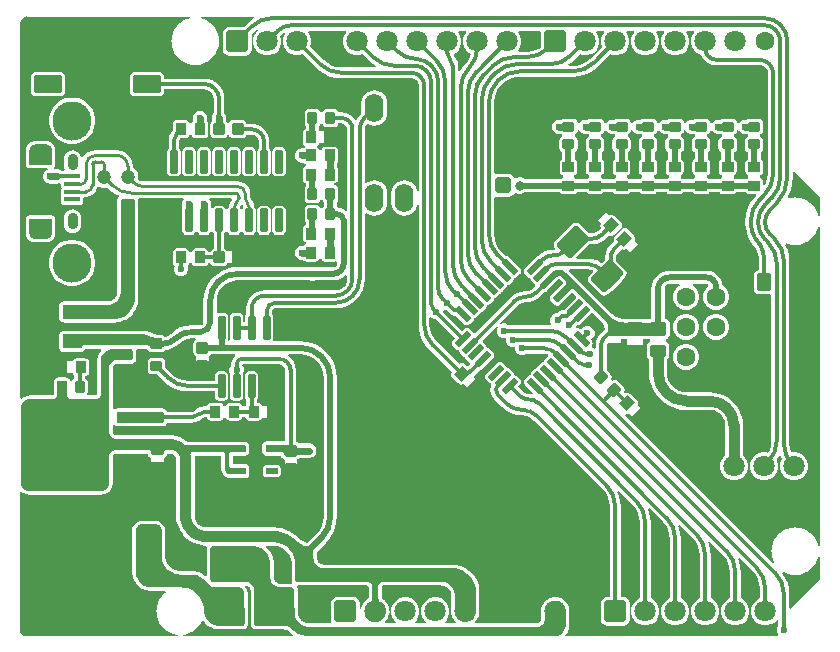
<source format=gtl>
G04*
G04 #@! TF.GenerationSoftware,Altium Limited,Altium Designer,23.0.1 (38)*
G04*
G04 Layer_Physical_Order=1*
G04 Layer_Color=13311*
%FSLAX44Y44*%
%MOMM*%
G71*
G04*
G04 #@! TF.SameCoordinates,88FC3FB3-D5F9-4073-A5BC-648FF294B969*
G04*
G04*
G04 #@! TF.FilePolarity,Positive*
G04*
G01*
G75*
%ADD14C,0.3000*%
G04:AMPARAMS|DCode=20|XSize=1.05mm|YSize=0.8mm|CornerRadius=0.08mm|HoleSize=0mm|Usage=FLASHONLY|Rotation=90.000|XOffset=0mm|YOffset=0mm|HoleType=Round|Shape=RoundedRectangle|*
%AMROUNDEDRECTD20*
21,1,1.0500,0.6400,0,0,90.0*
21,1,0.8900,0.8000,0,0,90.0*
1,1,0.1600,0.3200,0.4450*
1,1,0.1600,0.3200,-0.4450*
1,1,0.1600,-0.3200,-0.4450*
1,1,0.1600,-0.3200,0.4450*
%
%ADD20ROUNDEDRECTD20*%
G04:AMPARAMS|DCode=21|XSize=1.5mm|YSize=1.2mm|CornerRadius=0.12mm|HoleSize=0mm|Usage=FLASHONLY|Rotation=90.000|XOffset=0mm|YOffset=0mm|HoleType=Round|Shape=RoundedRectangle|*
%AMROUNDEDRECTD21*
21,1,1.5000,0.9600,0,0,90.0*
21,1,1.2600,1.2000,0,0,90.0*
1,1,0.2400,0.4800,0.6300*
1,1,0.2400,0.4800,-0.6300*
1,1,0.2400,-0.4800,-0.6300*
1,1,0.2400,-0.4800,0.6300*
%
%ADD21ROUNDEDRECTD21*%
G04:AMPARAMS|DCode=22|XSize=2.4mm|YSize=1.5mm|CornerRadius=0.15mm|HoleSize=0mm|Usage=FLASHONLY|Rotation=180.000|XOffset=0mm|YOffset=0mm|HoleType=Round|Shape=RoundedRectangle|*
%AMROUNDEDRECTD22*
21,1,2.4000,1.2000,0,0,180.0*
21,1,2.1000,1.5000,0,0,180.0*
1,1,0.3000,-1.0500,0.6000*
1,1,0.3000,1.0500,0.6000*
1,1,0.3000,1.0500,-0.6000*
1,1,0.3000,-1.0500,-0.6000*
%
%ADD22ROUNDEDRECTD22*%
G04:AMPARAMS|DCode=23|XSize=3mm|YSize=1.5mm|CornerRadius=0.15mm|HoleSize=0mm|Usage=FLASHONLY|Rotation=90.000|XOffset=0mm|YOffset=0mm|HoleType=Round|Shape=RoundedRectangle|*
%AMROUNDEDRECTD23*
21,1,3.0000,1.2000,0,0,90.0*
21,1,2.7000,1.5000,0,0,90.0*
1,1,0.3000,0.6000,1.3500*
1,1,0.3000,0.6000,-1.3500*
1,1,0.3000,-0.6000,-1.3500*
1,1,0.3000,-0.6000,1.3500*
%
%ADD23ROUNDEDRECTD23*%
G04:AMPARAMS|DCode=24|XSize=1.2mm|YSize=1.6mm|CornerRadius=0.12mm|HoleSize=0mm|Usage=FLASHONLY|Rotation=90.000|XOffset=0mm|YOffset=0mm|HoleType=Round|Shape=RoundedRectangle|*
%AMROUNDEDRECTD24*
21,1,1.2000,1.3600,0,0,90.0*
21,1,0.9600,1.6000,0,0,90.0*
1,1,0.2400,0.6800,0.4800*
1,1,0.2400,0.6800,-0.4800*
1,1,0.2400,-0.6800,-0.4800*
1,1,0.2400,-0.6800,0.4800*
%
%ADD24ROUNDEDRECTD24*%
G04:AMPARAMS|DCode=25|XSize=1mm|YSize=1.4mm|CornerRadius=0.125mm|HoleSize=0mm|Usage=FLASHONLY|Rotation=90.000|XOffset=0mm|YOffset=0mm|HoleType=Round|Shape=RoundedRectangle|*
%AMROUNDEDRECTD25*
21,1,1.0000,1.1500,0,0,90.0*
21,1,0.7500,1.4000,0,0,90.0*
1,1,0.2500,0.5750,0.3750*
1,1,0.2500,0.5750,-0.3750*
1,1,0.2500,-0.5750,-0.3750*
1,1,0.2500,-0.5750,0.3750*
%
%ADD25ROUNDEDRECTD25*%
G04:AMPARAMS|DCode=26|XSize=0.9mm|YSize=1mm|CornerRadius=0.09mm|HoleSize=0mm|Usage=FLASHONLY|Rotation=315.000|XOffset=0mm|YOffset=0mm|HoleType=Round|Shape=RoundedRectangle|*
%AMROUNDEDRECTD26*
21,1,0.9000,0.8200,0,0,315.0*
21,1,0.7200,1.0000,0,0,315.0*
1,1,0.1800,-0.0354,-0.5445*
1,1,0.1800,-0.5445,-0.0354*
1,1,0.1800,0.0354,0.5445*
1,1,0.1800,0.5445,0.0354*
%
%ADD26ROUNDEDRECTD26*%
G04:AMPARAMS|DCode=27|XSize=0.94mm|YSize=1.02mm|CornerRadius=0.094mm|HoleSize=0mm|Usage=FLASHONLY|Rotation=135.000|XOffset=0mm|YOffset=0mm|HoleType=Round|Shape=RoundedRectangle|*
%AMROUNDEDRECTD27*
21,1,0.9400,0.8320,0,0,135.0*
21,1,0.7520,1.0200,0,0,135.0*
1,1,0.1880,0.0283,0.5600*
1,1,0.1880,0.5600,0.0283*
1,1,0.1880,-0.0283,-0.5600*
1,1,0.1880,-0.5600,-0.0283*
%
%ADD27ROUNDEDRECTD27*%
G04:AMPARAMS|DCode=28|XSize=0.9mm|YSize=1mm|CornerRadius=0.09mm|HoleSize=0mm|Usage=FLASHONLY|Rotation=0.000|XOffset=0mm|YOffset=0mm|HoleType=Round|Shape=RoundedRectangle|*
%AMROUNDEDRECTD28*
21,1,0.9000,0.8200,0,0,0.0*
21,1,0.7200,1.0000,0,0,0.0*
1,1,0.1800,0.3600,-0.4100*
1,1,0.1800,-0.3600,-0.4100*
1,1,0.1800,-0.3600,0.4100*
1,1,0.1800,0.3600,0.4100*
%
%ADD28ROUNDEDRECTD28*%
G04:AMPARAMS|DCode=29|XSize=0.4mm|YSize=1.35mm|CornerRadius=0.04mm|HoleSize=0mm|Usage=FLASHONLY|Rotation=270.000|XOffset=0mm|YOffset=0mm|HoleType=Round|Shape=RoundedRectangle|*
%AMROUNDEDRECTD29*
21,1,0.4000,1.2700,0,0,270.0*
21,1,0.3200,1.3500,0,0,270.0*
1,1,0.0800,-0.6350,-0.1600*
1,1,0.0800,-0.6350,0.1600*
1,1,0.0800,0.6350,0.1600*
1,1,0.0800,0.6350,-0.1600*
%
%ADD29ROUNDEDRECTD29*%
G04:AMPARAMS|DCode=30|XSize=0.94mm|YSize=1.02mm|CornerRadius=0.094mm|HoleSize=0mm|Usage=FLASHONLY|Rotation=180.000|XOffset=0mm|YOffset=0mm|HoleType=Round|Shape=RoundedRectangle|*
%AMROUNDEDRECTD30*
21,1,0.9400,0.8320,0,0,180.0*
21,1,0.7520,1.0200,0,0,180.0*
1,1,0.1880,-0.3760,0.4160*
1,1,0.1880,0.3760,0.4160*
1,1,0.1880,0.3760,-0.4160*
1,1,0.1880,-0.3760,-0.4160*
%
%ADD30ROUNDEDRECTD30*%
G04:AMPARAMS|DCode=31|XSize=1.97mm|YSize=0.6mm|CornerRadius=0.075mm|HoleSize=0mm|Usage=FLASHONLY|Rotation=90.000|XOffset=0mm|YOffset=0mm|HoleType=Round|Shape=RoundedRectangle|*
%AMROUNDEDRECTD31*
21,1,1.9700,0.4500,0,0,90.0*
21,1,1.8200,0.6000,0,0,90.0*
1,1,0.1500,0.2250,0.9100*
1,1,0.1500,0.2250,-0.9100*
1,1,0.1500,-0.2250,-0.9100*
1,1,0.1500,-0.2250,0.9100*
%
%ADD31ROUNDEDRECTD31*%
G04:AMPARAMS|DCode=32|XSize=0.9mm|YSize=0.95mm|CornerRadius=0.09mm|HoleSize=0mm|Usage=FLASHONLY|Rotation=270.000|XOffset=0mm|YOffset=0mm|HoleType=Round|Shape=RoundedRectangle|*
%AMROUNDEDRECTD32*
21,1,0.9000,0.7700,0,0,270.0*
21,1,0.7200,0.9500,0,0,270.0*
1,1,0.1800,-0.3850,-0.3600*
1,1,0.1800,-0.3850,0.3600*
1,1,0.1800,0.3850,0.3600*
1,1,0.1800,0.3850,-0.3600*
%
%ADD32ROUNDEDRECTD32*%
G04:AMPARAMS|DCode=33|XSize=3.24mm|YSize=2mm|CornerRadius=0.15mm|HoleSize=0mm|Usage=FLASHONLY|Rotation=90.000|XOffset=0mm|YOffset=0mm|HoleType=Round|Shape=RoundedRectangle|*
%AMROUNDEDRECTD33*
21,1,3.2400,1.7000,0,0,90.0*
21,1,2.9400,2.0000,0,0,90.0*
1,1,0.3000,0.8500,1.4700*
1,1,0.3000,0.8500,-1.4700*
1,1,0.3000,-0.8500,-1.4700*
1,1,0.3000,-0.8500,1.4700*
%
%ADD33ROUNDEDRECTD33*%
G04:AMPARAMS|DCode=34|XSize=0.93mm|YSize=2mm|CornerRadius=0.0698mm|HoleSize=0mm|Usage=FLASHONLY|Rotation=90.000|XOffset=0mm|YOffset=0mm|HoleType=Round|Shape=RoundedRectangle|*
%AMROUNDEDRECTD34*
21,1,0.9300,1.8605,0,0,90.0*
21,1,0.7905,2.0000,0,0,90.0*
1,1,0.1395,0.9303,0.3953*
1,1,0.1395,0.9303,-0.3953*
1,1,0.1395,-0.9303,-0.3953*
1,1,0.1395,-0.9303,0.3953*
%
%ADD34ROUNDEDRECTD34*%
G04:AMPARAMS|DCode=35|XSize=0.94mm|YSize=1.02mm|CornerRadius=0.094mm|HoleSize=0mm|Usage=FLASHONLY|Rotation=90.000|XOffset=0mm|YOffset=0mm|HoleType=Round|Shape=RoundedRectangle|*
%AMROUNDEDRECTD35*
21,1,0.9400,0.8320,0,0,90.0*
21,1,0.7520,1.0200,0,0,90.0*
1,1,0.1880,0.4160,0.3760*
1,1,0.1880,0.4160,-0.3760*
1,1,0.1880,-0.4160,-0.3760*
1,1,0.1880,-0.4160,0.3760*
%
%ADD35ROUNDEDRECTD35*%
G04:AMPARAMS|DCode=36|XSize=1mm|YSize=0.55mm|CornerRadius=0.055mm|HoleSize=0mm|Usage=FLASHONLY|Rotation=0.000|XOffset=0mm|YOffset=0mm|HoleType=Round|Shape=RoundedRectangle|*
%AMROUNDEDRECTD36*
21,1,1.0000,0.4400,0,0,0.0*
21,1,0.8900,0.5500,0,0,0.0*
1,1,0.1100,0.4450,-0.2200*
1,1,0.1100,-0.4450,-0.2200*
1,1,0.1100,-0.4450,0.2200*
1,1,0.1100,0.4450,0.2200*
%
%ADD36ROUNDEDRECTD36*%
G04:AMPARAMS|DCode=37|XSize=1.7mm|YSize=2.4mm|CornerRadius=0.17mm|HoleSize=0mm|Usage=FLASHONLY|Rotation=135.000|XOffset=0mm|YOffset=0mm|HoleType=Round|Shape=RoundedRectangle|*
%AMROUNDEDRECTD37*
21,1,1.7000,2.0600,0,0,135.0*
21,1,1.3600,2.4000,0,0,135.0*
1,1,0.3400,0.2475,1.2092*
1,1,0.3400,1.2092,0.2475*
1,1,0.3400,-0.2475,-1.2092*
1,1,0.3400,-1.2092,-0.2475*
%
%ADD37ROUNDEDRECTD37*%
G04:AMPARAMS|DCode=38|XSize=0.55mm|YSize=1.5mm|CornerRadius=0.0825mm|HoleSize=0mm|Usage=FLASHONLY|Rotation=225.000|XOffset=0mm|YOffset=0mm|HoleType=Round|Shape=RoundedRectangle|*
%AMROUNDEDRECTD38*
21,1,0.5500,1.3350,0,0,225.0*
21,1,0.3850,1.5000,0,0,225.0*
1,1,0.1650,-0.6081,0.3359*
1,1,0.1650,-0.3359,0.6081*
1,1,0.1650,0.6081,-0.3359*
1,1,0.1650,0.3359,-0.6081*
%
%ADD38ROUNDEDRECTD38*%
G04:AMPARAMS|DCode=39|XSize=1.5mm|YSize=0.55mm|CornerRadius=0.0825mm|HoleSize=0mm|Usage=FLASHONLY|Rotation=225.000|XOffset=0mm|YOffset=0mm|HoleType=Round|Shape=RoundedRectangle|*
%AMROUNDEDRECTD39*
21,1,1.5000,0.3850,0,0,225.0*
21,1,1.3350,0.5500,0,0,225.0*
1,1,0.1650,-0.6081,-0.3359*
1,1,0.1650,0.3359,0.6081*
1,1,0.1650,0.6081,0.3359*
1,1,0.1650,-0.3359,-0.6081*
%
%ADD39ROUNDEDRECTD39*%
G04:AMPARAMS|DCode=40|XSize=1.05mm|YSize=0.8mm|CornerRadius=0.08mm|HoleSize=0mm|Usage=FLASHONLY|Rotation=180.000|XOffset=0mm|YOffset=0mm|HoleType=Round|Shape=RoundedRectangle|*
%AMROUNDEDRECTD40*
21,1,1.0500,0.6400,0,0,180.0*
21,1,0.8900,0.8000,0,0,180.0*
1,1,0.1600,-0.4450,0.3200*
1,1,0.1600,0.4450,0.3200*
1,1,0.1600,0.4450,-0.3200*
1,1,0.1600,-0.4450,-0.3200*
%
%ADD40ROUNDEDRECTD40*%
G04:AMPARAMS|DCode=41|XSize=0.9mm|YSize=1mm|CornerRadius=0.09mm|HoleSize=0mm|Usage=FLASHONLY|Rotation=90.000|XOffset=0mm|YOffset=0mm|HoleType=Round|Shape=RoundedRectangle|*
%AMROUNDEDRECTD41*
21,1,0.9000,0.8200,0,0,90.0*
21,1,0.7200,1.0000,0,0,90.0*
1,1,0.1800,0.4100,0.3600*
1,1,0.1800,0.4100,-0.3600*
1,1,0.1800,-0.4100,-0.3600*
1,1,0.1800,-0.4100,0.3600*
%
%ADD41ROUNDEDRECTD41*%
G04:AMPARAMS|DCode=42|XSize=1.65mm|YSize=1.45mm|CornerRadius=0.145mm|HoleSize=0mm|Usage=FLASHONLY|Rotation=90.000|XOffset=0mm|YOffset=0mm|HoleType=Round|Shape=RoundedRectangle|*
%AMROUNDEDRECTD42*
21,1,1.6500,1.1600,0,0,90.0*
21,1,1.3600,1.4500,0,0,90.0*
1,1,0.2900,0.5800,0.6800*
1,1,0.2900,0.5800,-0.6800*
1,1,0.2900,-0.5800,-0.6800*
1,1,0.2900,-0.5800,0.6800*
%
%ADD42ROUNDEDRECTD42*%
%ADD74O,1.9000X0.9500*%
G04:AMPARAMS|DCode=77|XSize=0.9mm|YSize=1.6mm|CornerRadius=0.225mm|HoleSize=0mm|Usage=FLASHONLY|Rotation=135.000|XOffset=0mm|YOffset=0mm|HoleType=Round|Shape=RoundedRectangle|*
%AMROUNDEDRECTD77*
21,1,0.9000,1.1500,0,0,135.0*
21,1,0.4500,1.6000,0,0,135.0*
1,1,0.4500,0.2475,0.5657*
1,1,0.4500,0.5657,0.2475*
1,1,0.4500,-0.2475,-0.5657*
1,1,0.4500,-0.5657,-0.2475*
%
%ADD77ROUNDEDRECTD77*%
%ADD80C,0.5000*%
%ADD81C,0.9000*%
%ADD82C,0.2500*%
%ADD83C,0.6000*%
%ADD84C,3.3160*%
%ADD85C,1.2000*%
G04:AMPARAMS|DCode=86|XSize=1.2mm|YSize=1.2mm|CornerRadius=0.12mm|HoleSize=0mm|Usage=FLASHONLY|Rotation=270.000|XOffset=0mm|YOffset=0mm|HoleType=Round|Shape=RoundedRectangle|*
%AMROUNDEDRECTD86*
21,1,1.2000,0.9600,0,0,270.0*
21,1,0.9600,1.2000,0,0,270.0*
1,1,0.2400,-0.4800,-0.4800*
1,1,0.2400,-0.4800,0.4800*
1,1,0.2400,0.4800,0.4800*
1,1,0.2400,0.4800,-0.4800*
%
%ADD86ROUNDEDRECTD86*%
G04:AMPARAMS|DCode=87|XSize=1.8mm|YSize=1.8mm|CornerRadius=0.18mm|HoleSize=0mm|Usage=FLASHONLY|Rotation=0.000|XOffset=0mm|YOffset=0mm|HoleType=Round|Shape=RoundedRectangle|*
%AMROUNDEDRECTD87*
21,1,1.8000,1.4400,0,0,0.0*
21,1,1.4400,1.8000,0,0,0.0*
1,1,0.3600,0.7200,-0.7200*
1,1,0.3600,-0.7200,-0.7200*
1,1,0.3600,-0.7200,0.7200*
1,1,0.3600,0.7200,0.7200*
%
%ADD87ROUNDEDRECTD87*%
%ADD88C,1.8000*%
G04:AMPARAMS|DCode=89|XSize=1.308mm|YSize=1.308mm|CornerRadius=0.1308mm|HoleSize=0mm|Usage=FLASHONLY|Rotation=90.000|XOffset=0mm|YOffset=0mm|HoleType=Round|Shape=RoundedRectangle|*
%AMROUNDEDRECTD89*
21,1,1.3080,1.0464,0,0,90.0*
21,1,1.0464,1.3080,0,0,90.0*
1,1,0.2616,0.5232,0.5232*
1,1,0.2616,0.5232,-0.5232*
1,1,0.2616,-0.5232,-0.5232*
1,1,0.2616,-0.5232,0.5232*
%
%ADD89ROUNDEDRECTD89*%
%ADD90C,1.3080*%
%ADD91C,1.6000*%
%ADD92O,0.9000X1.4000*%
%ADD93O,1.6000X2.4000*%
G04:AMPARAMS|DCode=94|XSize=3.8mm|YSize=1.9mm|CornerRadius=0.475mm|HoleSize=0mm|Usage=FLASHONLY|Rotation=180.000|XOffset=0mm|YOffset=0mm|HoleType=Round|Shape=RoundedRectangle|*
%AMROUNDEDRECTD94*
21,1,3.8000,0.9500,0,0,180.0*
21,1,2.8500,1.9000,0,0,180.0*
1,1,0.9500,-1.4250,0.4750*
1,1,0.9500,1.4250,0.4750*
1,1,0.9500,1.4250,-0.4750*
1,1,0.9500,-1.4250,-0.4750*
%
%ADD94ROUNDEDRECTD94*%
G04:AMPARAMS|DCode=95|XSize=4.4mm|YSize=2.2mm|CornerRadius=0.55mm|HoleSize=0mm|Usage=FLASHONLY|Rotation=90.000|XOffset=0mm|YOffset=0mm|HoleType=Round|Shape=RoundedRectangle|*
%AMROUNDEDRECTD95*
21,1,4.4000,1.1000,0,0,90.0*
21,1,3.3000,2.2000,0,0,90.0*
1,1,1.1000,0.5500,1.6500*
1,1,1.1000,0.5500,-1.6500*
1,1,1.1000,-0.5500,-1.6500*
1,1,1.1000,-0.5500,1.6500*
%
%ADD95ROUNDEDRECTD95*%
%ADD96C,0.6000*%
%ADD97C,0.8000*%
G36*
X445251Y515930D02*
X445106Y515200D01*
Y502815D01*
X444776Y502544D01*
X441167Y500615D01*
X437251Y499428D01*
X433386Y499047D01*
X433179Y499088D01*
X426278D01*
X425792Y500261D01*
X426162Y500632D01*
X427742Y503368D01*
X428560Y506420D01*
Y509580D01*
X427742Y512632D01*
X426162Y515368D01*
X425792Y515738D01*
X426278Y516912D01*
X444445D01*
X445251Y515930D01*
D02*
G37*
G36*
X574968Y515738D02*
X574598Y515368D01*
X573018Y512632D01*
X572200Y509580D01*
Y506420D01*
X573018Y503368D01*
X574598Y500632D01*
X576832Y498398D01*
X579568Y496818D01*
X580700Y496515D01*
X581443Y494721D01*
X583651Y491843D01*
X586529Y489635D01*
X589881Y488247D01*
X593478Y487773D01*
Y487804D01*
X629940D01*
X630010Y487818D01*
X631815Y487580D01*
X633563Y486856D01*
X635063Y485705D01*
X636214Y484205D01*
X636938Y482457D01*
X637176Y480652D01*
X637162Y480582D01*
Y396050D01*
X637203Y395843D01*
X636822Y391978D01*
X635635Y388062D01*
X634558Y386048D01*
X633288Y386366D01*
Y389316D01*
X633024Y390643D01*
X632273Y391767D01*
X631148Y392519D01*
X630722Y392603D01*
Y394628D01*
X631148Y394713D01*
X632273Y395465D01*
X633024Y396589D01*
X633288Y397916D01*
Y405116D01*
X633024Y406443D01*
X632273Y407567D01*
X631329Y408198D01*
Y414263D01*
X631459Y414289D01*
X632550Y415018D01*
X633279Y416110D01*
X633536Y417397D01*
Y423797D01*
X633279Y425085D01*
X632550Y426176D01*
X631459Y426906D01*
X630971Y427003D01*
Y429192D01*
X631459Y429289D01*
X632550Y430018D01*
X633279Y431110D01*
X633536Y432397D01*
Y438797D01*
X633279Y440085D01*
X632550Y441176D01*
X631459Y441906D01*
X630171Y442162D01*
X621271D01*
X619983Y441906D01*
X619697Y441715D01*
X617899D01*
X617308Y441597D01*
X616706D01*
X616149Y441367D01*
X615558Y441249D01*
X615057Y440914D01*
X614501Y440684D01*
X614075Y440258D01*
X613574Y439923D01*
X613239Y439422D01*
X612813Y438996D01*
X611409Y438583D01*
X611064Y438797D01*
X610808Y440085D01*
X610078Y441176D01*
X608987Y441906D01*
X607699Y442162D01*
X598799D01*
X597512Y441906D01*
X597226Y441715D01*
X595428D01*
X594837Y441597D01*
X594234D01*
X593677Y441367D01*
X593087Y441249D01*
X592585Y440914D01*
X592029Y440684D01*
X591603Y440258D01*
X591102Y439923D01*
X590767Y439422D01*
X590341Y438996D01*
X588937Y438583D01*
X588592Y438797D01*
X588336Y440085D01*
X587607Y441176D01*
X586515Y441906D01*
X585228Y442162D01*
X576328D01*
X575040Y441906D01*
X574754Y441715D01*
X572956D01*
X572365Y441597D01*
X571762D01*
X571206Y441367D01*
X570615Y441249D01*
X570114Y440914D01*
X569557Y440684D01*
X569131Y440258D01*
X568630Y439923D01*
X568295Y439422D01*
X567869Y438996D01*
X566465Y438583D01*
X566120Y438797D01*
X565864Y440085D01*
X565135Y441176D01*
X564043Y441906D01*
X562756Y442162D01*
X553856D01*
X552568Y441906D01*
X552282Y441715D01*
X550484D01*
X549893Y441597D01*
X549291D01*
X548734Y441367D01*
X548143Y441249D01*
X547642Y440914D01*
X547085Y440684D01*
X546659Y440258D01*
X546158Y439923D01*
X545824Y439422D01*
X545398Y438996D01*
X543994Y438583D01*
X543649Y438797D01*
X543393Y440085D01*
X542663Y441176D01*
X541572Y441906D01*
X540284Y442162D01*
X531384D01*
X530097Y441906D01*
X529811Y441715D01*
X528013D01*
X527421Y441597D01*
X526819D01*
X526262Y441367D01*
X525671Y441249D01*
X525170Y440914D01*
X524614Y440684D01*
X524188Y440258D01*
X523687Y439923D01*
X523352Y439422D01*
X522926Y438996D01*
X521522Y438583D01*
X521177Y438797D01*
X520921Y440085D01*
X520192Y441176D01*
X519100Y441906D01*
X517812Y442162D01*
X508912D01*
X507625Y441906D01*
X507339Y441715D01*
X505541D01*
X504950Y441597D01*
X504347D01*
X503791Y441367D01*
X503200Y441249D01*
X502699Y440914D01*
X502142Y440684D01*
X501716Y440258D01*
X501215Y439923D01*
X500880Y439422D01*
X500454Y438996D01*
X499050Y438583D01*
X498705Y438797D01*
X498449Y440085D01*
X497720Y441176D01*
X496628Y441906D01*
X495341Y442162D01*
X486441D01*
X485153Y441906D01*
X484867Y441715D01*
X483069D01*
X482478Y441597D01*
X481876D01*
X481319Y441367D01*
X480728Y441249D01*
X480227Y440914D01*
X479670Y440684D01*
X479244Y440258D01*
X478743Y439923D01*
X478409Y439422D01*
X477982Y438996D01*
X476579Y438583D01*
X476234Y438797D01*
X475978Y440085D01*
X475248Y441176D01*
X474157Y441906D01*
X472869Y442162D01*
X463969D01*
X462681Y441906D01*
X462250Y441618D01*
X460500D01*
X459909Y441500D01*
X459307D01*
X458750Y441269D01*
X458159Y441152D01*
X457658Y440817D01*
X457101Y440587D01*
X456675Y440160D01*
X456174Y439826D01*
X455840Y439325D01*
X455414Y438899D01*
X455183Y438342D01*
X454848Y437841D01*
X454731Y437250D01*
X454500Y436693D01*
Y436091D01*
X454383Y435500D01*
X454500Y434909D01*
Y434306D01*
X454731Y433750D01*
X454848Y433159D01*
X455183Y432658D01*
X455414Y432101D01*
X455840Y431675D01*
X456174Y431174D01*
X456675Y430840D01*
X457101Y430413D01*
X457658Y430183D01*
X458159Y429848D01*
X458750Y429731D01*
X459307Y429500D01*
X459909D01*
X460500Y429383D01*
X462541D01*
X462681Y429289D01*
X463169Y429192D01*
Y427003D01*
X462681Y426906D01*
X461590Y426176D01*
X460860Y425085D01*
X460604Y423797D01*
Y417397D01*
X460860Y416110D01*
X461590Y415018D01*
X462681Y414289D01*
X462811Y414263D01*
Y408197D01*
X461868Y407567D01*
X461117Y406443D01*
X460853Y405116D01*
Y397916D01*
X461117Y396589D01*
X461868Y395465D01*
X462993Y394713D01*
X463420Y394628D01*
Y392603D01*
X462993Y392519D01*
X461868Y391767D01*
X461572Y391324D01*
X431340D01*
X429755Y392239D01*
X427975Y392716D01*
X426132D01*
X424351Y392239D01*
X423764Y391900D01*
X422341Y392545D01*
X422287Y392818D01*
X421334Y394243D01*
X419910Y395195D01*
X418229Y395530D01*
X407765D01*
X406969Y395371D01*
X405699Y396349D01*
Y456574D01*
X405658Y456782D01*
X406039Y460646D01*
X407226Y464562D01*
X409155Y468171D01*
X411619Y471173D01*
X411795Y471290D01*
X412321Y471816D01*
X412438Y471992D01*
X415440Y474456D01*
X419049Y476385D01*
X422965Y477573D01*
X426829Y477953D01*
X427037Y477912D01*
X471979D01*
Y477908D01*
X476671Y478277D01*
X481247Y479375D01*
X485595Y481177D01*
X489608Y483636D01*
X493187Y486692D01*
X493184Y486695D01*
X503329Y496840D01*
X503368Y496818D01*
X506420Y496000D01*
X509580D01*
X512632Y496818D01*
X515368Y498398D01*
X517602Y500632D01*
X519182Y503368D01*
X520000Y506420D01*
Y509580D01*
X519182Y512632D01*
X517602Y515368D01*
X517232Y515738D01*
X517718Y516912D01*
X523682D01*
X524168Y515738D01*
X523798Y515368D01*
X522218Y512632D01*
X521400Y509580D01*
Y506420D01*
X522218Y503368D01*
X523798Y500632D01*
X526032Y498398D01*
X528768Y496818D01*
X531820Y496000D01*
X534980D01*
X538032Y496818D01*
X540768Y498398D01*
X543002Y500632D01*
X544582Y503368D01*
X545400Y506420D01*
Y509580D01*
X544582Y512632D01*
X543002Y515368D01*
X542632Y515738D01*
X543118Y516912D01*
X549082D01*
X549568Y515738D01*
X549198Y515368D01*
X547618Y512632D01*
X546800Y509580D01*
Y506420D01*
X547618Y503368D01*
X549198Y500632D01*
X551432Y498398D01*
X554168Y496818D01*
X557220Y496000D01*
X560380D01*
X563432Y496818D01*
X566168Y498398D01*
X568402Y500632D01*
X569982Y503368D01*
X570800Y506420D01*
Y509580D01*
X569982Y512632D01*
X568402Y515368D01*
X568032Y515738D01*
X568518Y516912D01*
X574482D01*
X574968Y515738D01*
D02*
G37*
G36*
X498768D02*
X498398Y515368D01*
X496818Y512632D01*
X496000Y509580D01*
Y506420D01*
X496818Y503368D01*
X496840Y503329D01*
X486695Y493184D01*
X486578Y493008D01*
X483576Y490544D01*
X479967Y488615D01*
X476051Y487428D01*
X472186Y487047D01*
X471979Y487088D01*
X468482D01*
X468124Y488358D01*
X470208Y489636D01*
X473787Y492692D01*
X473784Y492695D01*
X477929Y496840D01*
X477968Y496818D01*
X481020Y496000D01*
X484180D01*
X487232Y496818D01*
X489968Y498398D01*
X492202Y500632D01*
X493782Y503368D01*
X494600Y506420D01*
Y509580D01*
X493782Y512632D01*
X492202Y515368D01*
X491832Y515738D01*
X492318Y516912D01*
X498282D01*
X498768Y515738D01*
D02*
G37*
G36*
X280328D02*
X279958Y515368D01*
X278378Y512632D01*
X277560Y509580D01*
Y506420D01*
X278378Y503368D01*
X279958Y500632D01*
X282192Y498398D01*
X284928Y496818D01*
X287980Y496000D01*
X291140D01*
X294192Y496818D01*
X294231Y496840D01*
X299626Y491445D01*
X299623Y491442D01*
X303202Y488386D01*
X305286Y487108D01*
X304928Y485838D01*
X276031D01*
X275824Y485797D01*
X271959Y486178D01*
X268043Y487365D01*
X264434Y489294D01*
X261432Y491758D01*
X261315Y491934D01*
X249920Y503329D01*
X249942Y503368D01*
X250760Y506420D01*
Y509580D01*
X249942Y512632D01*
X248362Y515368D01*
X247992Y515738D01*
X248478Y516912D01*
X279842D01*
X280328Y515738D01*
D02*
G37*
G36*
X381928D02*
X381558Y515368D01*
X379978Y512632D01*
X379160Y509580D01*
Y506420D01*
X379978Y503368D01*
X381558Y500632D01*
X383792Y498398D01*
X385852Y497209D01*
X385146Y494883D01*
X383349Y491521D01*
X381727Y489545D01*
X380900Y488620D01*
X380899Y488620D01*
X380898Y488618D01*
X380891Y488612D01*
X380891Y488611D01*
X380890Y488611D01*
X380883Y488604D01*
X380882Y488602D01*
X380882Y488602D01*
X380879Y488597D01*
X380095Y487680D01*
X377980Y485203D01*
X376352Y482547D01*
X375082Y482906D01*
Y486778D01*
X375103D01*
X374670Y490062D01*
X373403Y493123D01*
X371386Y495751D01*
X371386Y495751D01*
X371273Y495907D01*
X371655Y497547D01*
X373128Y498398D01*
X375362Y500632D01*
X376942Y503368D01*
X377760Y506420D01*
Y509580D01*
X376942Y512632D01*
X375362Y515368D01*
X374992Y515738D01*
X375478Y516912D01*
X381442D01*
X381928Y515738D01*
D02*
G37*
G36*
X9945Y528922D02*
X147833D01*
X148022Y527652D01*
X146770Y527272D01*
X146566Y527231D01*
X146374Y527152D01*
X144680Y526638D01*
X143119Y525803D01*
X142926Y525724D01*
X142753Y525608D01*
X141192Y524774D01*
X139824Y523651D01*
X139651Y523535D01*
X139503Y523388D01*
X138135Y522265D01*
X137012Y520897D01*
X136865Y520749D01*
X136749Y520576D01*
X135626Y519208D01*
X134792Y517647D01*
X134676Y517473D01*
X134596Y517281D01*
X133762Y515720D01*
X133248Y514026D01*
X133168Y513834D01*
X133128Y513629D01*
X132614Y511936D01*
X132441Y510174D01*
X132400Y509970D01*
Y509761D01*
X132226Y508000D01*
X132400Y506239D01*
Y506030D01*
X132441Y505826D01*
X132614Y504064D01*
X133128Y502371D01*
X133168Y502166D01*
X133248Y501973D01*
X133762Y500280D01*
X134596Y498719D01*
X134676Y498526D01*
X134792Y498353D01*
X135626Y496792D01*
X136749Y495424D01*
X136865Y495251D01*
X137013Y495103D01*
X138135Y493735D01*
X139503Y492612D01*
X139651Y492465D01*
X139824Y492349D01*
X141192Y491226D01*
X142753Y490392D01*
X142926Y490276D01*
X143119Y490196D01*
X144680Y489362D01*
X146374Y488848D01*
X146566Y488769D01*
X146771Y488728D01*
X148464Y488214D01*
X150226Y488041D01*
X150430Y488000D01*
X150639D01*
X152400Y487826D01*
X154161Y488000D01*
X154370D01*
X154574Y488041D01*
X156336Y488214D01*
X158029Y488728D01*
X158234Y488769D01*
X158426Y488848D01*
X160120Y489362D01*
X161681Y490196D01*
X161873Y490276D01*
X162047Y490392D01*
X163608Y491226D01*
X164976Y492349D01*
X165149Y492465D01*
X165297Y492612D01*
X166665Y493735D01*
X167788Y495103D01*
X167935Y495251D01*
X168051Y495424D01*
X169174Y496792D01*
X170008Y498353D01*
X170124Y498526D01*
X170203Y498719D01*
X171038Y500280D01*
X171552Y501974D01*
X171631Y502166D01*
X171672Y502370D01*
X172186Y504064D01*
X172359Y505826D01*
X172400Y506030D01*
Y506239D01*
X172574Y508000D01*
X172400Y509761D01*
Y509970D01*
X172359Y510174D01*
X172186Y511936D01*
X171672Y513629D01*
X171631Y513834D01*
X171552Y514026D01*
X171038Y515720D01*
X170203Y517281D01*
X170124Y517473D01*
X170008Y517647D01*
X169174Y519208D01*
X168051Y520576D01*
X167935Y520749D01*
X167788Y520896D01*
X166665Y522265D01*
X165296Y523388D01*
X165149Y523535D01*
X164976Y523651D01*
X163608Y524774D01*
X162047Y525608D01*
X161873Y525724D01*
X161681Y525803D01*
X160120Y526638D01*
X158426Y527152D01*
X158234Y527231D01*
X158029Y527272D01*
X156778Y527652D01*
X156966Y528922D01*
X201993D01*
X202338Y527699D01*
X200607Y526639D01*
X197204Y523733D01*
X197203Y523732D01*
X193565Y520094D01*
X180760D01*
X178887Y519721D01*
X177299Y518661D01*
X176238Y517073D01*
X175866Y515200D01*
Y500800D01*
X176238Y498927D01*
X177299Y497339D01*
X178887Y496278D01*
X180760Y495906D01*
X195160D01*
X197033Y496278D01*
X198621Y497339D01*
X199681Y498927D01*
X200054Y500800D01*
Y513605D01*
X203692Y517243D01*
X203796Y517399D01*
X204891Y518298D01*
X205745Y517356D01*
X203758Y515368D01*
X202178Y512632D01*
X201360Y509580D01*
Y506420D01*
X202178Y503368D01*
X203758Y500632D01*
X205992Y498398D01*
X208728Y496818D01*
X211780Y496000D01*
X214940D01*
X217992Y496818D01*
X220728Y498398D01*
X222962Y500632D01*
X224542Y503368D01*
X225360Y506420D01*
Y509580D01*
X224542Y512632D01*
X224520Y512671D01*
X225388Y513540D01*
X225392Y513544D01*
X225396Y513548D01*
X225497Y513698D01*
X227743Y515421D01*
X228600Y514402D01*
X227578Y512632D01*
X226760Y509580D01*
Y506420D01*
X227578Y503368D01*
X229158Y500632D01*
X231392Y498398D01*
X234128Y496818D01*
X237180Y496000D01*
X240340D01*
X243392Y496818D01*
X243431Y496840D01*
X254826Y485445D01*
X254823Y485442D01*
X258402Y482386D01*
X262415Y479926D01*
X266763Y478125D01*
X271339Y477027D01*
X276031Y476658D01*
Y476662D01*
X335708D01*
X335895Y476699D01*
X337969Y476287D01*
X339727Y475112D01*
X339833Y474953D01*
X339835Y474952D01*
X339836Y474950D01*
X339994Y474845D01*
X341167Y473089D01*
X341580Y471015D01*
X341542Y470827D01*
Y381440D01*
X340272Y381357D01*
X340157Y382232D01*
X339049Y384908D01*
X337285Y387206D01*
X334987Y388969D01*
X332312Y390077D01*
X329440Y390455D01*
X326568Y390077D01*
X323893Y388969D01*
X321595Y387206D01*
X319832Y384908D01*
X318723Y382232D01*
X318345Y379361D01*
Y371361D01*
X318723Y368489D01*
X319832Y365813D01*
X321595Y363515D01*
X323893Y361752D01*
X326568Y360644D01*
X329440Y360266D01*
X332312Y360644D01*
X334987Y361752D01*
X337285Y363515D01*
X339049Y365813D01*
X340157Y368489D01*
X340272Y369364D01*
X341542Y369281D01*
Y268693D01*
X341538D01*
X341907Y264001D01*
X343006Y259424D01*
X344807Y255076D01*
X347266Y251063D01*
X350322Y247485D01*
X350326Y247488D01*
X369554Y228259D01*
X369036Y227484D01*
X368769Y226142D01*
X369036Y224800D01*
X369796Y223662D01*
X375114Y218345D01*
X376252Y217584D01*
X377594Y217317D01*
X378936Y217584D01*
X379277Y217812D01*
X382120Y214970D01*
X389332Y222182D01*
X388194Y223321D01*
X388352Y224958D01*
X389788Y226137D01*
X389929Y226231D01*
X389931Y226235D01*
X389935Y226237D01*
X393137Y229439D01*
X393965Y229604D01*
X395065Y230339D01*
X404504Y239779D01*
X405239Y240878D01*
X405497Y242176D01*
X405239Y243473D01*
X404504Y244573D01*
X401782Y247295D01*
X400682Y248030D01*
X399765Y248213D01*
X399582Y249130D01*
X398848Y250230D01*
X396125Y252952D01*
X395941Y253075D01*
X395780Y254710D01*
X407680Y266610D01*
X408757Y265890D01*
X408080Y264257D01*
Y261870D01*
X408993Y259665D01*
X410681Y257977D01*
X412887Y257063D01*
X414505D01*
X415378Y256762D01*
X415679Y255890D01*
Y254271D01*
X416592Y252066D01*
X418280Y250378D01*
X420485Y249465D01*
X422005D01*
X422936Y249222D01*
X423179Y248291D01*
Y246771D01*
X424092Y244566D01*
X425780Y242878D01*
X427985Y241965D01*
X430372D01*
X432577Y242878D01*
X433076Y243377D01*
X447986D01*
X448085Y243396D01*
X450156Y243124D01*
X450879Y242824D01*
X450889Y241446D01*
X448359Y238916D01*
X447624Y237816D01*
X447441Y236899D01*
X446524Y236716D01*
X445424Y235982D01*
X442702Y233259D01*
X441967Y232159D01*
X441785Y231242D01*
X440867Y231060D01*
X439767Y230325D01*
X437045Y227602D01*
X436310Y226502D01*
X436128Y225585D01*
X435211Y225403D01*
X434111Y224668D01*
X431388Y221946D01*
X430653Y220846D01*
X430395Y219548D01*
X430653Y218251D01*
X431388Y217151D01*
X438308Y210232D01*
X437657Y209087D01*
X434972Y209352D01*
X434870Y209372D01*
X434805Y209359D01*
X433046Y209590D01*
X431347Y210294D01*
X429939Y211374D01*
X429902Y211429D01*
X425656Y215676D01*
X427132Y217151D01*
X427867Y218251D01*
X428125Y219548D01*
X427867Y220846D01*
X427132Y221946D01*
X424409Y224668D01*
X423310Y225403D01*
X422392Y225585D01*
X422210Y226502D01*
X421475Y227602D01*
X418753Y230325D01*
X417653Y231060D01*
X416735Y231242D01*
X416553Y232159D01*
X415818Y233259D01*
X413096Y235982D01*
X411996Y236716D01*
X410699Y236975D01*
X409401Y236716D01*
X408301Y235982D01*
X398862Y226542D01*
X398127Y225442D01*
X397868Y224144D01*
X398127Y222847D01*
X398862Y221747D01*
X401584Y219025D01*
X402684Y218290D01*
X403184Y216896D01*
X402784Y215930D01*
X402387Y212913D01*
X402390D01*
X402774Y209993D01*
X403901Y207272D01*
X404953Y205901D01*
X404953Y205901D01*
X405466Y205232D01*
X405688Y204943D01*
X405694Y204935D01*
X405700Y204941D01*
X412457Y198184D01*
X412441Y198167D01*
X415946Y195291D01*
X419945Y193153D01*
X424284Y191837D01*
X428797Y191393D01*
Y191393D01*
X430042Y191333D01*
X432423Y191019D01*
X435803Y189620D01*
X438507Y187544D01*
X438646Y187337D01*
X497316Y128667D01*
X497492Y128549D01*
X499956Y125547D01*
X501885Y121938D01*
X503072Y118023D01*
X503453Y114158D01*
X503412Y113951D01*
Y37494D01*
X500800D01*
X498927Y37122D01*
X497339Y36061D01*
X496278Y34473D01*
X495906Y32600D01*
Y18200D01*
X496278Y16327D01*
X497339Y14739D01*
X498927Y13678D01*
X500800Y13306D01*
X515200D01*
X517073Y13678D01*
X518661Y14739D01*
X519721Y16327D01*
X520094Y18200D01*
Y32600D01*
X519721Y34473D01*
X518661Y36061D01*
X517073Y37122D01*
X515200Y37494D01*
X512588D01*
Y113951D01*
X512592D01*
X512223Y118643D01*
X511124Y123219D01*
X509826Y126354D01*
X510903Y127073D01*
X522716Y115260D01*
X522892Y115142D01*
X525356Y112140D01*
X527285Y108531D01*
X528472Y104615D01*
X528853Y100751D01*
X528812Y100543D01*
Y36594D01*
X528768Y36582D01*
X526032Y35002D01*
X523798Y32768D01*
X522218Y30032D01*
X521400Y26980D01*
Y23820D01*
X522218Y20768D01*
X523798Y18032D01*
X526032Y15798D01*
X528768Y14218D01*
X531820Y13400D01*
X534980D01*
X538032Y14218D01*
X540768Y15798D01*
X543002Y18032D01*
X544582Y20768D01*
X545400Y23820D01*
Y26980D01*
X544582Y30032D01*
X543002Y32768D01*
X540768Y35002D01*
X538032Y36582D01*
X537988Y36594D01*
Y100543D01*
X537992D01*
X537623Y105235D01*
X536525Y109811D01*
X535509Y112262D01*
X536586Y112982D01*
X548116Y101451D01*
X548292Y101334D01*
X550756Y98332D01*
X552685Y94723D01*
X553872Y90807D01*
X554253Y86943D01*
X554212Y86735D01*
Y36594D01*
X554168Y36582D01*
X551432Y35002D01*
X549198Y32768D01*
X547618Y30032D01*
X546800Y26980D01*
Y23820D01*
X547618Y20768D01*
X549198Y18032D01*
X551432Y15798D01*
X554168Y14218D01*
X557220Y13400D01*
X560380D01*
X563432Y14218D01*
X566168Y15798D01*
X568402Y18032D01*
X569982Y20768D01*
X570800Y23820D01*
Y26980D01*
X569982Y30032D01*
X568402Y32768D01*
X566168Y35002D01*
X563432Y36582D01*
X563388Y36594D01*
Y86735D01*
X563392D01*
X563023Y91427D01*
X561925Y96003D01*
X561106Y97979D01*
X562183Y98699D01*
X573516Y87365D01*
X573692Y87248D01*
X576156Y84246D01*
X578085Y80637D01*
X579272Y76721D01*
X579653Y72856D01*
X579612Y72649D01*
Y36594D01*
X579568Y36582D01*
X576832Y35002D01*
X574598Y32768D01*
X573018Y30032D01*
X572200Y26980D01*
Y23820D01*
X573018Y20768D01*
X574598Y18032D01*
X576832Y15798D01*
X579568Y14218D01*
X582620Y13400D01*
X585780D01*
X588832Y14218D01*
X591568Y15798D01*
X593802Y18032D01*
X595382Y20768D01*
X596200Y23820D01*
Y26980D01*
X595382Y30032D01*
X593802Y32768D01*
X591568Y35002D01*
X588832Y36582D01*
X588788Y36594D01*
Y72649D01*
X588792D01*
X588423Y77341D01*
X587324Y81917D01*
X586506Y83893D01*
X587583Y84612D01*
X598916Y73279D01*
X599092Y73161D01*
X601556Y70159D01*
X603485Y66551D01*
X604672Y62635D01*
X605053Y58770D01*
X605012Y58563D01*
Y36594D01*
X604968Y36582D01*
X602232Y35002D01*
X599998Y32768D01*
X598418Y30032D01*
X597600Y26980D01*
Y23820D01*
X598418Y20768D01*
X599998Y18032D01*
X602232Y15798D01*
X604968Y14218D01*
X608020Y13400D01*
X611180D01*
X614232Y14218D01*
X616968Y15798D01*
X619202Y18032D01*
X620782Y20768D01*
X621600Y23820D01*
Y26980D01*
X620782Y30032D01*
X619202Y32768D01*
X616968Y35002D01*
X614232Y36582D01*
X614188Y36594D01*
Y58563D01*
X614192D01*
X613823Y63254D01*
X612724Y67831D01*
X611906Y69807D01*
X612983Y70526D01*
X624316Y59193D01*
X624492Y59075D01*
X626956Y56073D01*
X628885Y52464D01*
X630072Y48549D01*
X630453Y44684D01*
X630412Y44476D01*
Y36594D01*
X630368Y36582D01*
X627632Y35002D01*
X625398Y32768D01*
X623818Y30032D01*
X623000Y26980D01*
Y23820D01*
X623818Y20768D01*
X625398Y18032D01*
X627632Y15798D01*
X630368Y14218D01*
X633420Y13400D01*
X636580D01*
X639632Y14218D01*
X642368Y15798D01*
X644602Y18032D01*
X644935Y18608D01*
X646162Y18280D01*
Y13175D01*
X645664Y12677D01*
X644750Y10472D01*
Y8085D01*
X645664Y5879D01*
X646195Y5348D01*
X645668Y4078D01*
X466377D01*
X465851Y5348D01*
X466111Y5609D01*
X466279Y5859D01*
X466492Y6072D01*
X467595Y7724D01*
X467711Y8002D01*
X467878Y8253D01*
X468638Y10088D01*
X468697Y10383D01*
X468812Y10662D01*
X469200Y12610D01*
Y12911D01*
X469259Y13207D01*
X469259Y14199D01*
X469259Y14200D01*
X469259Y26585D01*
X469200Y26880D01*
Y26980D01*
X469174Y27076D01*
X469155Y27376D01*
X468541Y29666D01*
X468408Y29936D01*
X468382Y30032D01*
X468332Y30118D01*
X468236Y30403D01*
X467051Y32455D01*
X466852Y32682D01*
X466802Y32768D01*
X466732Y32838D01*
X466565Y33089D01*
X464889Y34765D01*
X464638Y34932D01*
X464568Y35002D01*
X464482Y35052D01*
X464255Y35251D01*
X462203Y36436D01*
X461918Y36532D01*
X461832Y36582D01*
X461736Y36608D01*
X461465Y36741D01*
X459176Y37355D01*
X458876Y37374D01*
X458780Y37400D01*
X458680D01*
X458385Y37459D01*
X456015Y37459D01*
X455720Y37400D01*
X455620D01*
X455524Y37374D01*
X455223Y37355D01*
X452934Y36741D01*
X452664Y36608D01*
X452568Y36582D01*
X452482Y36532D01*
X452197Y36436D01*
X450145Y35251D01*
X449918Y35052D01*
X449832Y35002D01*
X449762Y34932D01*
X449511Y34765D01*
X447835Y33089D01*
X447668Y32838D01*
X447598Y32768D01*
X447548Y32682D01*
X447349Y32455D01*
X446164Y30403D01*
X446068Y30118D01*
X446018Y30032D01*
X445992Y29936D01*
X445859Y29666D01*
X445245Y27376D01*
X445226Y27076D01*
X445200Y26980D01*
Y26881D01*
X445141Y26585D01*
X445141Y25400D01*
X445141Y18916D01*
X445124Y18558D01*
X444969Y17783D01*
X444696Y17123D01*
X444299Y16529D01*
X443794Y16024D01*
X443200Y15627D01*
X442540Y15354D01*
X441765Y15200D01*
X441407Y15182D01*
X389632D01*
X389106Y16452D01*
X390365Y17711D01*
X390532Y17962D01*
X390602Y18032D01*
X390652Y18118D01*
X390851Y18345D01*
X392036Y20397D01*
X392132Y20682D01*
X392182Y20768D01*
X392208Y20864D01*
X392341Y21134D01*
X392955Y23423D01*
X392974Y23724D01*
X393000Y23820D01*
Y23919D01*
X393059Y24215D01*
X393059Y42000D01*
X393059Y43934D01*
X393000Y44229D01*
Y44531D01*
X392245Y48325D01*
X392130Y48603D01*
X392071Y48898D01*
X390591Y52472D01*
X390424Y52723D01*
X390308Y53001D01*
X388159Y56217D01*
X387946Y56430D01*
X387779Y56681D01*
X385043Y59416D01*
X384793Y59583D01*
X384580Y59796D01*
X381363Y61945D01*
X381085Y62060D01*
X380835Y62228D01*
X377261Y63708D01*
X376965Y63767D01*
X376687Y63882D01*
X372893Y64636D01*
X372592Y64636D01*
X372296Y64695D01*
X370369Y64695D01*
X370363Y64696D01*
X261769D01*
X261132Y64728D01*
X259811Y64990D01*
X258636Y65477D01*
X257579Y66183D01*
X256679Y67082D01*
X255973Y68140D01*
X255486Y69314D01*
X255224Y70636D01*
X255192Y71274D01*
X255192Y75548D01*
X263209Y83565D01*
X263267Y83651D01*
X266360Y87272D01*
X268901Y91419D01*
X270762Y95913D01*
X271898Y100642D01*
X272271Y105389D01*
X272292Y105491D01*
Y223032D01*
X272271Y223133D01*
X271898Y227880D01*
X270762Y232610D01*
X268901Y237103D01*
X266360Y241250D01*
X263201Y244949D01*
X259503Y248108D01*
X255355Y250649D01*
X250862Y252510D01*
X246133Y253646D01*
X241385Y254019D01*
X241284Y254039D01*
X218818D01*
X218154Y255310D01*
X218364Y256362D01*
Y274562D01*
X218111Y275830D01*
X217393Y276905D01*
X217388Y276908D01*
Y279390D01*
X217382Y279419D01*
X217577Y280398D01*
X218148Y281252D01*
X219002Y281823D01*
X219980Y282017D01*
X220010Y282012D01*
X271565D01*
Y281982D01*
X276355Y282453D01*
X280961Y283850D01*
X285206Y286119D01*
X288927Y289173D01*
X291980Y292894D01*
X294249Y297138D01*
X295646Y301744D01*
X296118Y306534D01*
X296088D01*
Y361996D01*
X297358Y362622D01*
X298493Y361752D01*
X301168Y360644D01*
X304040Y360266D01*
X306912Y360644D01*
X309587Y361752D01*
X311885Y363515D01*
X313648Y365813D01*
X314757Y368489D01*
X315135Y371361D01*
Y379361D01*
X314757Y382232D01*
X313648Y384908D01*
X311885Y387206D01*
X309587Y388969D01*
X306912Y390077D01*
X304040Y390455D01*
X301168Y390077D01*
X298493Y388969D01*
X297358Y388098D01*
X296088Y388725D01*
Y432600D01*
X296055Y432766D01*
X296407Y435438D01*
X297197Y437346D01*
X298493Y437952D01*
X301168Y436844D01*
X304040Y436466D01*
X306912Y436844D01*
X309587Y437952D01*
X311885Y439715D01*
X313648Y442013D01*
X314757Y444689D01*
X315135Y447561D01*
Y455560D01*
X314757Y458432D01*
X313648Y461108D01*
X311885Y463406D01*
X309587Y465169D01*
X306912Y466277D01*
X304040Y466655D01*
X301168Y466277D01*
X298493Y465169D01*
X296195Y463406D01*
X294432Y461108D01*
X293323Y458432D01*
X292945Y455560D01*
Y448017D01*
X292790Y446811D01*
X292010Y445860D01*
X290290Y443765D01*
X289139Y441612D01*
X287633Y441488D01*
X286011Y443602D01*
X283106Y445831D01*
X279723Y447233D01*
X276092Y447710D01*
Y447679D01*
X273221D01*
X272992Y448828D01*
X272263Y449920D01*
X271171Y450649D01*
X269884Y450905D01*
X263484D01*
X262196Y450649D01*
X261105Y449920D01*
X260375Y448828D01*
X260278Y448340D01*
X258089D01*
X257992Y448828D01*
X257263Y449920D01*
X256171Y450649D01*
X254884Y450905D01*
X248484D01*
X247196Y450649D01*
X246105Y449920D01*
X245375Y448828D01*
X245119Y447541D01*
Y438641D01*
X245375Y437353D01*
X246076Y436304D01*
Y434095D01*
X245469Y433974D01*
X244345Y433223D01*
X243593Y432098D01*
X243329Y430772D01*
Y422572D01*
X243593Y421245D01*
X244345Y420120D01*
X244984Y419693D01*
X244984Y418269D01*
X244345Y417842D01*
X244055Y417408D01*
X242848D01*
X242257Y417291D01*
X241654D01*
X241098Y417060D01*
X240507Y416942D01*
X240006Y416608D01*
X239449Y416377D01*
X239023Y415951D01*
X238522Y415616D01*
X238187Y415115D01*
X237761Y414689D01*
X237531Y414133D01*
X237196Y413632D01*
X237078Y413041D01*
X236848Y412484D01*
Y411881D01*
X236730Y411291D01*
X236848Y410700D01*
Y410097D01*
X237078Y409540D01*
X237196Y408950D01*
X237531Y408448D01*
X237761Y407892D01*
X238187Y407466D01*
X238522Y406965D01*
X239023Y406630D01*
X239449Y406204D01*
X240006Y405974D01*
X240507Y405639D01*
X241098Y405521D01*
X241654Y405291D01*
X242257D01*
X242848Y405173D01*
X244055D01*
X244345Y404739D01*
X245469Y403988D01*
X246071Y403868D01*
Y402573D01*
X245469Y402454D01*
X244345Y401702D01*
X243593Y400578D01*
X243329Y399251D01*
Y391051D01*
X243593Y389724D01*
X244345Y388600D01*
X245469Y387848D01*
X246076Y387728D01*
Y385337D01*
X245375Y384289D01*
X245119Y383001D01*
Y374101D01*
X245375Y372813D01*
X246105Y371722D01*
X247196Y370993D01*
X248484Y370736D01*
X254884D01*
X256171Y370993D01*
X257263Y371722D01*
X257992Y372813D01*
X258089Y373301D01*
X260278Y373301D01*
X260375Y372813D01*
X261076Y371765D01*
Y368377D01*
X260375Y367328D01*
X260278Y366841D01*
X258089D01*
X257992Y367328D01*
X257263Y368420D01*
X256171Y369149D01*
X254884Y369405D01*
X248484D01*
X247196Y369149D01*
X246105Y368420D01*
X245375Y367328D01*
X245119Y366040D01*
Y357141D01*
X245375Y355853D01*
X246076Y354804D01*
Y352575D01*
X245469Y352455D01*
X244345Y351703D01*
X243593Y350578D01*
X243329Y349252D01*
Y341052D01*
X243593Y339725D01*
X244345Y338601D01*
X245469Y337849D01*
X246484Y337647D01*
Y336352D01*
X245469Y336151D01*
X244345Y335399D01*
X244055Y334965D01*
X242848D01*
X242257Y334848D01*
X241654D01*
X241098Y334617D01*
X240507Y334500D01*
X240006Y334165D01*
X239449Y333934D01*
X239023Y333508D01*
X238522Y333174D01*
X238187Y332673D01*
X237761Y332247D01*
X237531Y331690D01*
X237196Y331189D01*
X237078Y330598D01*
X236848Y330041D01*
Y329439D01*
X236730Y328848D01*
X236848Y328257D01*
Y327654D01*
X237078Y327098D01*
X237196Y326507D01*
X237531Y326006D01*
X237761Y325449D01*
X238187Y325023D01*
X238522Y324522D01*
X239023Y324187D01*
X239449Y323761D01*
X240006Y323531D01*
X240507Y323196D01*
X241098Y323078D01*
X241654Y322848D01*
X242257D01*
X242848Y322730D01*
X244055D01*
X244345Y322297D01*
X245469Y321545D01*
X246796Y321281D01*
X253996D01*
X255323Y321545D01*
X256447Y322297D01*
X257199Y323421D01*
X257284Y323848D01*
X259308D01*
X259393Y323421D01*
X260145Y322297D01*
X261269Y321545D01*
X262596Y321281D01*
X269796D01*
X271123Y321545D01*
X272392Y320866D01*
Y319454D01*
X272408Y319375D01*
X272223Y318449D01*
X271654Y317596D01*
X270802Y317027D01*
X269875Y316842D01*
X269796Y316858D01*
X253624D01*
X252677Y317250D01*
X250290D01*
X249343Y316858D01*
X188263D01*
X188107Y316827D01*
X183745Y316483D01*
X179338Y315425D01*
X175152Y313691D01*
X171287Y311323D01*
X167841Y308380D01*
X164898Y304934D01*
X162530Y301070D01*
X160796Y296883D01*
X159738Y292476D01*
X159395Y288114D01*
X159363Y287958D01*
Y269739D01*
X159374Y269686D01*
X159224Y268933D01*
X158767Y268249D01*
X158083Y267792D01*
X157330Y267642D01*
X157277Y267652D01*
X149582D01*
Y267668D01*
X144597Y267177D01*
X139803Y265723D01*
X135384Y263361D01*
X132465Y260965D01*
X131518Y260188D01*
X130582Y259382D01*
X130581Y259381D01*
X129760Y258751D01*
X127660Y257881D01*
X126648Y257748D01*
X126276Y258305D01*
X126276Y258305D01*
X126276Y258305D01*
X126022Y258558D01*
X126022Y258558D01*
X126022Y258558D01*
X125528Y258888D01*
X125030Y259221D01*
X125030Y259221D01*
X125030Y259221D01*
X124699Y259358D01*
X124699Y259358D01*
X124699Y259358D01*
X124057Y259485D01*
X123944Y259532D01*
X123821Y259532D01*
X123528Y259590D01*
X123528Y259590D01*
X123528Y259590D01*
X123350Y259590D01*
X123350Y259590D01*
X120459Y259590D01*
X119866Y259611D01*
X118638Y259786D01*
X117498Y260116D01*
X116367Y260626D01*
X115854Y260926D01*
X115291Y261282D01*
X115088Y261360D01*
X114911Y261487D01*
X113597Y262079D01*
X113386Y262128D01*
X113193Y262228D01*
X111809Y262629D01*
X111592Y262648D01*
X111387Y262720D01*
X109960Y262922D01*
X109743Y262910D01*
X109530Y262953D01*
X108810Y262953D01*
X108809Y262953D01*
X41452Y262953D01*
X41213Y262953D01*
X41213Y262953D01*
X41212Y262953D01*
X40607Y262833D01*
X40043Y262721D01*
X40042Y262721D01*
X40042Y262721D01*
X39600Y262538D01*
X39600Y262538D01*
X39599Y262538D01*
X39101Y262205D01*
X38608Y261875D01*
X38608Y261875D01*
X38607Y261875D01*
X38269Y261537D01*
X38269Y261537D01*
X38269Y261536D01*
X37932Y261032D01*
X37606Y260544D01*
X37606Y260544D01*
X37606Y260544D01*
X37424Y260103D01*
X37423Y260102D01*
X37423Y260101D01*
X37312Y259543D01*
X37191Y258932D01*
X37191Y258931D01*
X37191Y258931D01*
X37191Y258692D01*
Y249095D01*
X37191Y248856D01*
X37191Y248856D01*
X37191Y248856D01*
X37313Y248242D01*
X37424Y247686D01*
X37424Y247686D01*
X37424Y247685D01*
X37606Y247244D01*
X37606Y247244D01*
X37607Y247244D01*
X37903Y246800D01*
X38269Y246252D01*
X38270Y246252D01*
X38270Y246252D01*
X38607Y245914D01*
X38607Y245914D01*
X38608Y245914D01*
X39132Y245563D01*
X39599Y245251D01*
X39600Y245251D01*
X39600Y245251D01*
X40041Y245068D01*
X40041Y245068D01*
X40042Y245068D01*
X40581Y244961D01*
X41212Y244835D01*
X41212Y244835D01*
X41212Y244835D01*
X41451Y244835D01*
X55289D01*
X56459Y245068D01*
X56900Y245251D01*
X57893Y245914D01*
X58230Y246252D01*
X58561Y246746D01*
X58893Y247244D01*
X58975Y247441D01*
X72397Y247441D01*
X72923Y246171D01*
X72475Y245723D01*
X72308Y245472D01*
X72094Y245259D01*
X71046Y243691D01*
X70931Y243412D01*
X70764Y243162D01*
X70042Y241419D01*
X69983Y241124D01*
X69868Y240845D01*
X69500Y238995D01*
X69500Y238694D01*
X69441Y238398D01*
X69441Y237456D01*
X69441Y237455D01*
X69441Y209612D01*
X69415Y209342D01*
X69155Y208715D01*
X68784Y208345D01*
X68158Y208085D01*
X67888Y208059D01*
X61612D01*
X60933Y209329D01*
X60937Y209334D01*
X61193Y210621D01*
Y219522D01*
X60937Y220809D01*
X60207Y221901D01*
X59216Y222563D01*
Y224508D01*
X60327Y224729D01*
X61451Y225480D01*
X62203Y226605D01*
X62467Y227932D01*
Y236132D01*
X62203Y237458D01*
X61451Y238583D01*
X60327Y239335D01*
X59000Y239598D01*
X51800D01*
X50473Y239335D01*
X49349Y238583D01*
X48597Y237458D01*
X48513Y237032D01*
X44100D01*
Y227032D01*
X48513D01*
X48597Y226605D01*
X49349Y225480D01*
X50040Y225019D01*
Y222563D01*
X49049Y221901D01*
X48320Y220809D01*
X48223Y220322D01*
X46559D01*
X46454Y220851D01*
X46454Y220851D01*
X46454Y220851D01*
X46332Y221145D01*
X46332Y221146D01*
X46332Y221146D01*
X45998Y221645D01*
X45669Y222137D01*
X45668Y222138D01*
X45668Y222138D01*
X45443Y222363D01*
X45443Y222363D01*
X45442Y222364D01*
X44937Y222701D01*
X44450Y223026D01*
X44450Y223026D01*
X44450Y223026D01*
X44156Y223148D01*
X44155Y223148D01*
X44154Y223148D01*
X43596Y223258D01*
X43201Y223337D01*
X43089Y223369D01*
X43056Y223365D01*
X42985Y223379D01*
X42984Y223379D01*
X42984Y223379D01*
X42832Y223379D01*
X42828Y223380D01*
X36432Y223380D01*
X36273Y223380D01*
X36272Y223380D01*
X36271Y223380D01*
X35697Y223267D01*
X35102Y223149D01*
X35101Y223149D01*
X35101Y223148D01*
X34806Y223027D01*
X34806Y223027D01*
X34806Y223027D01*
X34270Y222669D01*
X33814Y222365D01*
X33813Y222364D01*
X33813Y222364D01*
X33588Y222139D01*
X33588Y222139D01*
X33587Y222138D01*
X33264Y221655D01*
X32924Y221147D01*
X32924Y221147D01*
X32924Y221146D01*
X32802Y220852D01*
X32802Y220851D01*
X32802Y220851D01*
X32683Y220252D01*
X32569Y219682D01*
X32569Y219681D01*
X32569Y219680D01*
X32569Y219521D01*
Y208778D01*
X32559Y208672D01*
X32424Y208345D01*
X32283Y208204D01*
X31956Y208069D01*
X31850Y208059D01*
X11987D01*
X11691Y208000D01*
X11390D01*
X9893Y207702D01*
X9614Y207587D01*
X9319Y207528D01*
X7908Y206944D01*
X7658Y206777D01*
X7380Y206661D01*
X6110Y205813D01*
X5897Y205600D01*
X5647Y205433D01*
X5348Y205134D01*
X4078Y205660D01*
Y521618D01*
X4078Y522844D01*
X4070Y522886D01*
X4236Y524084D01*
X4470Y525261D01*
X5780Y527220D01*
X7739Y528530D01*
X9827Y528945D01*
X9945Y528922D01*
D02*
G37*
G36*
X277957Y438186D02*
X279539Y437129D01*
X280596Y435548D01*
X280939Y433820D01*
X280912Y433682D01*
Y365252D01*
X279642Y364626D01*
X278194Y365736D01*
X275590Y366815D01*
X273027Y367152D01*
X272992Y367328D01*
X272292Y368377D01*
Y371765D01*
X272992Y372813D01*
X273248Y374101D01*
Y383001D01*
X272992Y384289D01*
X272263Y385380D01*
X271171Y386110D01*
X269884Y386366D01*
X269796Y387584D01*
X271123Y387848D01*
X272247Y388600D01*
X272999Y389724D01*
X273263Y391051D01*
Y399251D01*
X272999Y400578D01*
X272314Y401603D01*
Y404839D01*
X272999Y405864D01*
X273263Y407191D01*
Y415391D01*
X272999Y416717D01*
X272247Y417842D01*
X271123Y418593D01*
X269796Y418857D01*
X262596D01*
X261269Y418593D01*
X260145Y417842D01*
X259393Y416717D01*
X259308Y416291D01*
X257284D01*
X257199Y416717D01*
X256447Y417842D01*
X255808Y418269D01*
X255808Y419693D01*
X256447Y420120D01*
X257199Y421245D01*
X257283Y421672D01*
X261696Y421672D01*
Y431672D01*
X258190Y431672D01*
X257291Y432570D01*
Y436304D01*
X257992Y437353D01*
X258089Y437840D01*
X260278D01*
X260375Y437353D01*
X261105Y436261D01*
X262196Y435532D01*
X263484Y435276D01*
X269884D01*
X271171Y435532D01*
X272263Y436261D01*
X272992Y437353D01*
X273221Y438502D01*
X276092D01*
X276230Y438530D01*
X277957Y438186D01*
D02*
G37*
G36*
X612813Y432198D02*
X613239Y431772D01*
X613574Y431272D01*
X614075Y430937D01*
X614501Y430511D01*
X615057Y430280D01*
X615558Y429945D01*
X616149Y429828D01*
X616706Y429597D01*
X617308D01*
X617899Y429480D01*
X619697D01*
X619983Y429289D01*
X620471Y429192D01*
Y427003D01*
X619983Y426906D01*
X618892Y426176D01*
X618162Y425085D01*
X617906Y423797D01*
Y417397D01*
X618162Y416110D01*
X618892Y415018D01*
X619983Y414289D01*
X620113Y414263D01*
Y408197D01*
X619170Y407567D01*
X618419Y406443D01*
X618155Y405116D01*
Y397916D01*
X618419Y396589D01*
X619170Y395465D01*
X620295Y394713D01*
X620722Y394628D01*
Y392603D01*
X620295Y392519D01*
X619170Y391767D01*
X618874Y391324D01*
X610097D01*
X609801Y391767D01*
X608676Y392519D01*
X608250Y392603D01*
Y394628D01*
X608676Y394713D01*
X609801Y395465D01*
X610553Y396589D01*
X610816Y397916D01*
Y405116D01*
X610553Y406443D01*
X609801Y407567D01*
X608857Y408198D01*
Y414263D01*
X608987Y414289D01*
X610078Y415018D01*
X610808Y416110D01*
X611064Y417397D01*
Y423797D01*
X610808Y425085D01*
X610078Y426176D01*
X608987Y426906D01*
X608499Y427003D01*
Y429192D01*
X608987Y429289D01*
X610078Y430018D01*
X610808Y431110D01*
X611064Y432397D01*
X611409Y432612D01*
X612813Y432198D01*
D02*
G37*
G36*
X590341D02*
X590767Y431772D01*
X591102Y431272D01*
X591603Y430937D01*
X592029Y430511D01*
X592585Y430280D01*
X593087Y429945D01*
X593677Y429828D01*
X594234Y429597D01*
X594837D01*
X595428Y429480D01*
X597226D01*
X597512Y429289D01*
X597999Y429192D01*
Y427003D01*
X597512Y426906D01*
X596420Y426176D01*
X595691Y425085D01*
X595435Y423797D01*
Y417397D01*
X595691Y416110D01*
X596420Y415018D01*
X597512Y414289D01*
X597641Y414263D01*
Y408197D01*
X596699Y407567D01*
X595947Y406443D01*
X595683Y405116D01*
Y397916D01*
X595947Y396589D01*
X596699Y395465D01*
X597823Y394713D01*
X598250Y394628D01*
Y392603D01*
X597823Y392519D01*
X596699Y391767D01*
X596402Y391324D01*
X587626D01*
X587329Y391767D01*
X586205Y392519D01*
X585778Y392603D01*
Y394628D01*
X586205Y394713D01*
X587329Y395465D01*
X588081Y396589D01*
X588345Y397916D01*
Y405116D01*
X588081Y406443D01*
X587329Y407567D01*
X586385Y408198D01*
Y414263D01*
X586515Y414289D01*
X587607Y415018D01*
X588336Y416110D01*
X588592Y417397D01*
Y423797D01*
X588336Y425085D01*
X587607Y426176D01*
X586515Y426906D01*
X586028Y427003D01*
Y429192D01*
X586515Y429289D01*
X587607Y430018D01*
X588336Y431110D01*
X588592Y432397D01*
X588937Y432612D01*
X590341Y432198D01*
D02*
G37*
G36*
X567869D02*
X568295Y431772D01*
X568630Y431272D01*
X569131Y430937D01*
X569557Y430511D01*
X570114Y430280D01*
X570615Y429945D01*
X571206Y429828D01*
X571762Y429597D01*
X572365D01*
X572956Y429480D01*
X574754D01*
X575040Y429289D01*
X575528Y429192D01*
Y427003D01*
X575040Y426906D01*
X573948Y426176D01*
X573219Y425085D01*
X572963Y423797D01*
Y417397D01*
X573219Y416110D01*
X573948Y415018D01*
X575040Y414289D01*
X575170Y414263D01*
Y408197D01*
X574227Y407567D01*
X573475Y406443D01*
X573212Y405116D01*
Y397916D01*
X573475Y396589D01*
X574227Y395465D01*
X575351Y394713D01*
X575778Y394628D01*
Y392603D01*
X575351Y392519D01*
X574227Y391767D01*
X573931Y391324D01*
X565154D01*
X564858Y391767D01*
X563733Y392519D01*
X563306Y392603D01*
Y394628D01*
X563733Y394713D01*
X564858Y395465D01*
X565609Y396589D01*
X565873Y397916D01*
Y405116D01*
X565609Y406443D01*
X564858Y407567D01*
X563914Y408198D01*
Y414263D01*
X564043Y414289D01*
X565135Y415018D01*
X565864Y416110D01*
X566120Y417397D01*
Y423797D01*
X565864Y425085D01*
X565135Y426176D01*
X564043Y426906D01*
X563556Y427003D01*
Y429192D01*
X564043Y429289D01*
X565135Y430018D01*
X565864Y431110D01*
X566120Y432397D01*
X566465Y432612D01*
X567869Y432198D01*
D02*
G37*
G36*
X545398D02*
X545824Y431772D01*
X546158Y431272D01*
X546659Y430937D01*
X547085Y430511D01*
X547642Y430280D01*
X548143Y429945D01*
X548734Y429828D01*
X549291Y429597D01*
X549893D01*
X550484Y429480D01*
X552282D01*
X552568Y429289D01*
X553056Y429192D01*
Y427003D01*
X552568Y426906D01*
X551477Y426176D01*
X550747Y425085D01*
X550491Y423797D01*
Y417397D01*
X550747Y416110D01*
X551477Y415018D01*
X552568Y414289D01*
X552698Y414263D01*
Y408197D01*
X551755Y407567D01*
X551004Y406443D01*
X550740Y405116D01*
Y397916D01*
X551004Y396589D01*
X551755Y395465D01*
X552880Y394713D01*
X553306Y394628D01*
Y392603D01*
X552880Y392519D01*
X551755Y391767D01*
X551459Y391324D01*
X542682D01*
X542386Y391767D01*
X541261Y392519D01*
X540835Y392603D01*
Y394628D01*
X541261Y394713D01*
X542386Y395465D01*
X543137Y396589D01*
X543401Y397916D01*
Y405116D01*
X543137Y406443D01*
X542386Y407567D01*
X541442Y408198D01*
Y414263D01*
X541572Y414289D01*
X542663Y415018D01*
X543393Y416110D01*
X543649Y417397D01*
Y423797D01*
X543393Y425085D01*
X542663Y426176D01*
X541572Y426906D01*
X541084Y427003D01*
Y429192D01*
X541572Y429289D01*
X542663Y430018D01*
X543393Y431110D01*
X543649Y432397D01*
X543994Y432612D01*
X545398Y432198D01*
D02*
G37*
G36*
X522926D02*
X523352Y431772D01*
X523687Y431272D01*
X524188Y430937D01*
X524614Y430511D01*
X525170Y430280D01*
X525671Y429945D01*
X526262Y429828D01*
X526819Y429597D01*
X527421D01*
X528013Y429480D01*
X529811D01*
X530097Y429289D01*
X530584Y429192D01*
Y427003D01*
X530097Y426906D01*
X529005Y426176D01*
X528276Y425085D01*
X528019Y423797D01*
Y417397D01*
X528276Y416110D01*
X529005Y415018D01*
X530097Y414289D01*
X530226Y414263D01*
Y408197D01*
X529283Y407567D01*
X528532Y406443D01*
X528268Y405116D01*
Y397916D01*
X528532Y396589D01*
X529283Y395465D01*
X530408Y394713D01*
X530835Y394628D01*
Y392603D01*
X530408Y392519D01*
X529283Y391767D01*
X528987Y391324D01*
X520211D01*
X519914Y391767D01*
X518790Y392519D01*
X518363Y392603D01*
Y394628D01*
X518790Y394713D01*
X519914Y395465D01*
X520666Y396589D01*
X520930Y397916D01*
Y405116D01*
X520666Y406443D01*
X519914Y407567D01*
X518970Y408198D01*
Y414263D01*
X519100Y414289D01*
X520192Y415018D01*
X520921Y416110D01*
X521177Y417397D01*
Y423797D01*
X520921Y425085D01*
X520192Y426176D01*
X519100Y426906D01*
X518612Y427003D01*
Y429192D01*
X519100Y429289D01*
X520192Y430018D01*
X520921Y431110D01*
X521177Y432397D01*
X521522Y432612D01*
X522926Y432198D01*
D02*
G37*
G36*
X500454D02*
X500880Y431772D01*
X501215Y431272D01*
X501716Y430937D01*
X502142Y430511D01*
X502699Y430280D01*
X503200Y429945D01*
X503791Y429828D01*
X504347Y429597D01*
X504950D01*
X505541Y429480D01*
X507339D01*
X507625Y429289D01*
X508112Y429192D01*
Y427003D01*
X507625Y426906D01*
X506533Y426176D01*
X505804Y425085D01*
X505548Y423797D01*
Y417397D01*
X505804Y416110D01*
X506533Y415018D01*
X507625Y414289D01*
X507755Y414263D01*
Y408197D01*
X506812Y407567D01*
X506060Y406443D01*
X505796Y405116D01*
Y397916D01*
X506060Y396589D01*
X506812Y395465D01*
X507936Y394713D01*
X508363Y394628D01*
Y392603D01*
X507936Y392519D01*
X506812Y391767D01*
X506515Y391324D01*
X497739D01*
X497443Y391767D01*
X496318Y392519D01*
X495891Y392603D01*
Y394628D01*
X496318Y394713D01*
X497443Y395465D01*
X498194Y396589D01*
X498458Y397916D01*
Y405116D01*
X498194Y406443D01*
X497443Y407567D01*
X496498Y408198D01*
Y414263D01*
X496628Y414289D01*
X497720Y415018D01*
X498449Y416110D01*
X498705Y417397D01*
Y423797D01*
X498449Y425085D01*
X497720Y426176D01*
X496628Y426906D01*
X496141Y427003D01*
Y429192D01*
X496628Y429289D01*
X497720Y430018D01*
X498449Y431110D01*
X498705Y432397D01*
X499050Y432612D01*
X500454Y432198D01*
D02*
G37*
G36*
X477982D02*
X478409Y431772D01*
X478743Y431272D01*
X479244Y430937D01*
X479670Y430511D01*
X480227Y430280D01*
X480728Y429945D01*
X481319Y429828D01*
X481876Y429597D01*
X482478D01*
X483069Y429480D01*
X484867D01*
X485153Y429289D01*
X485641Y429192D01*
Y427003D01*
X485153Y426906D01*
X484062Y426176D01*
X483332Y425085D01*
X483076Y423797D01*
Y417397D01*
X483332Y416110D01*
X484062Y415018D01*
X485153Y414289D01*
X485283Y414263D01*
Y408197D01*
X484340Y407567D01*
X483589Y406443D01*
X483325Y405116D01*
Y397916D01*
X483589Y396589D01*
X484340Y395465D01*
X485465Y394713D01*
X485891Y394628D01*
Y392603D01*
X485465Y392519D01*
X484340Y391767D01*
X484044Y391324D01*
X475267D01*
X474971Y391767D01*
X473846Y392519D01*
X473420Y392603D01*
Y394628D01*
X473846Y394713D01*
X474971Y395465D01*
X475722Y396589D01*
X475986Y397916D01*
Y405116D01*
X475722Y406443D01*
X474971Y407567D01*
X474027Y408198D01*
Y414263D01*
X474157Y414289D01*
X475248Y415018D01*
X475978Y416110D01*
X476234Y417397D01*
Y423797D01*
X475978Y425085D01*
X475248Y426176D01*
X474157Y426906D01*
X473669Y427003D01*
Y429192D01*
X474157Y429289D01*
X475248Y430018D01*
X475978Y431110D01*
X476234Y432397D01*
X476579Y432612D01*
X477982Y432198D01*
D02*
G37*
G36*
X619170Y379665D02*
X620295Y378913D01*
X621622Y378649D01*
X626722D01*
X626809Y378440D01*
X626958Y377231D01*
X623901Y373653D01*
X621442Y369640D01*
X619641Y365292D01*
X618543Y360716D01*
X618173Y356024D01*
X618178D01*
Y354313D01*
X618173D01*
X618543Y349621D01*
X619220Y346799D01*
X619352Y346135D01*
X619395Y346071D01*
X619641Y345044D01*
X621442Y340696D01*
X623901Y336683D01*
X626636Y333482D01*
X628058Y330822D01*
X629067Y327492D01*
X629393Y324187D01*
X629362Y324030D01*
Y313932D01*
X629150D01*
X627706Y313645D01*
X626483Y312827D01*
X625665Y311603D01*
X625378Y310159D01*
Y297559D01*
X625665Y296116D01*
X626483Y294892D01*
X627706Y294074D01*
X629150Y293787D01*
X638750D01*
X639180Y293872D01*
X640162Y293067D01*
Y169513D01*
X640203Y169305D01*
X639822Y165441D01*
X638635Y161525D01*
X637622Y159631D01*
X635530Y160192D01*
X632370D01*
X629318Y159374D01*
X626582Y157794D01*
X624348Y155560D01*
X622768Y152824D01*
X621950Y149772D01*
Y146612D01*
X622768Y143560D01*
X624348Y140824D01*
X626582Y138589D01*
X629318Y137010D01*
X632370Y136192D01*
X635530D01*
X638582Y137010D01*
X641318Y138589D01*
X643552Y140824D01*
X645132Y143560D01*
X645950Y146612D01*
Y149772D01*
X645132Y152824D01*
X644675Y153615D01*
X646074Y155897D01*
X646607Y157185D01*
X647982D01*
X649111Y154458D01*
X648168Y152824D01*
X647350Y149772D01*
Y146612D01*
X648168Y143560D01*
X649748Y140824D01*
X651982Y138589D01*
X654718Y137010D01*
X657770Y136192D01*
X660930D01*
X663982Y137010D01*
X666718Y138589D01*
X668952Y140824D01*
X670532Y143560D01*
X671350Y146612D01*
Y149772D01*
X670532Y152824D01*
X668952Y155560D01*
X666718Y157794D01*
X663982Y159374D01*
X660930Y160192D01*
X657770D01*
X656690Y159902D01*
X655678Y163241D01*
X655297Y167106D01*
X655338Y167313D01*
Y322251D01*
X655342D01*
X654973Y326943D01*
X653875Y331519D01*
X652084Y335842D01*
X652172Y336045D01*
X652332Y336334D01*
X652941Y336883D01*
X654374Y336448D01*
X654566Y336369D01*
X654771Y336328D01*
X656464Y335814D01*
X658226Y335641D01*
X658430Y335600D01*
X658639D01*
X660400Y335426D01*
X662161Y335600D01*
X662370D01*
X662574Y335641D01*
X664336Y335814D01*
X666029Y336328D01*
X666234Y336369D01*
X666426Y336448D01*
X668120Y336962D01*
X669681Y337796D01*
X669874Y337876D01*
X670047Y337992D01*
X671608Y338826D01*
X672976Y339949D01*
X673149Y340065D01*
X673297Y340213D01*
X674665Y341335D01*
X675788Y342703D01*
X675935Y342851D01*
X676051Y343024D01*
X677174Y344392D01*
X678008Y345953D01*
X678124Y346126D01*
X678204Y346319D01*
X679038Y347880D01*
X679552Y349574D01*
X679631Y349766D01*
X679672Y349971D01*
X679998Y351045D01*
X681268Y350856D01*
Y80944D01*
X679998Y80756D01*
X679672Y81830D01*
X679631Y82034D01*
X679552Y82226D01*
X679038Y83920D01*
X678203Y85481D01*
X678124Y85674D01*
X678008Y85847D01*
X677174Y87408D01*
X676051Y88776D01*
X675935Y88949D01*
X675788Y89096D01*
X674665Y90465D01*
X673297Y91588D01*
X673149Y91735D01*
X672976Y91851D01*
X671608Y92974D01*
X670047Y93808D01*
X669874Y93924D01*
X669681Y94003D01*
X668120Y94838D01*
X666426Y95352D01*
X666234Y95431D01*
X666030Y95472D01*
X664336Y95986D01*
X662574Y96159D01*
X662370Y96200D01*
X662161D01*
X660400Y96374D01*
X658639Y96200D01*
X658430D01*
X658226Y96159D01*
X656464Y95986D01*
X654771Y95472D01*
X654566Y95431D01*
X654374Y95352D01*
X652680Y94838D01*
X651119Y94003D01*
X650926Y93924D01*
X650753Y93808D01*
X649192Y92974D01*
X647824Y91851D01*
X647651Y91735D01*
X647503Y91588D01*
X646135Y90465D01*
X645012Y89097D01*
X644865Y88949D01*
X644749Y88776D01*
X643626Y87408D01*
X642792Y85847D01*
X642676Y85674D01*
X642596Y85481D01*
X641762Y83920D01*
X641248Y82226D01*
X641169Y82034D01*
X641128Y81829D01*
X640614Y80136D01*
X640441Y78374D01*
X640400Y78170D01*
Y77961D01*
X640227Y76200D01*
X640400Y74439D01*
Y74230D01*
X640441Y74026D01*
X640614Y72264D01*
X641128Y70571D01*
X641169Y70366D01*
X641248Y70174D01*
X641762Y68480D01*
X642500Y67100D01*
X641532Y66372D01*
X641463Y66337D01*
X516310Y191489D01*
X516936Y192660D01*
X517827Y192482D01*
X519170Y192750D01*
X519510Y192977D01*
X522353Y190135D01*
X529565Y197348D01*
X526723Y200190D01*
X526951Y200531D01*
X527218Y201873D01*
X526951Y203215D01*
X526191Y204353D01*
X520873Y209671D01*
X519735Y210431D01*
X518393Y210698D01*
X517051Y210431D01*
X516541Y210090D01*
X515625Y211006D01*
X515852Y211345D01*
X516116Y212672D01*
X515852Y213998D01*
X515100Y215123D01*
X510009Y220214D01*
X508885Y220966D01*
X507558Y221229D01*
X506231Y220966D01*
X505870Y220724D01*
X504438Y222156D01*
X504680Y222517D01*
X504944Y223844D01*
X504680Y225171D01*
X503928Y226295D01*
X500620Y229603D01*
Y250830D01*
X500601Y250928D01*
X500684Y251345D01*
X502101Y252305D01*
X502276Y252265D01*
Y252265D01*
X512477D01*
Y255606D01*
X517568D01*
X517568Y251115D01*
X531568Y251115D01*
Y255606D01*
X537160D01*
Y253440D01*
X536947Y253397D01*
X535706Y252568D01*
X534877Y251328D01*
X534586Y249865D01*
Y242365D01*
X534877Y240902D01*
X535706Y239661D01*
X536595Y239067D01*
Y227857D01*
X536561D01*
X536956Y222835D01*
X538132Y217936D01*
X540060Y213282D01*
X542692Y208986D01*
X545964Y205156D01*
X549795Y201884D01*
X554090Y199251D01*
X558745Y197324D01*
X563643Y196147D01*
X568665Y195752D01*
Y195786D01*
X587900D01*
X588090Y195812D01*
X591300Y195389D01*
X594468Y194077D01*
X597188Y191989D01*
X599276Y189269D01*
X600588Y186101D01*
X601010Y182892D01*
X600985Y182701D01*
Y157598D01*
X598948Y155560D01*
X597368Y152824D01*
X596550Y149772D01*
Y146612D01*
X597368Y143560D01*
X598948Y140824D01*
X601182Y138589D01*
X603918Y137010D01*
X606970Y136192D01*
X610130D01*
X613182Y137010D01*
X615918Y138589D01*
X618152Y140824D01*
X619732Y143560D01*
X620550Y146612D01*
Y149772D01*
X619732Y152824D01*
X618152Y155560D01*
X616115Y157598D01*
Y182701D01*
X616137D01*
X615789Y187118D01*
X614755Y191427D01*
X613059Y195521D01*
X610744Y199298D01*
X607867Y202668D01*
X604497Y205546D01*
X600719Y207861D01*
X596626Y209556D01*
X592317Y210591D01*
X587900Y210938D01*
Y210916D01*
X568665D01*
X568581Y210905D01*
X565357Y211222D01*
X562175Y212188D01*
X559243Y213755D01*
X556673Y215864D01*
X554563Y218434D01*
X552996Y221366D01*
X552031Y224548D01*
X551713Y227773D01*
X551725Y227857D01*
Y239067D01*
X552613Y239661D01*
X553442Y240902D01*
X553733Y242365D01*
Y249865D01*
X553442Y251328D01*
X552613Y252568D01*
X551373Y253397D01*
X551160Y253440D01*
Y255933D01*
X551574Y256104D01*
X552566Y256767D01*
X553057Y257258D01*
X553720Y258251D01*
X553986Y258892D01*
X553986Y258892D01*
X553986Y258892D01*
X554088Y259408D01*
X554218Y260063D01*
X554218Y260063D01*
X554218Y260063D01*
X554218Y260410D01*
X554219Y268565D01*
X554218Y268565D01*
X554218Y268813D01*
X554129Y269261D01*
X554127Y269307D01*
X554115Y269332D01*
X553986Y269984D01*
X553986Y269984D01*
X553795Y270443D01*
X553795Y270443D01*
X553795Y270443D01*
X553437Y270980D01*
X553132Y271436D01*
X553132Y271436D01*
X553132Y271436D01*
X552781Y271787D01*
X551788Y272450D01*
X551329Y272641D01*
X551329Y272641D01*
X551329Y272641D01*
X550740Y272758D01*
X550158Y272873D01*
X550152Y272892D01*
X549767Y274085D01*
Y298225D01*
X549736Y298384D01*
X550031Y299867D01*
X550961Y301259D01*
X552353Y302189D01*
X553836Y302484D01*
X553995Y302453D01*
X562389D01*
X562729Y301183D01*
X561324Y300371D01*
X559275Y298323D01*
X557827Y295815D01*
X557078Y293017D01*
Y290121D01*
X557827Y287323D01*
X559275Y284815D01*
X561324Y282767D01*
X563832Y281318D01*
X566629Y280569D01*
X569526D01*
X572323Y281318D01*
X574832Y282767D01*
X576880Y284815D01*
X578328Y287323D01*
X579078Y290121D01*
Y293017D01*
X578328Y295815D01*
X576880Y298323D01*
X574832Y300371D01*
X573426Y301183D01*
X573766Y302453D01*
X585232D01*
X585312Y302469D01*
X586254Y302281D01*
X586828Y301898D01*
X586953Y300898D01*
X586847Y300443D01*
X586723Y300371D01*
X584675Y298323D01*
X583227Y295815D01*
X582478Y293017D01*
Y290121D01*
X583227Y287323D01*
X584675Y284815D01*
X586723Y282767D01*
X589232Y281318D01*
X592029Y280569D01*
X594926D01*
X597723Y281318D01*
X600232Y282767D01*
X602280Y284815D01*
X603728Y287323D01*
X604478Y290121D01*
Y293017D01*
X603728Y295815D01*
X602280Y298323D01*
X600232Y300371D01*
X598923Y301126D01*
X598624Y303403D01*
X597239Y306747D01*
X595035Y309618D01*
X592164Y311822D01*
X588820Y313207D01*
X585232Y313679D01*
Y313668D01*
X553995D01*
X553661Y313602D01*
X550989Y313339D01*
X548098Y312462D01*
X545434Y311038D01*
X543099Y309121D01*
X541183Y306786D01*
X539758Y304122D01*
X538882Y301232D01*
X538619Y298560D01*
X538552Y298225D01*
Y272873D01*
X516003Y272873D01*
X514571Y272944D01*
X511688Y273517D01*
X509043Y274613D01*
X506600Y276245D01*
X505538Y277208D01*
X469257Y313489D01*
X469783Y314759D01*
X484812D01*
X484962Y314788D01*
X487486Y314456D01*
X488798Y313913D01*
X489096Y312415D01*
X486216Y309535D01*
X485288Y308146D01*
X484962Y306507D01*
X485288Y304868D01*
X486216Y303479D01*
X495833Y293862D01*
X497222Y292934D01*
X498861Y292608D01*
X500500Y292934D01*
X501889Y293862D01*
X503644Y295618D01*
X503667Y295622D01*
X505403Y296782D01*
X513535Y304914D01*
X514695Y306651D01*
X514700Y306673D01*
X516455Y308429D01*
X517383Y309818D01*
X517710Y311457D01*
X517383Y313095D01*
X516455Y314485D01*
X508681Y322259D01*
Y324748D01*
X508648Y324917D01*
X509035Y326862D01*
X510136Y328510D01*
X510279Y328605D01*
X513787Y332113D01*
X514222Y331822D01*
X515565Y331555D01*
X516907Y331822D01*
X517248Y332050D01*
X520090Y329208D01*
X527303Y336420D01*
X524460Y339263D01*
X524688Y339604D01*
X524955Y340946D01*
X524688Y342288D01*
X523928Y343426D01*
X518610Y348743D01*
X517472Y349504D01*
X516130Y349771D01*
X514788Y349504D01*
X513650Y348743D01*
X507767Y342860D01*
X507007Y341722D01*
X506740Y340380D01*
X507007Y339038D01*
X507298Y338602D01*
X503790Y335094D01*
X503789Y335094D01*
X503763Y335120D01*
X501433Y332083D01*
X499968Y328545D01*
X499468Y324748D01*
X499505D01*
Y322824D01*
X496568Y319887D01*
X495624Y320661D01*
X492260Y322459D01*
X488609Y323567D01*
X484812Y323941D01*
Y323935D01*
X475637D01*
X475151Y325108D01*
X486186Y336143D01*
X488042D01*
X488109Y336156D01*
X491344Y336475D01*
X494518Y337438D01*
X497444Y339002D01*
X499947Y341056D01*
X500009Y341097D01*
X500010Y341100D01*
X500013Y341102D01*
X502439Y343528D01*
X502875Y343237D01*
X504217Y342970D01*
X505560Y343237D01*
X506697Y343997D01*
X512580Y349880D01*
X513341Y351018D01*
X513608Y352360D01*
X513341Y353702D01*
X512580Y354840D01*
X507263Y360158D01*
X506125Y360918D01*
X504783Y361185D01*
X503441Y360918D01*
X503100Y360690D01*
X500257Y363532D01*
X493045Y356320D01*
X495887Y353478D01*
X495659Y353137D01*
X495392Y351794D01*
X495659Y350452D01*
X495951Y350016D01*
X493524Y347590D01*
X493523Y347588D01*
X493520Y347586D01*
X493474Y347517D01*
X491933Y346334D01*
X490056Y345557D01*
X488126Y345303D01*
X488042Y345319D01*
X485621D01*
X477847Y353093D01*
X476457Y354021D01*
X474819Y354347D01*
X473180Y354021D01*
X471791Y353093D01*
X470035Y351338D01*
X470013Y351333D01*
X468276Y350173D01*
X460145Y342041D01*
X458984Y340305D01*
X458980Y340282D01*
X457224Y338527D01*
X456296Y337138D01*
X455970Y335499D01*
X456296Y333860D01*
X457019Y332778D01*
X456672Y331833D01*
X456391Y331508D01*
X455739D01*
X455724Y331505D01*
X452230Y331161D01*
X448856Y330138D01*
X445746Y328475D01*
X443032Y326248D01*
X443019Y326239D01*
X442756Y325977D01*
X441928Y325812D01*
X440828Y325077D01*
X431388Y315637D01*
X430653Y314537D01*
X430395Y313240D01*
X430653Y311943D01*
X431388Y310843D01*
X434111Y308120D01*
X435211Y307386D01*
X436128Y307203D01*
X436310Y306286D01*
X437045Y305186D01*
X439767Y302464D01*
X439951Y302341D01*
X440112Y300706D01*
X438220Y298813D01*
X438219Y298811D01*
X438217Y298810D01*
X438151Y298711D01*
X436361Y297338D01*
X434165Y296428D01*
X431926Y296133D01*
X431807Y296157D01*
X431804Y296156D01*
X428248Y295806D01*
X424825Y294768D01*
X421671Y293082D01*
X418909Y290815D01*
X418906Y290813D01*
X389292Y261199D01*
X387657Y261360D01*
X387534Y261544D01*
X384811Y264266D01*
X383712Y265001D01*
X382414Y265259D01*
X381117Y265001D01*
X380017Y264266D01*
X378541Y262790D01*
X362500Y278832D01*
Y279517D01*
X363016Y280063D01*
X363560Y280453D01*
X364566Y280036D01*
X365271D01*
X368192Y277115D01*
X369681Y276121D01*
X371437Y275771D01*
X372768D01*
X380017Y268522D01*
X381117Y267788D01*
X382414Y267530D01*
X383712Y267788D01*
X384811Y268522D01*
X387534Y271245D01*
X388269Y272345D01*
X388451Y273262D01*
X389368Y273444D01*
X390468Y274179D01*
X393191Y276902D01*
X393926Y278001D01*
X394108Y278919D01*
X395025Y279101D01*
X396125Y279836D01*
X398848Y282558D01*
X399582Y283658D01*
X399765Y284576D01*
X400682Y284758D01*
X401782Y285493D01*
X404504Y288215D01*
X405239Y289315D01*
X405422Y290233D01*
X406339Y290415D01*
X407439Y291150D01*
X410161Y293872D01*
X410896Y294972D01*
X411079Y295889D01*
X411996Y296072D01*
X413096Y296807D01*
X415818Y299529D01*
X416553Y300629D01*
X416735Y301546D01*
X417653Y301729D01*
X418753Y302464D01*
X421475Y305186D01*
X422210Y306286D01*
X422392Y307203D01*
X423310Y307386D01*
X424409Y308120D01*
X427132Y310843D01*
X427867Y311943D01*
X428125Y313240D01*
X427867Y314537D01*
X427132Y315637D01*
X417692Y325077D01*
X416592Y325812D01*
X415764Y325977D01*
X411795Y329946D01*
X411619Y330064D01*
X409155Y333066D01*
X407226Y336674D01*
X406039Y340590D01*
X405658Y344455D01*
X405699Y344662D01*
Y375461D01*
X406969Y376439D01*
X407765Y376281D01*
X418229D01*
X419910Y376615D01*
X421334Y377567D01*
X422287Y378992D01*
X423697Y379571D01*
X424351Y379193D01*
X426132Y378716D01*
X427975D01*
X429755Y379193D01*
X431340Y380108D01*
X461572D01*
X461868Y379665D01*
X462993Y378913D01*
X464320Y378649D01*
X472520D01*
X473846Y378913D01*
X474971Y379665D01*
X475267Y380108D01*
X484044D01*
X484340Y379665D01*
X485465Y378913D01*
X486791Y378649D01*
X494991D01*
X496318Y378913D01*
X497443Y379665D01*
X497739Y380108D01*
X506515D01*
X506812Y379665D01*
X507936Y378913D01*
X509263Y378649D01*
X517463D01*
X518790Y378913D01*
X519914Y379665D01*
X520211Y380108D01*
X528987D01*
X529283Y379665D01*
X530408Y378913D01*
X531735Y378649D01*
X539935D01*
X541261Y378913D01*
X542386Y379665D01*
X542682Y380108D01*
X551459D01*
X551755Y379665D01*
X552880Y378913D01*
X554206Y378649D01*
X562406D01*
X563733Y378913D01*
X564858Y379665D01*
X565154Y380108D01*
X573931D01*
X574227Y379665D01*
X575351Y378913D01*
X576678Y378649D01*
X584878D01*
X586205Y378913D01*
X587329Y379665D01*
X587626Y380108D01*
X596402D01*
X596699Y379665D01*
X597823Y378913D01*
X599150Y378649D01*
X607350D01*
X608676Y378913D01*
X609801Y379665D01*
X610097Y380108D01*
X618874D01*
X619170Y379665D01*
D02*
G37*
G36*
X681268Y376425D02*
Y360344D01*
X679998Y360155D01*
X679672Y361229D01*
X679631Y361434D01*
X679552Y361626D01*
X679038Y363320D01*
X678204Y364881D01*
X678124Y365074D01*
X678008Y365247D01*
X677174Y366808D01*
X676051Y368176D01*
X675935Y368349D01*
X675788Y368497D01*
X674665Y369865D01*
X673297Y370988D01*
X673149Y371135D01*
X672976Y371251D01*
X671608Y372374D01*
X670047Y373208D01*
X669874Y373324D01*
X669681Y373404D01*
X668120Y374238D01*
X666426Y374752D01*
X666234Y374831D01*
X666030Y374872D01*
X664336Y375386D01*
X662574Y375559D01*
X662370Y375600D01*
X662161D01*
X660400Y375774D01*
X658639Y375600D01*
X658430D01*
X658226Y375559D01*
X656464Y375386D01*
X654804Y374882D01*
X654699Y374942D01*
X654307Y375328D01*
X653976Y375962D01*
X654436Y376712D01*
X656599Y381933D01*
X657918Y387427D01*
X658361Y393061D01*
X658338D01*
Y397696D01*
X659511Y398182D01*
X681268Y376425D01*
D02*
G37*
G36*
X280912Y309454D02*
Y306852D01*
X280938Y306718D01*
X280625Y304339D01*
X279655Y301998D01*
X278113Y299987D01*
X276102Y298444D01*
X273760Y297474D01*
X271381Y297161D01*
X271248Y297188D01*
X211050D01*
X210916Y297161D01*
X208021Y296876D01*
X205109Y295993D01*
X202425Y294558D01*
X200072Y292628D01*
X198142Y290275D01*
X196707Y287591D01*
X195824Y284679D01*
X195538Y281784D01*
X195512Y281650D01*
Y276908D01*
X195507Y276905D01*
X194789Y275830D01*
X194536Y274562D01*
Y270050D01*
X192964D01*
Y274562D01*
X192712Y275830D01*
X191993Y276905D01*
X190918Y277623D01*
X189650Y277875D01*
X185150D01*
X183882Y277623D01*
X182807Y276905D01*
X182089Y275830D01*
X181836Y274562D01*
Y256362D01*
X181995Y255564D01*
X181165Y254516D01*
X180308Y254727D01*
Y265462D01*
X180264Y265683D01*
Y274562D01*
X180012Y275830D01*
X179293Y276905D01*
X178218Y277623D01*
X176950Y277875D01*
X172450D01*
X171849Y277756D01*
X170579Y278631D01*
Y287958D01*
X170535Y288181D01*
X170854Y291421D01*
X171864Y294751D01*
X173504Y297820D01*
X175712Y300509D01*
X178402Y302717D01*
X181470Y304357D01*
X184800Y305367D01*
X188041Y305687D01*
X188263Y305642D01*
X249343D01*
X250290Y305250D01*
X252677D01*
X253624Y305642D01*
X269796D01*
Y305632D01*
X273374Y306103D01*
X276707Y307484D01*
X279570Y309680D01*
X279709Y309862D01*
X280912Y309454D01*
D02*
G37*
G36*
X461030Y305995D02*
X461121Y305921D01*
X462816Y304226D01*
X462816Y302508D01*
X453667Y293359D01*
X453667Y293359D01*
X453666Y293359D01*
X453556Y293248D01*
X453554Y293247D01*
X453553Y293246D01*
X453222Y292752D01*
X452890Y292258D01*
X452890Y292256D01*
X452889Y292254D01*
X452762Y291951D01*
X452762Y291949D01*
X452761Y291947D01*
X452644Y291361D01*
X452528Y290781D01*
X452529Y290779D01*
X452528Y290777D01*
X452528Y290448D01*
X452529Y290446D01*
X452528Y290444D01*
X452646Y289854D01*
X452761Y289277D01*
X452762Y289276D01*
X452763Y289274D01*
X452889Y288971D01*
X452890Y288969D01*
X452890Y288967D01*
X453225Y288468D01*
X453553Y287979D01*
X453555Y287978D01*
X453556Y287977D01*
X453672Y287861D01*
X456388Y285145D01*
X456388Y285145D01*
X456504Y285028D01*
X456505Y285028D01*
X456505Y285028D01*
X456805Y284827D01*
X457155Y284594D01*
X457184Y284571D01*
X457192Y284569D01*
X457496Y284365D01*
X457497Y284365D01*
X457497Y284365D01*
X457800Y284239D01*
X457800Y284239D01*
X457801Y284239D01*
X458388Y284122D01*
X458970Y284006D01*
X458971Y284006D01*
X458971Y284006D01*
X459300Y284006D01*
X459300Y284006D01*
X459300D01*
X459783Y284102D01*
X460470Y284239D01*
X460470Y284239D01*
X460470Y284239D01*
X460774Y284365D01*
X460774Y284365D01*
X460774Y284365D01*
X461289Y284709D01*
X461766Y285028D01*
X461766Y285028D01*
X461766Y285028D01*
X461882Y285145D01*
X471694Y294957D01*
X471710Y294970D01*
X471877Y295039D01*
X471902D01*
X472069Y294970D01*
X472085Y294957D01*
X474675Y292367D01*
X474440Y290806D01*
X465330Y281696D01*
X464595Y280596D01*
X464523Y280236D01*
X463085D01*
X461329Y279886D01*
X459841Y278892D01*
X458647Y277698D01*
X457942D01*
X455737Y276784D01*
X454049Y275096D01*
X453135Y272891D01*
Y270504D01*
X453861Y268752D01*
X453155Y267533D01*
X451780Y267642D01*
X451730Y267652D01*
X417977D01*
X417479Y268150D01*
X415274Y269063D01*
X412887D01*
X411253Y268387D01*
X410534Y269463D01*
X425395Y284325D01*
X425462Y284425D01*
X427253Y285800D01*
X429450Y286709D01*
X431689Y287004D01*
X431807Y286981D01*
X431810Y286981D01*
X435367Y287332D01*
X438789Y288370D01*
X441944Y290056D01*
X444700Y292318D01*
X444706Y292322D01*
X444709Y292325D01*
X444709Y292325D01*
X447704Y295320D01*
X447986Y295320D01*
X447986Y295320D01*
X447986D01*
X448469Y295416D01*
X449156Y295553D01*
X449156Y295553D01*
X449157Y295553D01*
X449460Y295679D01*
X449460Y295679D01*
X449460Y295679D01*
X449975Y296023D01*
X450452Y296342D01*
X450452Y296342D01*
X450452Y296342D01*
X450569Y296458D01*
X450569Y296458D01*
X460031Y305921D01*
X460122Y305995D01*
X460467Y306138D01*
X460685D01*
X461030Y305995D01*
D02*
G37*
G36*
X496008Y271034D02*
X496720Y270248D01*
X497933Y268433D01*
X498740Y266486D01*
X499166Y264344D01*
X499181Y264029D01*
X495305Y260152D01*
X495304Y260152D01*
X495287Y260169D01*
X493189Y257435D01*
X491869Y254249D01*
X491419Y250830D01*
X491444D01*
Y247995D01*
X490174Y247469D01*
X489666Y247977D01*
X488265Y248557D01*
X487943Y250032D01*
X488678Y251131D01*
X488936Y252429D01*
X488678Y253726D01*
X488214Y254420D01*
X487899Y255664D01*
X489586Y257351D01*
X490500Y259557D01*
Y261943D01*
X489586Y264149D01*
X487899Y265837D01*
X485694Y266750D01*
X483307D01*
X481101Y265837D01*
X479413Y264149D01*
X478177Y264483D01*
X477403Y265001D01*
X476106Y265259D01*
X475850Y265208D01*
X474937Y266321D01*
X475182Y266913D01*
X475849Y267581D01*
X476106Y267530D01*
X477403Y267788D01*
X478503Y268522D01*
X487943Y277962D01*
X488978Y278064D01*
X496008Y271034D01*
D02*
G37*
G36*
X461085Y314543D02*
X462795Y314203D01*
X464405Y313535D01*
X465854Y312566D01*
X466470Y311949D01*
X466471Y311950D01*
X503428Y274993D01*
X504713Y273827D01*
X507594Y271902D01*
X510796Y270576D01*
X514195Y269900D01*
X515928Y269815D01*
X515928D01*
X549910Y269815D01*
X550158Y269815D01*
X550618Y269624D01*
X550969Y269273D01*
X551160Y268813D01*
X551160Y268565D01*
X551160Y268565D01*
X551160Y260410D01*
X551160Y260063D01*
X550894Y259421D01*
X550403Y258930D01*
X549762Y258665D01*
X549415Y258665D01*
X549415D01*
X502276Y258665D01*
X502276Y263365D01*
X502210Y264720D01*
X501681Y267378D01*
X500644Y269882D01*
X499138Y272135D01*
X498227Y273141D01*
X498227Y273141D01*
X474142Y297226D01*
X473659Y297622D01*
X472511Y298098D01*
X471268D01*
X470120Y297622D01*
X469637Y297226D01*
X469637Y297226D01*
X459719Y287307D01*
X459603Y287191D01*
X459299Y287065D01*
X458971Y287065D01*
X458668Y287191D01*
X458552Y287307D01*
X458552Y287307D01*
X455830Y290029D01*
X455713Y290145D01*
X455587Y290448D01*
X455587Y290777D01*
X455713Y291080D01*
X455830Y291196D01*
X455830Y291196D01*
X465853Y301219D01*
X466231Y301679D01*
X466685Y302774D01*
X466685Y303960D01*
X466231Y305054D01*
X465853Y305515D01*
X465853Y305515D01*
X463178Y308189D01*
X462621Y308647D01*
X461294Y309197D01*
X459858D01*
X458531Y308647D01*
X457974Y308189D01*
X457974Y308190D01*
X448405Y298620D01*
X448289Y298504D01*
X447986Y298379D01*
X447657Y298379D01*
X447354Y298504D01*
X447238Y298620D01*
Y298620D01*
X444516Y301343D01*
X444458Y301401D01*
X444368Y301536D01*
X444306Y301687D01*
X444274Y301847D01*
X444274Y301928D01*
X444274Y302009D01*
X444305Y302168D01*
X444368Y302318D01*
X444458Y302453D01*
X444516Y302509D01*
X444516Y302510D01*
X453956Y311949D01*
X454572Y312566D01*
X456021Y313535D01*
X457632Y314203D01*
X459341Y314543D01*
X461085Y314543D01*
D02*
G37*
G36*
X149582Y256437D02*
X152268D01*
X152653Y255167D01*
X151912Y254672D01*
X151152Y253534D01*
X150885Y252192D01*
Y244672D01*
X151152Y243330D01*
X151912Y242192D01*
X153050Y241431D01*
X153452Y241351D01*
X153452Y237332D01*
X163652D01*
X163652Y241351D01*
X164054Y241431D01*
X165192Y242192D01*
X165615Y242824D01*
X185777D01*
X186208Y241554D01*
X185534Y241036D01*
X184062Y239118D01*
X183136Y236884D01*
X182838Y234618D01*
X182812Y234486D01*
Y233699D01*
X182313Y233200D01*
X181400Y230995D01*
Y228608D01*
X182220Y226627D01*
X182089Y226430D01*
X181836Y225161D01*
Y206961D01*
X182089Y205693D01*
X182807Y204618D01*
X183882Y203900D01*
X185150Y203648D01*
X189650D01*
X190918Y203900D01*
X191993Y204618D01*
X192712Y205693D01*
X192964Y206961D01*
Y225161D01*
X192712Y226430D01*
X192579Y226627D01*
X193400Y228608D01*
Y230995D01*
X192487Y233200D01*
X192374Y233312D01*
X192900Y234582D01*
X223353D01*
X223507Y234613D01*
X225345Y234247D01*
X227035Y233118D01*
X228164Y231429D01*
X228530Y229590D01*
X228499Y229436D01*
Y169197D01*
X212626Y169197D01*
X212626Y169197D01*
X212531Y169197D01*
X212531Y169197D01*
X212530Y169197D01*
X211884Y169068D01*
X211659Y169040D01*
X211615Y169015D01*
X211361Y168964D01*
X211360Y168964D01*
X211360Y168964D01*
X211183Y168891D01*
X210191Y168228D01*
X210055Y168092D01*
X209392Y167100D01*
X209319Y166923D01*
X209086Y165753D01*
X209086Y160862D01*
X209086Y160753D01*
X209086Y160753D01*
X209086Y160752D01*
X209205Y160154D01*
X209319Y159583D01*
X209319Y159582D01*
X209319Y159582D01*
X209403Y159380D01*
X210066Y158387D01*
X210220Y158233D01*
X210221Y158232D01*
X210221Y158232D01*
X210692Y157917D01*
X211213Y157570D01*
X211213Y157570D01*
X211213Y157569D01*
X211416Y157486D01*
X211416Y157486D01*
X211416Y157486D01*
X211831Y157403D01*
X212586Y157253D01*
X212586Y157253D01*
X212587Y157253D01*
X212696Y157253D01*
X224976D01*
X225062Y156820D01*
X225161Y156321D01*
X225161Y156321D01*
X225161Y156321D01*
X225304Y155975D01*
X225967Y154983D01*
X226232Y154718D01*
X227224Y154055D01*
X227570Y153912D01*
X227570Y153912D01*
X227570Y153912D01*
X227987Y153829D01*
Y150338D01*
X238187D01*
Y153829D01*
X238604Y153912D01*
X238604Y153912D01*
X238604Y153912D01*
X238950Y154055D01*
X238950Y154055D01*
X238950Y154055D01*
X239450Y154389D01*
X239942Y154718D01*
X239942Y154718D01*
X239942Y154718D01*
X240207Y154983D01*
X240207Y154983D01*
X240207Y154983D01*
X240433Y155321D01*
X248946D01*
X249537Y155438D01*
X250140D01*
X250696Y155669D01*
X251287Y155786D01*
X251788Y156121D01*
X252345Y156352D01*
X252771Y156778D01*
X253272Y157112D01*
X253606Y157613D01*
X254033Y158040D01*
X254263Y158596D01*
X254598Y159097D01*
X254715Y159688D01*
X254946Y160245D01*
Y160847D01*
X255063Y161438D01*
X254946Y162029D01*
Y162632D01*
X254715Y163188D01*
X254598Y163779D01*
X254263Y164280D01*
X254033Y164837D01*
X253606Y165263D01*
X253272Y165764D01*
X252771Y166099D01*
X252345Y166525D01*
X251788Y166755D01*
X251287Y167090D01*
X250696Y167208D01*
X250140Y167438D01*
X249537D01*
X248946Y167556D01*
X240432D01*
X240207Y167893D01*
X239943Y168158D01*
X239943Y168158D01*
X239942Y168158D01*
X239428Y168502D01*
X238951Y168821D01*
X238950Y168821D01*
X238950Y168821D01*
X238605Y168964D01*
X238604Y168964D01*
X238604Y168964D01*
X238071Y169070D01*
X237675Y169149D01*
Y229436D01*
X237710D01*
X237221Y233152D01*
X235786Y236615D01*
X233505Y239588D01*
X230943Y241554D01*
X231374Y242824D01*
X241284D01*
X241541Y242875D01*
X245160Y242519D01*
X248887Y241388D01*
X252322Y239552D01*
X255333Y237081D01*
X257804Y234070D01*
X259640Y230635D01*
X260771Y226908D01*
X261127Y223289D01*
X261076Y223032D01*
Y105491D01*
X261127Y105234D01*
X260771Y101615D01*
X259640Y97887D01*
X257804Y94452D01*
X255497Y91641D01*
X255279Y91496D01*
X247323Y83539D01*
X245793Y83843D01*
X243669Y84723D01*
X241693Y86043D01*
X240846Y86811D01*
X239849Y87808D01*
X239723Y87892D01*
X239627Y88010D01*
X237344Y89883D01*
X237210Y89955D01*
X237103Y90062D01*
X234648Y91703D01*
X234508Y91761D01*
X234390Y91857D01*
X231786Y93249D01*
X231641Y93293D01*
X231515Y93377D01*
X228787Y94507D01*
X228638Y94537D01*
X228504Y94608D01*
X225678Y95465D01*
X225527Y95480D01*
X225387Y95538D01*
X222491Y96114D01*
X222339Y96114D01*
X222193Y96158D01*
X219255Y96447D01*
X219104Y96432D01*
X218955Y96462D01*
X217485Y96461D01*
X217479Y96463D01*
X161790D01*
X160824Y96510D01*
X158858Y96901D01*
X157076Y97639D01*
X155472Y98711D01*
X154108Y100075D01*
X153036Y101678D01*
X152298Y103460D01*
X151907Y105426D01*
X151860Y106392D01*
X151860Y153959D01*
X151860Y154414D01*
X151844Y154495D01*
X151856Y154576D01*
X151808Y155486D01*
X151788Y155566D01*
X151795Y155647D01*
X151760Y155983D01*
X152625Y157211D01*
X152685Y157253D01*
X174641Y157253D01*
Y144622D01*
X174874Y143452D01*
X175503Y141933D01*
X176166Y140941D01*
X177329Y139778D01*
X178321Y139115D01*
X179840Y138486D01*
X181010Y138253D01*
X181832Y138253D01*
X181832Y138253D01*
X181833Y138253D01*
X194704D01*
X195875Y138486D01*
X196077Y138570D01*
X197069Y139233D01*
X197224Y139388D01*
X197554Y139882D01*
X197887Y140380D01*
X197971Y140582D01*
X197971Y140582D01*
X197971Y140582D01*
X198073Y141097D01*
X198203Y141752D01*
X198203Y141753D01*
X198203Y141753D01*
X198203Y146201D01*
X198203Y146323D01*
X198203Y146324D01*
X198203Y146325D01*
X198088Y146903D01*
X197971Y147493D01*
X197970Y147494D01*
X197970Y147495D01*
X197877Y147719D01*
X197877Y147720D01*
X197877Y147721D01*
X197539Y148225D01*
X197214Y148711D01*
X197213Y148712D01*
X197213Y148712D01*
X197041Y148884D01*
X197040Y148884D01*
X197040Y148885D01*
X196569Y149198D01*
X196048Y149546D01*
X196047Y149546D01*
X196047Y149546D01*
X195822Y149639D01*
X195822Y149639D01*
X195821Y149639D01*
X195228Y149756D01*
X194895Y149822D01*
X194738Y149864D01*
X194704Y149860D01*
X194652Y149870D01*
X194651Y149870D01*
X194650Y149870D01*
X194541Y149870D01*
X194535Y149871D01*
X184094D01*
Y157253D01*
X194534D01*
X194655Y157253D01*
X194656Y157253D01*
X194657Y157253D01*
X195239Y157369D01*
X195826Y157486D01*
X195827Y157486D01*
X195828Y157487D01*
X196052Y157579D01*
X196052Y157580D01*
X196053Y157580D01*
X196533Y157901D01*
X197044Y158243D01*
X197044Y158243D01*
X197045Y158244D01*
X197216Y158415D01*
X197216Y158416D01*
X197217Y158416D01*
X197540Y158901D01*
X197878Y159408D01*
X197878Y159409D01*
X197879Y159410D01*
X197971Y159634D01*
X197971Y159634D01*
X197972Y159635D01*
X198045Y160007D01*
X198089Y160093D01*
X198107Y160320D01*
X198202Y160804D01*
X198202Y160805D01*
X198202Y160806D01*
X198202Y160917D01*
X198203Y160922D01*
Y165371D01*
X198203Y165372D01*
X198203Y165372D01*
X198073Y166027D01*
X197971Y166542D01*
X197971Y166542D01*
X197971Y166542D01*
X197887Y166744D01*
X197595Y167180D01*
X197224Y167736D01*
X197069Y167891D01*
X196575Y168221D01*
X196077Y168554D01*
X195875Y168638D01*
X195875Y168638D01*
X195875Y168638D01*
X195359Y168741D01*
X194704Y168871D01*
X194704Y168871D01*
X194704Y168871D01*
X194595D01*
X194595Y168871D01*
X146771D01*
X146469Y168884D01*
X145809Y168999D01*
X145241Y169204D01*
X144659Y169536D01*
X144421Y169716D01*
X143311Y170636D01*
X143077Y170762D01*
X142876Y170936D01*
X140265Y172427D01*
X140013Y172512D01*
X139785Y172649D01*
X136955Y173668D01*
X136693Y173708D01*
X136445Y173804D01*
X133482Y174321D01*
X133216Y174314D01*
X132956Y174366D01*
X131456Y174366D01*
X131453Y174366D01*
X96008Y174367D01*
X95996Y174367D01*
X95971Y174362D01*
X95947Y174367D01*
X95900Y174366D01*
X95874Y174361D01*
X95848Y174365D01*
X95801Y174364D01*
X95796Y174363D01*
X86150D01*
X85481Y174429D01*
X84117Y174994D01*
X83182Y175928D01*
X82617Y177293D01*
X82551Y177962D01*
Y182841D01*
X82614Y182882D01*
X83821Y183226D01*
X83943Y183044D01*
X84139Y182847D01*
X85132Y182184D01*
X85388Y182078D01*
X86559Y181845D01*
X93646Y181845D01*
X124423D01*
X124650Y181845D01*
X124650Y181845D01*
X124651Y181845D01*
X125231Y181960D01*
X125821Y182077D01*
X125821Y182078D01*
X125821Y182078D01*
X126242Y182252D01*
X126242Y182252D01*
X126243Y182252D01*
X126718Y182570D01*
X127235Y182914D01*
X127235Y182915D01*
X127235Y182915D01*
X127557Y183237D01*
X127557Y183237D01*
X127558Y183237D01*
X127913Y183769D01*
X128220Y184229D01*
X128220Y184230D01*
X128221Y184230D01*
X128395Y184650D01*
X128395Y184651D01*
X128395Y184651D01*
X128457Y184966D01*
X149173D01*
Y184947D01*
X152420Y185374D01*
X155446Y186628D01*
X157074Y187877D01*
X158033Y188613D01*
X158044Y188621D01*
X159021Y189328D01*
X159107Y189385D01*
X160334Y189629D01*
X160399Y189616D01*
X162502D01*
X162669Y188777D01*
X163420Y187653D01*
X164545Y186901D01*
X165871Y186637D01*
X173071D01*
X174398Y186901D01*
X175522Y187653D01*
X176274Y188777D01*
X176359Y189204D01*
X178384D01*
X178469Y188777D01*
X179220Y187653D01*
X180345Y186901D01*
X181671Y186637D01*
X188871D01*
X190198Y186901D01*
X191323Y187653D01*
X192074Y188777D01*
X192241Y189616D01*
X194930D01*
X195097Y188777D01*
X195849Y187653D01*
X196973Y186901D01*
X198300Y186637D01*
X205500D01*
X206827Y186901D01*
X207951Y187653D01*
X208703Y188777D01*
X208788Y189204D01*
X213200Y189204D01*
X213200Y199204D01*
X208788Y199204D01*
X208703Y199631D01*
X207951Y200755D01*
X206827Y201507D01*
X205500Y201771D01*
X204688D01*
Y204615D01*
X204693Y204618D01*
X205411Y205693D01*
X205664Y206961D01*
Y225161D01*
X205411Y226430D01*
X204693Y227505D01*
X203618Y228223D01*
X202350Y228475D01*
X197850D01*
X196582Y228223D01*
X195507Y227505D01*
X194789Y226430D01*
X194536Y225161D01*
Y206961D01*
X194789Y205693D01*
X195507Y204618D01*
X195512Y204615D01*
Y200251D01*
X195097Y199631D01*
X194930Y198792D01*
X192241D01*
X192074Y199631D01*
X191323Y200755D01*
X190198Y201507D01*
X188871Y201771D01*
X181671D01*
X180345Y201507D01*
X179220Y200755D01*
X178469Y199631D01*
X178384Y199204D01*
X176359D01*
X176274Y199631D01*
X175522Y200755D01*
X174398Y201507D01*
X173071Y201771D01*
X165871D01*
X164545Y201507D01*
X163420Y200755D01*
X162669Y199631D01*
X162502Y198792D01*
X160399D01*
Y198811D01*
X157152Y198384D01*
X154126Y197131D01*
X152498Y195881D01*
X151539Y195145D01*
X151528Y195137D01*
X150551Y194431D01*
X150465Y194373D01*
X149238Y194129D01*
X149173Y194142D01*
X128420D01*
X128395Y194268D01*
X128395Y194269D01*
X128395Y194269D01*
X128185Y194776D01*
X128185Y194776D01*
X128185Y194776D01*
X127522Y195769D01*
X127134Y196157D01*
X127134Y196157D01*
X127134Y196157D01*
X126608Y196508D01*
X126141Y196820D01*
X126141Y196820D01*
X126141Y196820D01*
X125634Y197030D01*
X125634Y197030D01*
X125634Y197030D01*
X125154Y197125D01*
X124464Y197263D01*
X124463Y197263D01*
X124463Y197263D01*
X124189Y197263D01*
X86697Y197263D01*
X86697Y197263D01*
X86559Y197263D01*
X86559Y197263D01*
X86559Y197263D01*
X85869Y197126D01*
X85389Y197030D01*
X85389Y197030D01*
X85388Y197030D01*
X85132Y196924D01*
X85132Y196924D01*
X85132D01*
X84140Y196261D01*
X83214Y196382D01*
X82761Y196579D01*
X82559Y196737D01*
Y231207D01*
X82577Y231568D01*
X82732Y232349D01*
X83008Y233015D01*
X83408Y233614D01*
X83918Y234123D01*
X84517Y234524D01*
X85183Y234799D01*
X85964Y234955D01*
X86334Y234973D01*
X98529D01*
X99699Y235206D01*
X100030Y235343D01*
X101023Y236006D01*
X101276Y236259D01*
X101939Y237251D01*
X102076Y237582D01*
X102076Y237582D01*
X102076Y237583D01*
X102197Y238190D01*
X102309Y238753D01*
X102309Y238753D01*
X102309Y238753D01*
X102309Y238931D01*
X102309Y238932D01*
X102309Y246131D01*
X102309Y246310D01*
X102309Y246311D01*
X103243Y247441D01*
X111644D01*
X111698Y247423D01*
X111730Y247375D01*
X111738Y247343D01*
X111753Y247315D01*
X111769Y247270D01*
X111803Y247213D01*
X111877Y247062D01*
X111913Y246932D01*
X111980Y246846D01*
X112150Y246435D01*
X112340Y246151D01*
X112692Y245798D01*
X113021Y245423D01*
X113293Y245215D01*
X113740Y244995D01*
X114171Y244745D01*
X114495Y244635D01*
X114990Y244570D01*
X115479Y244473D01*
X115650Y244473D01*
X123350Y244473D01*
X123529Y244473D01*
X123529Y244473D01*
X123529Y244473D01*
X124092Y244585D01*
X124699Y244706D01*
X124699Y244706D01*
X124699Y244706D01*
X125030Y244843D01*
X126023Y245506D01*
X126276Y245759D01*
X126276Y245759D01*
X126276Y245759D01*
X126529Y246138D01*
X126821Y246576D01*
X129280Y246818D01*
X133005Y247948D01*
X136437Y249782D01*
X138503Y251478D01*
X139451Y252241D01*
X139452Y252242D01*
X139452Y252241D01*
X139453Y252241D01*
X139456Y252245D01*
X140379Y253082D01*
X142368Y254608D01*
X145848Y256050D01*
X149267Y256500D01*
X149582Y256437D01*
D02*
G37*
G36*
X41450Y259894D02*
X108809Y259894D01*
X108809Y259894D01*
X109530Y259894D01*
X110957Y259691D01*
X112341Y259290D01*
X113655Y258698D01*
X114264Y258312D01*
X114963Y257904D01*
X116439Y257239D01*
X117993Y256788D01*
X119596Y256560D01*
X120405Y256532D01*
X123350Y256532D01*
X123350Y256532D01*
X123529Y256532D01*
X123860Y256395D01*
X124113Y256142D01*
X124250Y255811D01*
X124250Y255632D01*
X124250Y248432D01*
X124250Y248432D01*
X124250Y248253D01*
X124113Y247922D01*
X123860Y247669D01*
X123529Y247532D01*
X123350Y247532D01*
X115650Y247532D01*
X115650D01*
X115479Y247532D01*
X115155Y247642D01*
X114883Y247850D01*
X114693Y248135D01*
X114649Y248300D01*
X114649Y248300D01*
X114485Y248757D01*
X113948Y249561D01*
X113181Y250150D01*
X112265Y250460D01*
X111782Y250500D01*
X57656Y250500D01*
X57656Y250500D01*
X57382Y250473D01*
X56875Y250263D01*
X56487Y249875D01*
X56277Y249368D01*
X56250Y249094D01*
Y248855D01*
X56067Y248414D01*
X55730Y248077D01*
X55289Y247894D01*
X41450D01*
X41211Y247894D01*
X40770Y248077D01*
X40433Y248414D01*
X40250Y248855D01*
X40250Y249094D01*
Y258694D01*
X40250Y258933D01*
X40432Y259374D01*
X40770Y259712D01*
X41211Y259894D01*
X41450Y259894D01*
D02*
G37*
G36*
X98350Y247031D02*
X98529Y247031D01*
X98860Y246895D01*
X99113Y246642D01*
X99250Y246311D01*
X99250Y246132D01*
X99250Y238932D01*
X99250Y238932D01*
X99250Y238753D01*
X99113Y238422D01*
X98860Y238169D01*
X98529Y238032D01*
X86250D01*
X86250Y238031D01*
X85588Y237999D01*
X84291Y237741D01*
X83068Y237234D01*
X81968Y236499D01*
X81032Y235564D01*
X80297Y234464D01*
X79791Y233241D01*
X79532Y231943D01*
X79500Y231282D01*
Y196000D01*
X79493Y196008D01*
Y177811D01*
X79493Y177811D01*
X79618Y176542D01*
X80589Y174196D01*
X82384Y172400D01*
X84730Y171429D01*
X86000Y171304D01*
X95812D01*
X95812Y171303D01*
X95836Y171304D01*
X95883Y171306D01*
X95929Y171308D01*
X95976Y171308D01*
X96000Y171308D01*
X131453Y171308D01*
X131453Y171307D01*
X132956Y171307D01*
X135919Y170790D01*
X138748Y169771D01*
X141360Y168280D01*
X142518Y167321D01*
X142518Y167321D01*
X142970Y166978D01*
X143955Y166416D01*
X145022Y166031D01*
X146138Y165837D01*
X146706Y165812D01*
X194595D01*
Y165812D01*
X194704D01*
X194906Y165728D01*
X195061Y165574D01*
X195145Y165371D01*
Y165262D01*
Y160922D01*
X195144Y160922D01*
X195144Y160800D01*
X195051Y160576D01*
X194880Y160405D01*
X194656Y160312D01*
X194535Y160312D01*
X183189D01*
X183189Y160311D01*
X182769Y160270D01*
X181992Y159949D01*
X181398Y159354D01*
X181076Y158578D01*
X181035Y158158D01*
Y148605D01*
X181069Y148256D01*
X181337Y147609D01*
X181832Y147114D01*
X182478Y146847D01*
X182828Y146812D01*
X194535D01*
X194535Y146811D01*
X194656Y146811D01*
X194880Y146719D01*
X195052Y146547D01*
X195145Y146323D01*
X195145Y146202D01*
X195145Y141862D01*
Y141753D01*
X195061Y141550D01*
X194906Y141396D01*
X194704Y141312D01*
X181832D01*
X181832Y141312D01*
X181010Y141312D01*
X179492Y141941D01*
X178329Y143104D01*
X177700Y144622D01*
Y145444D01*
Y158207D01*
X177699Y158207D01*
X177659Y158617D01*
X177345Y159376D01*
X176764Y159957D01*
X176005Y160272D01*
X175595Y160312D01*
X150631Y160312D01*
X150631Y160311D01*
X150132Y160256D01*
X149231Y159826D01*
X148602Y159050D01*
X148370Y158079D01*
X148419Y157579D01*
X148419Y157579D01*
X148514Y157133D01*
X148658Y156232D01*
X148753Y155326D01*
X148801Y154415D01*
X148801Y153959D01*
X148801Y106317D01*
Y106317D01*
X148863Y105051D01*
X149357Y102568D01*
X150326Y100230D01*
X151732Y98125D01*
X153522Y96335D01*
X155627Y94928D01*
X157966Y93960D01*
X160449Y93466D01*
X161714Y93404D01*
X217479D01*
X217479Y93403D01*
X218955Y93403D01*
X221894Y93114D01*
X224790Y92538D01*
X227616Y91681D01*
X230344Y90551D01*
X232948Y89159D01*
X235404Y87519D01*
X237686Y85645D01*
X238730Y84601D01*
X238730Y84601D01*
X239806Y83625D01*
X242220Y82013D01*
X244901Y80902D01*
X247748Y80336D01*
X249199Y80265D01*
X250634D01*
X250634Y80264D01*
X250932Y80264D01*
X251483Y80036D01*
X251905Y79614D01*
X252134Y79063D01*
X252134Y78765D01*
X252134Y71198D01*
X252134Y71198D01*
X252180Y70261D01*
X252545Y68422D01*
X253262Y66691D01*
X254303Y65132D01*
X255629Y63807D01*
X257187Y62766D01*
X258919Y62049D01*
X260757Y61683D01*
X261694Y61638D01*
X370363D01*
X370362Y61636D01*
X372296Y61636D01*
X376090Y60882D01*
X379664Y59402D01*
X382881Y57253D01*
X385616Y54518D01*
X387765Y51301D01*
X389245Y47728D01*
X390000Y43934D01*
X390000Y42000D01*
X390000Y25400D01*
Y24215D01*
X389387Y21926D01*
X388202Y19874D01*
X386526Y18198D01*
X384474Y17013D01*
X382185Y16400D01*
X379815D01*
X377526Y17013D01*
X375474Y18198D01*
X373798Y19874D01*
X372613Y21926D01*
X372000Y24215D01*
Y25400D01*
Y39250D01*
X371999Y39250D01*
X371946Y40329D01*
X371525Y42447D01*
X370699Y44442D01*
X369499Y46238D01*
X367972Y47764D01*
X366177Y48964D01*
X364182Y49790D01*
X362065Y50212D01*
X360985Y50265D01*
X310515Y50265D01*
X310515Y50265D01*
X309888Y50203D01*
X308731Y49724D01*
X307845Y48838D01*
X307365Y47680D01*
X307304Y47054D01*
Y37494D01*
Y37494D01*
X307346Y36817D01*
X307676Y35504D01*
X308316Y34312D01*
X309228Y33312D01*
X309769Y32903D01*
X309769Y32903D01*
X310985Y32098D01*
X312784Y29802D01*
X313766Y27055D01*
X313829Y24139D01*
X312969Y21352D01*
X311273Y18979D01*
X308914Y17263D01*
X306134Y16381D01*
X303218Y16421D01*
X300463Y17380D01*
X298152Y19160D01*
X296522Y21579D01*
X295739Y24388D01*
X295883Y27301D01*
X296940Y30020D01*
X298801Y32266D01*
X300039Y33037D01*
X300532Y33390D01*
X301367Y34268D01*
X301954Y35327D01*
X302258Y36500D01*
X302296Y37105D01*
X302296Y46704D01*
X302296Y46704D01*
X302228Y47398D01*
X301696Y48682D01*
X300714Y49665D01*
X299430Y50196D01*
X298735Y50265D01*
X247212Y50265D01*
X238335D01*
X237784Y50493D01*
X237362Y50915D01*
X237134Y51466D01*
Y51765D01*
Y65985D01*
X237132Y65985D01*
X237051Y67653D01*
X236401Y70926D01*
X235124Y74008D01*
X233270Y76782D01*
X232149Y78020D01*
X232148Y78019D01*
X230639Y79386D01*
X227258Y81646D01*
X223501Y83203D01*
X219512Y83996D01*
X217479Y84096D01*
X161714Y84096D01*
X159526D01*
X155233Y84950D01*
X151189Y86625D01*
X147549Y89057D01*
X144454Y92152D01*
X142023Y95792D01*
X140347Y99836D01*
X139494Y104129D01*
Y106317D01*
Y153959D01*
X139455Y154747D01*
X139147Y156293D01*
X138544Y157750D01*
X137668Y159060D01*
X136554Y160175D01*
X135243Y161051D01*
X133787Y161654D01*
X132241Y161961D01*
X131453Y162000D01*
X128007D01*
X128007Y162000D01*
X127531Y161953D01*
X126652Y161589D01*
X125979Y160916D01*
X125615Y160038D01*
X125569Y159562D01*
Y158794D01*
Y158607D01*
X125426Y158261D01*
X125161Y157997D01*
X124816Y157854D01*
X116308D01*
X116122Y157854D01*
X115776Y157997D01*
X115512Y158261D01*
X115369Y158607D01*
Y158794D01*
Y159562D01*
X115368Y159562D01*
X115321Y160038D01*
X114957Y160917D01*
X114285Y161589D01*
X113406Y161953D01*
X112930Y162000D01*
X96000Y162000D01*
X96000Y162000D01*
X95976D01*
X95929Y162001D01*
X95883Y162002D01*
X95836Y162003D01*
X95812Y162004D01*
X86000Y162004D01*
X86000Y162003D01*
X84730Y161878D01*
X82385Y160907D01*
X80589Y159112D01*
X79618Y156766D01*
X79493Y155497D01*
Y134129D01*
X79492Y134129D01*
X79492Y133453D01*
X79228Y132127D01*
X78711Y130878D01*
X77960Y129753D01*
X77004Y128797D01*
X75880Y128046D01*
X74630Y127528D01*
X73304Y127265D01*
X72628Y127265D01*
X12000D01*
X12000Y127265D01*
X11310Y127265D01*
X9958Y127534D01*
X8684Y128061D01*
X7538Y128827D01*
X6563Y129802D01*
X5797Y130948D01*
X5269Y132222D01*
X5000Y133575D01*
X5000Y134264D01*
Y197250D01*
Y198013D01*
X5298Y199510D01*
X5882Y200921D01*
X6730Y202190D01*
X7810Y203270D01*
X9079Y204118D01*
X10489Y204702D01*
X11987Y205000D01*
X32000D01*
X32708Y205070D01*
X34016Y205611D01*
X35017Y206612D01*
X35558Y207920D01*
X35628Y208628D01*
Y219522D01*
X35628Y219681D01*
X35750Y219975D01*
X35975Y220200D01*
X36269Y220322D01*
X36428Y220321D01*
X42828Y220322D01*
X42828Y220321D01*
X42987Y220321D01*
X43281Y220199D01*
X43506Y219974D01*
X43628Y219680D01*
X43628Y219521D01*
X43628Y208583D01*
X43628Y208583D01*
X43697Y207884D01*
X44232Y206592D01*
X45220Y205604D01*
X46512Y205069D01*
X47211Y205000D01*
X68039D01*
X68038Y205000D01*
X68909Y205086D01*
X70517Y205752D01*
X71748Y206983D01*
X72414Y208591D01*
X72500Y209461D01*
X72500Y237455D01*
X72500Y237455D01*
X72500Y238398D01*
X72868Y240249D01*
X73590Y241992D01*
X74638Y243560D01*
X75972Y244894D01*
X77540Y245942D01*
X79283Y246664D01*
X81133Y247032D01*
X82076Y247032D01*
X98350Y247032D01*
X98350Y247031D01*
D02*
G37*
G36*
X353101Y273413D02*
X355307Y272500D01*
X355854D01*
X372053Y256302D01*
X370577Y254826D01*
X369842Y253726D01*
X369584Y252429D01*
X369842Y251131D01*
X370577Y250032D01*
X373299Y247309D01*
X374399Y246574D01*
X375317Y246392D01*
X375499Y245475D01*
X376234Y244375D01*
X378956Y241653D01*
X380056Y240918D01*
X380974Y240735D01*
X381156Y239818D01*
X381891Y238718D01*
X384613Y235996D01*
X384797Y235873D01*
X384958Y234238D01*
X383446Y232726D01*
X383310Y232742D01*
X382213Y232932D01*
X380640Y234505D01*
X379502Y235266D01*
X378160Y235533D01*
X376818Y235266D01*
X376043Y234748D01*
X356814Y253976D01*
X356638Y254094D01*
X354175Y257096D01*
X352246Y260705D01*
X351058Y264620D01*
X350677Y268485D01*
X350718Y268693D01*
Y274000D01*
X351988Y274526D01*
X353101Y273413D01*
D02*
G37*
G36*
X124189Y194204D02*
X124464Y194204D01*
X124971Y193994D01*
X125358Y193606D01*
X125568Y193099D01*
X125568Y192824D01*
X125569Y192825D01*
X125569Y186048D01*
X125569Y185821D01*
X125394Y185400D01*
X125072Y185078D01*
X124652Y184904D01*
X124424Y184904D01*
X93646D01*
X86698Y184904D01*
X86559D01*
X86302Y185010D01*
X86106Y185206D01*
X86000Y185463D01*
Y185602D01*
X86000D01*
Y193507D01*
Y193645D01*
X86106Y193902D01*
X86302Y194098D01*
X86559Y194204D01*
X86697Y194204D01*
Y194204D01*
X124189Y194204D01*
D02*
G37*
G36*
X237247Y166138D02*
X237434Y166138D01*
X237780Y165995D01*
X238044Y165731D01*
X238187Y165385D01*
X238187Y165198D01*
X238187Y165198D01*
X238187Y157678D01*
X238187Y157491D01*
X238044Y157146D01*
X237780Y156881D01*
X237434Y156738D01*
X237247Y156738D01*
X228927D01*
X228740Y156738D01*
X228395Y156881D01*
X228130Y157146D01*
X227987Y157491D01*
X227987Y157678D01*
X227987Y157678D01*
X227936Y158192D01*
X227543Y159142D01*
X226817Y159868D01*
X225867Y160261D01*
X225353Y160312D01*
X225353Y160312D01*
X212695D01*
X212585Y160312D01*
X212383Y160396D01*
X212228Y160550D01*
X212145Y160752D01*
X212145Y160862D01*
Y160862D01*
X212145Y165657D01*
Y165752D01*
X212218Y165929D01*
X212353Y166065D01*
X212530Y166138D01*
X212626Y166138D01*
X212626Y166138D01*
X237247Y166138D01*
D02*
G37*
G36*
X95821Y158944D02*
X95868Y158943D01*
X95883Y158945D01*
X95898Y158942D01*
X95945Y158942D01*
X95961Y158945D01*
X95976Y158941D01*
X96000D01*
X96000Y158941D01*
X111122Y158941D01*
X112310Y158607D01*
X112543Y157436D01*
X112686Y157091D01*
X113349Y156098D01*
X113613Y155834D01*
X113613Y155834D01*
X113614Y155834D01*
X113992Y155581D01*
X114606Y155171D01*
X114606Y155171D01*
X114606Y155171D01*
X114951Y155028D01*
X115369Y154945D01*
Y151454D01*
X125569D01*
Y154945D01*
X125986Y155028D01*
X126332Y155171D01*
X127324Y155834D01*
X127588Y156099D01*
X127944Y156631D01*
X128251Y157091D01*
X128394Y157436D01*
X128394Y157436D01*
X128394Y157437D01*
X128480Y157866D01*
X128627Y158607D01*
X129815Y158941D01*
X131377D01*
X131865Y158918D01*
X132895Y158713D01*
X133794Y158340D01*
X134604Y157799D01*
X135293Y157111D01*
X135834Y156301D01*
X136206Y155401D01*
X136411Y154372D01*
X136435Y153884D01*
Y106317D01*
Y104129D01*
X136494Y103833D01*
Y103532D01*
X137347Y99239D01*
X137463Y98961D01*
X137522Y98665D01*
X139197Y94621D01*
X139364Y94371D01*
X139479Y94092D01*
X141911Y90453D01*
X142124Y90240D01*
X142291Y89989D01*
X145387Y86894D01*
X145637Y86727D01*
X145850Y86514D01*
X149490Y84082D01*
X149768Y83967D01*
X150018Y83799D01*
X154062Y82124D01*
X154358Y82065D01*
X154636Y81950D01*
X158929Y81096D01*
X159230D01*
X159526Y81037D01*
X161535D01*
X161873Y80776D01*
X162484Y79767D01*
X162461Y79654D01*
X162344Y79062D01*
X162344Y79061D01*
X162344Y79061D01*
X162344Y78762D01*
Y55918D01*
X161794Y55557D01*
X161074Y55404D01*
X161053Y55425D01*
X158398Y57199D01*
X158120Y57314D01*
X157869Y57481D01*
X154920Y58703D01*
X154624Y58762D01*
X154346Y58877D01*
X151214Y59500D01*
X150913D01*
X150618Y59559D01*
X149022Y59559D01*
X149021Y59559D01*
X139825D01*
X138582Y59620D01*
X136070Y60119D01*
X133774Y61070D01*
X131708Y62451D01*
X129951Y64208D01*
X128570Y66274D01*
X127619Y68570D01*
X127120Y71082D01*
X127073Y72028D01*
Y93500D01*
X127059Y93611D01*
X127059Y94594D01*
X126826Y95765D01*
X125989Y97786D01*
X125325Y98779D01*
X124630Y99474D01*
X124562Y99562D01*
X124474Y99630D01*
X123778Y100326D01*
X122786Y100989D01*
X122786Y100989D01*
X122786Y100989D01*
X120764Y101826D01*
X119594Y102059D01*
X118612Y102059D01*
X118500Y102073D01*
X107500D01*
X107389Y102059D01*
X106406D01*
X105235Y101826D01*
X103214Y100989D01*
X102222Y100326D01*
X101526Y99630D01*
X101438Y99562D01*
X101370Y99474D01*
X100674Y98778D01*
X100011Y97786D01*
X99174Y95765D01*
X98941Y94594D01*
Y93611D01*
X98927Y93500D01*
Y60500D01*
X98941Y60389D01*
Y59618D01*
X98941Y58227D01*
X99000Y57932D01*
Y57630D01*
X99543Y54903D01*
X99658Y54624D01*
X99717Y54329D01*
X100781Y51760D01*
X100948Y51509D01*
X101063Y51231D01*
X102609Y48918D01*
X102822Y48706D01*
X102989Y48455D01*
X104956Y46488D01*
X105206Y46321D01*
X105419Y46108D01*
X107732Y44563D01*
X108010Y44448D01*
X108260Y44280D01*
X110830Y43216D01*
X111125Y43158D01*
X111404Y43042D01*
X114131Y42500D01*
X114432Y42500D01*
X114728Y42441D01*
X116119Y42441D01*
X126816Y42441D01*
X127271Y41171D01*
X127124Y41051D01*
X126951Y40935D01*
X126804Y40788D01*
X125435Y39665D01*
X124312Y38296D01*
X124165Y38149D01*
X124049Y37976D01*
X122926Y36608D01*
X122092Y35047D01*
X121976Y34873D01*
X121897Y34681D01*
X121062Y33120D01*
X120548Y31426D01*
X120469Y31234D01*
X120428Y31030D01*
X119914Y29336D01*
X119741Y27574D01*
X119700Y27370D01*
Y27162D01*
X119527Y25400D01*
X119700Y23638D01*
Y23430D01*
X119741Y23226D01*
X119914Y21464D01*
X120428Y19770D01*
X120469Y19566D01*
X120548Y19374D01*
X121062Y17680D01*
X121896Y16119D01*
X121976Y15926D01*
X122092Y15753D01*
X122926Y14192D01*
X124049Y12824D01*
X124165Y12651D01*
X124312Y12503D01*
X125435Y11135D01*
X126803Y10012D01*
X126951Y9865D01*
X127124Y9749D01*
X128492Y8626D01*
X130053Y7792D01*
X130226Y7676D01*
X130419Y7596D01*
X131980Y6762D01*
X133674Y6248D01*
X133866Y6169D01*
X134071Y6128D01*
X135764Y5614D01*
X137526Y5441D01*
X137730Y5400D01*
X137763Y5348D01*
X137065Y4078D01*
X9945D01*
X9781Y4046D01*
X7675Y4465D01*
X5750Y5750D01*
X4465Y7675D01*
X4046Y9781D01*
X4078Y9945D01*
Y126165D01*
X5348Y126691D01*
X5375Y126664D01*
X5625Y126497D01*
X5839Y126284D01*
X6985Y125518D01*
X7263Y125402D01*
X7514Y125235D01*
X8788Y124707D01*
X9083Y124649D01*
X9362Y124534D01*
X10714Y124265D01*
X11015Y124265D01*
X11311Y124206D01*
X12000Y124206D01*
X12000Y124206D01*
X72628D01*
X73304Y124206D01*
X73600Y124265D01*
X73901D01*
X75227Y124529D01*
X75506Y124644D01*
X75801Y124703D01*
X77050Y125220D01*
X77301Y125387D01*
X77579Y125503D01*
X78703Y126254D01*
X78916Y126467D01*
X79167Y126634D01*
X80123Y127591D01*
X80290Y127841D01*
X80503Y128054D01*
X81254Y129178D01*
X81370Y129457D01*
X81537Y129707D01*
X82054Y130956D01*
X82113Y131252D01*
X82228Y131530D01*
X82492Y132857D01*
X82492Y133158D01*
X82551Y133453D01*
X82550Y134124D01*
X82551Y134129D01*
Y155346D01*
X82617Y156015D01*
X83182Y157379D01*
X84117Y158314D01*
X85481Y158879D01*
X86159Y158945D01*
X95758Y158945D01*
X95792Y158944D01*
X95797Y158945D01*
X95812D01*
X95813Y158945D01*
X95821Y158944D01*
D02*
G37*
G36*
X681268Y71456D02*
Y52471D01*
X657071Y28275D01*
X656608Y27582D01*
X655338Y27967D01*
Y40040D01*
X655342D01*
X654973Y44732D01*
X653875Y49308D01*
X652074Y53656D01*
X649614Y57669D01*
X649471Y57838D01*
X650281Y58844D01*
X650753Y58592D01*
X650926Y58476D01*
X651119Y58396D01*
X652680Y57562D01*
X654373Y57048D01*
X654566Y56969D01*
X654771Y56928D01*
X656464Y56414D01*
X658226Y56241D01*
X658430Y56200D01*
X658639D01*
X660400Y56027D01*
X662161Y56200D01*
X662370D01*
X662574Y56241D01*
X664336Y56414D01*
X666029Y56928D01*
X666234Y56969D01*
X666426Y57048D01*
X668120Y57562D01*
X669681Y58397D01*
X669874Y58476D01*
X670047Y58592D01*
X671608Y59426D01*
X672976Y60549D01*
X673149Y60665D01*
X673297Y60812D01*
X674665Y61935D01*
X675788Y63303D01*
X675935Y63451D01*
X676051Y63624D01*
X677174Y64992D01*
X678008Y66553D01*
X678124Y66726D01*
X678203Y66919D01*
X679038Y68480D01*
X679552Y70174D01*
X679631Y70366D01*
X679672Y70571D01*
X679998Y71645D01*
X681268Y71456D01*
D02*
G37*
G36*
X217404Y81037D02*
X219137Y80952D01*
X222609Y80262D01*
X225809Y78936D01*
X228752Y76969D01*
X229992Y75844D01*
X230853Y74895D01*
X232413Y72559D01*
X233459Y70034D01*
X234007Y67278D01*
X234075Y65884D01*
Y51466D01*
X234308Y50296D01*
X234536Y49745D01*
X234498Y49590D01*
X233801Y48559D01*
X233751Y48559D01*
X233750Y48559D01*
X225075D01*
X224474Y48588D01*
X223221Y48837D01*
X222112Y49297D01*
X221113Y49964D01*
X220264Y50813D01*
X219597Y51812D01*
X219137Y52921D01*
X218888Y54173D01*
X218859Y54775D01*
X218859Y66134D01*
X218859Y67526D01*
X218800Y67821D01*
X218800Y68122D01*
X218257Y70852D01*
X218142Y71131D01*
X218083Y71426D01*
X217018Y73998D01*
X216850Y74248D01*
X216735Y74527D01*
X215189Y76841D01*
X214976Y77054D01*
X214808Y77305D01*
X212840Y79273D01*
X212590Y79440D01*
X212377Y79654D01*
X212124Y79822D01*
X212493Y81037D01*
X217404D01*
D02*
G37*
G36*
X298238Y47206D02*
X299237Y46206D01*
X299237Y37202D01*
X299224Y36984D01*
X299091Y36471D01*
X298881Y36093D01*
X298516Y35709D01*
X298338Y35582D01*
X297183Y34862D01*
X296826Y34527D01*
X296446Y34218D01*
X295471Y33042D01*
X295198Y32768D01*
X295090Y32582D01*
X294585Y31972D01*
X294352Y31541D01*
X294089Y31128D01*
X293755Y30268D01*
X293618Y30032D01*
X293519Y29662D01*
X293032Y28410D01*
X292947Y27927D01*
X292828Y27453D01*
X292805Y27000D01*
X292800Y26980D01*
X292764Y26951D01*
X291494Y27556D01*
Y32600D01*
X291121Y34473D01*
X290061Y36061D01*
X288473Y37122D01*
X286600Y37494D01*
X272200D01*
X270327Y37122D01*
X268739Y36061D01*
X267679Y34473D01*
X267306Y32600D01*
Y18200D01*
X267654Y16452D01*
X267591Y16106D01*
X267097Y15182D01*
X249272D01*
X248294Y15230D01*
X246303Y15625D01*
X244496Y16373D01*
X242808Y17499D01*
X242134Y18109D01*
X241547Y18757D01*
X240458Y20386D01*
X239737Y22126D01*
X239355Y24048D01*
X239309Y24991D01*
X239308Y42999D01*
X239309Y43496D01*
X239309Y43496D01*
X239309Y43497D01*
X239182Y44133D01*
X239076Y44667D01*
X239076Y44667D01*
X239076Y44667D01*
X238696Y45586D01*
X238695Y45586D01*
X238695Y45586D01*
X238462Y45936D01*
X238531Y46239D01*
X239141Y47206D01*
X247212D01*
X298238Y47206D01*
D02*
G37*
G36*
X360910Y47206D02*
X361689Y47168D01*
X363290Y46849D01*
X364728Y46253D01*
X366022Y45389D01*
X367123Y44288D01*
X367988Y42993D01*
X368584Y41555D01*
X368902Y39955D01*
X368941Y39150D01*
Y24215D01*
X369000Y23919D01*
Y23820D01*
X369026Y23724D01*
X369045Y23423D01*
X369659Y21135D01*
X369792Y20864D01*
X369818Y20768D01*
X369868Y20682D01*
X369964Y20397D01*
X371149Y18345D01*
X371348Y18118D01*
X371398Y18032D01*
X371468Y17962D01*
X371635Y17711D01*
X372894Y16452D01*
X372368Y15182D01*
X364148D01*
X363622Y16452D01*
X365202Y18032D01*
X366782Y20768D01*
X367600Y23820D01*
Y26980D01*
X366782Y30032D01*
X365202Y32768D01*
X362968Y35002D01*
X360232Y36582D01*
X357180Y37400D01*
X354020D01*
X350968Y36582D01*
X348232Y35002D01*
X345998Y32768D01*
X344418Y30032D01*
X343600Y26980D01*
Y23820D01*
X344418Y20768D01*
X345998Y18032D01*
X347578Y16452D01*
X347052Y15182D01*
X338749D01*
X338222Y16452D01*
X339802Y18032D01*
X341382Y20768D01*
X342200Y23820D01*
Y26980D01*
X341382Y30032D01*
X339802Y32768D01*
X337568Y35002D01*
X334832Y36582D01*
X331780Y37400D01*
X328620D01*
X325568Y36582D01*
X322832Y35002D01*
X320598Y32768D01*
X319018Y30032D01*
X318200Y26980D01*
Y23820D01*
X319018Y20768D01*
X320598Y18032D01*
X322178Y16452D01*
X321651Y15182D01*
X313411D01*
X312998Y16452D01*
X313072Y16505D01*
X313404Y16865D01*
X313761Y17200D01*
X314239Y17868D01*
X314402Y18032D01*
X314598Y18371D01*
X315457Y19573D01*
X315659Y20019D01*
X315892Y20450D01*
X316752Y23237D01*
X316803Y23724D01*
X316887Y24206D01*
X316824Y27122D01*
X316718Y27600D01*
X316646Y28084D01*
X316078Y29672D01*
X315982Y30032D01*
X315898Y30178D01*
X315664Y30831D01*
X315413Y31251D01*
X315192Y31688D01*
X314561Y32494D01*
X314402Y32768D01*
X314142Y33029D01*
X313393Y33984D01*
X313022Y34303D01*
X312674Y34648D01*
X312224Y34946D01*
X312168Y35002D01*
X311945Y35131D01*
X311538Y35401D01*
X311297Y35582D01*
X310832Y36093D01*
X310550Y36618D01*
X310381Y37288D01*
X310363Y37588D01*
Y46062D01*
X311507Y47206D01*
X360910Y47206D01*
D02*
G37*
G36*
X118500Y99000D02*
X118500Y99000D01*
X119594Y99000D01*
X121615Y98163D01*
X123163Y96616D01*
X124000Y94594D01*
X124000Y93500D01*
X124000Y72250D01*
X124076Y70706D01*
X124678Y67678D01*
X125860Y64826D01*
X127575Y62258D01*
X129758Y60075D01*
X132325Y58360D01*
X135178Y57178D01*
X138206Y56576D01*
X139750Y56500D01*
X149021D01*
X149021Y56500D01*
X150618Y56500D01*
X153749Y55877D01*
X156699Y54655D01*
X159353Y52881D01*
X160482Y51753D01*
X164840Y47395D01*
X164840Y47394D01*
X165310Y46968D01*
X166365Y46264D01*
X167536Y45778D01*
X168780Y45531D01*
X169414Y45500D01*
X188750D01*
X188750Y45500D01*
X189744Y45500D01*
X191582Y44739D01*
X192989Y43332D01*
X193750Y41494D01*
X193750Y40500D01*
X193750Y14450D01*
X193750Y14450D01*
X193750Y14161D01*
X193529Y13628D01*
X193121Y13220D01*
X192588Y13000D01*
X192300Y13000D01*
X172802D01*
X171541Y13000D01*
X169068Y13492D01*
X166738Y14457D01*
X164641Y15858D01*
X162858Y17641D01*
X161457Y19738D01*
X160492Y22068D01*
X160000Y24541D01*
X160000Y25802D01*
X160000Y25802D01*
X159905Y27733D01*
X159152Y31520D01*
X157674Y35088D01*
X155529Y38298D01*
X152799Y41029D01*
X149588Y43174D01*
X146020Y44652D01*
X142233Y45405D01*
X140302Y45500D01*
X116118Y45500D01*
X116118D01*
X114728Y45500D01*
X112000Y46042D01*
X109431Y47106D01*
X107118Y48651D01*
X105152Y50618D01*
X103607Y52930D01*
X102542Y55500D01*
X102000Y58227D01*
X102000Y59618D01*
X102000Y93500D01*
Y94594D01*
X102837Y96615D01*
X104384Y98163D01*
X106406Y99000D01*
X107500D01*
X118500Y99000D01*
D02*
G37*
G36*
X195327Y47206D02*
X195708Y47187D01*
X196527Y47024D01*
X197229Y46734D01*
X197860Y46312D01*
X198397Y45775D01*
X198819Y45144D01*
X199110Y44442D01*
X199272Y43623D01*
X199291Y43239D01*
Y14456D01*
X199439Y13712D01*
X199524Y13285D01*
X199801Y12617D01*
X200464Y11625D01*
X200975Y11114D01*
X201967Y10451D01*
X202635Y10174D01*
X203806Y9941D01*
X227668Y9941D01*
X228277Y9911D01*
X229545Y9659D01*
X230669Y9193D01*
X231744Y8475D01*
X232199Y8063D01*
X233611Y6651D01*
X233862Y6484D01*
X234075Y6271D01*
X235538Y5294D01*
X235169Y4078D01*
X142335D01*
X141637Y5348D01*
X141670Y5400D01*
X141874Y5441D01*
X143636Y5614D01*
X145329Y6128D01*
X145534Y6169D01*
X145726Y6248D01*
X147420Y6762D01*
X148981Y7596D01*
X149173Y7676D01*
X149347Y7792D01*
X150908Y8626D01*
X152276Y9749D01*
X152449Y9865D01*
X152597Y10013D01*
X153965Y11135D01*
X155087Y12503D01*
X155235Y12651D01*
X155351Y12824D01*
X156474Y14192D01*
X157308Y15753D01*
X157424Y15926D01*
X157503Y16119D01*
X158021Y17088D01*
X159470Y17206D01*
X160315Y15942D01*
X160528Y15729D01*
X160695Y15478D01*
X162478Y13695D01*
X162729Y13528D01*
X162942Y13315D01*
X165039Y11914D01*
X165317Y11798D01*
X165567Y11631D01*
X167897Y10666D01*
X168193Y10607D01*
X168471Y10492D01*
X170944Y10000D01*
X171246Y10000D01*
X171541Y9941D01*
X172802Y9941D01*
X192297D01*
X192586Y9941D01*
X192586Y9941D01*
X192587Y9941D01*
X193162Y10055D01*
X193756Y10173D01*
X193757Y10173D01*
X193758Y10173D01*
X194291Y10394D01*
X194291Y10394D01*
X194292Y10394D01*
X194799Y10733D01*
X195284Y11057D01*
X195284Y11057D01*
X195284Y11057D01*
X195692Y11465D01*
X195693Y11466D01*
X195693Y11466D01*
X196028Y11967D01*
X196355Y12458D01*
X196355Y12458D01*
X196356Y12459D01*
X196576Y12992D01*
X196576Y12993D01*
X196577Y12993D01*
X196690Y13565D01*
X196809Y14162D01*
X196809Y14163D01*
X196809Y14164D01*
X196808Y14449D01*
X196809Y14450D01*
X196809Y40500D01*
X196809Y41494D01*
X196809Y41494D01*
X196809Y41494D01*
X196716Y41960D01*
X196576Y42665D01*
X196576Y42665D01*
X195815Y44503D01*
X195815Y44503D01*
X195815Y44503D01*
X195512Y44956D01*
X195152Y45495D01*
X195152Y45495D01*
X195152Y45495D01*
X194711Y45936D01*
X195237Y47206D01*
X195327D01*
D02*
G37*
G36*
X166903Y80265D02*
X201669Y80265D01*
X201669Y80265D01*
X203061Y80265D01*
X205791Y79722D01*
X208363Y78657D01*
X210677Y77110D01*
X212645Y75142D01*
X214192Y72828D01*
X215257Y70256D01*
X215800Y67526D01*
X215800Y66134D01*
X215800Y54700D01*
Y54700D01*
X215844Y53798D01*
X216196Y52029D01*
X216886Y50363D01*
X217888Y48863D01*
X219163Y47588D01*
X220663Y46586D01*
X222329Y45896D01*
X224098Y45544D01*
X225000Y45500D01*
X233750D01*
X233750Y45500D01*
X234247Y45500D01*
X235166Y45119D01*
X235869Y44416D01*
X236250Y43497D01*
X236250Y43000D01*
X236250Y24916D01*
Y24916D01*
X236311Y23673D01*
X236796Y21234D01*
X237748Y18937D01*
X239129Y16870D01*
X239965Y15947D01*
X239974Y15939D01*
X239974Y15939D01*
X240923Y15080D01*
X243049Y13661D01*
X245412Y12684D01*
X247919Y12186D01*
X249197Y12123D01*
X441482D01*
X442140Y12155D01*
X443432Y12412D01*
X444649Y12916D01*
X445744Y13648D01*
X446675Y14579D01*
X447407Y15674D01*
X447911Y16891D01*
X448168Y18183D01*
X448200Y18841D01*
X448200Y25400D01*
X448200Y26585D01*
X448813Y28874D01*
X449998Y30926D01*
X451674Y32602D01*
X453726Y33787D01*
X456015Y34400D01*
X458385Y34400D01*
X460674Y33787D01*
X462726Y32602D01*
X464402Y30926D01*
X465587Y28874D01*
X466200Y26585D01*
Y25400D01*
X466200Y14200D01*
X466200Y14200D01*
X466200Y13207D01*
X465812Y11258D01*
X465052Y9423D01*
X463949Y7771D01*
X462544Y6367D01*
X460892Y5263D01*
X459057Y4503D01*
X457109Y4115D01*
X249197D01*
X247123Y4115D01*
X243055Y4924D01*
X239223Y6511D01*
X235773Y8815D01*
X234307Y10281D01*
X234306Y10281D01*
X233631Y10892D01*
X232118Y11904D01*
X230437Y12600D01*
X228652Y12955D01*
X227743Y13000D01*
X204167Y13000D01*
X203806D01*
X203138Y13277D01*
X202627Y13788D01*
X202350Y14456D01*
Y14817D01*
Y43317D01*
X202350Y43317D01*
X202316Y43998D01*
X202051Y45334D01*
X201530Y46592D01*
X200773Y47725D01*
X199810Y48688D01*
X198678Y49444D01*
X197419Y49966D01*
X196083Y50231D01*
X195403Y50265D01*
X175929Y50265D01*
X166903D01*
X166604Y50265D01*
X166053Y50493D01*
X165631Y50915D01*
X165403Y51466D01*
X165403Y51765D01*
Y78765D01*
X165402Y79063D01*
X165631Y79615D01*
X166053Y80037D01*
X166604Y80265D01*
X166903Y80265D01*
D02*
G37*
%LPC*%
G36*
X38096Y481862D02*
X17096D01*
X15535Y481552D01*
X14212Y480668D01*
X13328Y479345D01*
X13018Y477784D01*
Y465784D01*
X13328Y464223D01*
X14212Y462900D01*
X15535Y462016D01*
X17096Y461706D01*
X38096D01*
X39657Y462016D01*
X40980Y462900D01*
X41864Y464223D01*
X42174Y465784D01*
Y477784D01*
X41864Y479345D01*
X40980Y480668D01*
X39657Y481552D01*
X38096Y481862D01*
D02*
G37*
G36*
X156347Y449269D02*
X156020Y449204D01*
X155101D01*
X154252Y448852D01*
X154006Y448803D01*
X153798Y448664D01*
X152896Y448291D01*
X152206Y447600D01*
X152022Y447477D01*
X151898Y447293D01*
X151208Y446603D01*
X150835Y445701D01*
X150695Y445493D01*
X150647Y445247D01*
X150295Y444398D01*
Y443478D01*
X150230Y443152D01*
Y440066D01*
X149545Y439041D01*
X149460Y438614D01*
X147435D01*
X147350Y439041D01*
X146599Y440165D01*
X145474Y440917D01*
X144147Y441181D01*
X136947D01*
X135621Y440917D01*
X134496Y440165D01*
X133745Y439041D01*
X133481Y437714D01*
Y433041D01*
X131545Y430517D01*
X130276Y427456D01*
X129844Y424171D01*
X129865D01*
Y417383D01*
X129860Y417379D01*
X129141Y416305D01*
X128889Y415036D01*
Y396836D01*
X129141Y395568D01*
X129860Y394493D01*
X130935Y393775D01*
X132203Y393523D01*
X136703D01*
X137971Y393775D01*
X139046Y394493D01*
X139764Y395568D01*
X140016Y396836D01*
Y415036D01*
X139764Y416305D01*
X139046Y417379D01*
X139041Y417383D01*
Y424171D01*
X139026Y424244D01*
X139280Y425520D01*
X139633Y426048D01*
X144147D01*
X145474Y426312D01*
X146599Y427063D01*
X147350Y428188D01*
X147435Y428614D01*
X149460D01*
X149545Y428188D01*
X150296Y427063D01*
X151421Y426312D01*
X152747Y426048D01*
X159947D01*
X161274Y426312D01*
X162399Y427063D01*
X163150Y428188D01*
X163414Y429514D01*
Y437714D01*
X163150Y439041D01*
X162465Y440066D01*
Y443152D01*
X162295Y444007D01*
Y444398D01*
X162145Y444759D01*
X161999Y445493D01*
X161583Y446115D01*
X161381Y446603D01*
X161008Y446976D01*
X160673Y447477D01*
X160172Y447812D01*
X159694Y448291D01*
X159068Y448549D01*
X158688Y448803D01*
X158240Y448893D01*
X157488Y449204D01*
X156674D01*
X156347Y449269D01*
D02*
G37*
G36*
X26250Y423368D02*
X16750D01*
X16674Y423358D01*
X16670Y423359D01*
X16421Y423352D01*
X16342Y423334D01*
X16261Y423344D01*
X16013Y423324D01*
X15935Y423302D01*
X15854Y423308D01*
X15608Y423275D01*
X15531Y423249D01*
X15450Y423250D01*
X15205Y423205D01*
X15129Y423175D01*
X15048Y423172D01*
X14806Y423113D01*
X14802Y423111D01*
X14727Y423102D01*
X14656Y423072D01*
X14652Y423072D01*
X14413Y423001D01*
X14342Y422964D01*
X14261Y422952D01*
X14027Y422869D01*
X13957Y422827D01*
X13877Y422811D01*
X13647Y422716D01*
X13580Y422671D01*
X13501Y422651D01*
X13277Y422544D01*
X13211Y422495D01*
X13134Y422471D01*
X12915Y422352D01*
X12912Y422350D01*
X12842Y422321D01*
X12781Y422274D01*
X12777Y422273D01*
X12565Y422143D01*
X12505Y422088D01*
X12430Y422055D01*
X12225Y421914D01*
X12169Y421856D01*
X12096Y421821D01*
X11899Y421669D01*
X11845Y421608D01*
X11774Y421568D01*
X11585Y421407D01*
X11535Y421343D01*
X11466Y421300D01*
X11286Y421129D01*
X11283Y421125D01*
X11223Y421078D01*
X11176Y421018D01*
X11173Y421016D01*
X11001Y420835D01*
X10958Y420766D01*
X10894Y420716D01*
X10733Y420527D01*
X10693Y420456D01*
X10632Y420402D01*
X10480Y420205D01*
X10445Y420132D01*
X10387Y420076D01*
X10246Y419871D01*
X10213Y419796D01*
X10158Y419736D01*
X10028Y419524D01*
X10027Y419520D01*
X9980Y419459D01*
X9951Y419389D01*
X9948Y419386D01*
X9830Y419167D01*
X9805Y419090D01*
X9757Y419024D01*
X9650Y418800D01*
X9630Y418721D01*
X9585Y418654D01*
X9489Y418424D01*
X9474Y418344D01*
X9432Y418274D01*
X9349Y418040D01*
X9337Y417960D01*
X9300Y417888D01*
X9229Y417649D01*
X9229Y417645D01*
X9199Y417574D01*
X9190Y417499D01*
X9187Y417494D01*
X9129Y417253D01*
X9126Y417171D01*
X9096Y417096D01*
X9051Y416851D01*
X9052Y416770D01*
X9026Y416693D01*
X8993Y416447D01*
X8999Y416366D01*
X8977Y416287D01*
X8957Y416040D01*
X8967Y415959D01*
X8949Y415880D01*
X8942Y415631D01*
X8943Y415626D01*
X8933Y415551D01*
X8941Y415490D01*
Y403551D01*
X9174Y402380D01*
X9837Y401388D01*
X10829Y400725D01*
X12000Y400492D01*
X27240D01*
X27365Y399222D01*
X27268Y399203D01*
X26767Y398868D01*
X26210Y398638D01*
X25784Y398212D01*
X25283Y397877D01*
X24948Y397376D01*
X24522Y396950D01*
X24292Y396393D01*
X23957Y395892D01*
X23839Y395301D01*
X23609Y394744D01*
Y394142D01*
X23491Y393551D01*
X23609Y392960D01*
Y392358D01*
X23839Y391801D01*
X23957Y391210D01*
X24292Y390709D01*
X24522Y390152D01*
X24948Y389726D01*
X25283Y389225D01*
X25784Y388891D01*
X26210Y388465D01*
X26767Y388234D01*
X27268Y387899D01*
X27859Y387782D01*
X28415Y387551D01*
X29018D01*
X29609Y387434D01*
X35526D01*
X36117Y387551D01*
X36720D01*
X37276Y387782D01*
X37673Y387861D01*
X38277Y387591D01*
X38943Y387091D01*
Y385451D01*
X39168Y384319D01*
X39515Y383801D01*
X39168Y383283D01*
X38943Y382151D01*
Y378951D01*
X39168Y377820D01*
X39515Y377301D01*
X39168Y376783D01*
X38943Y375651D01*
Y372451D01*
X39168Y371320D01*
X39809Y370360D01*
X40768Y369719D01*
X41900Y369494D01*
X54600D01*
X55732Y369719D01*
X56691Y370360D01*
X57332Y371320D01*
X57557Y372451D01*
Y375651D01*
X58022Y376218D01*
X59652D01*
Y376214D01*
X62281Y376560D01*
X64731Y377575D01*
X66835Y379190D01*
X68450Y381293D01*
X69465Y383744D01*
X69591Y384706D01*
X70730Y385268D01*
X71776Y384664D01*
X74065Y384051D01*
X76435D01*
X77765Y384408D01*
X78953Y383220D01*
X78952Y383219D01*
X79890Y382418D01*
X79891Y382417D01*
X82226Y380423D01*
X85897Y378173D01*
X87521Y377501D01*
X87621Y377304D01*
X87662Y376068D01*
X87607Y376031D01*
X87522Y375946D01*
X87422Y375879D01*
X87355Y375779D01*
X87270Y375694D01*
X86607Y374701D01*
X86560Y374590D01*
X86494Y374490D01*
X86470Y374372D01*
X86424Y374260D01*
X86424Y374260D01*
X86424Y374260D01*
X86313Y373699D01*
X86191Y373090D01*
X86191Y373089D01*
X86191Y373089D01*
X86191Y372969D01*
X86168Y372851D01*
Y363251D01*
X86191Y363133D01*
X86191Y295575D01*
X86155Y294836D01*
X85852Y293314D01*
X85287Y291949D01*
X84467Y290721D01*
X83423Y289678D01*
X82195Y288857D01*
X80831Y288292D01*
X79308Y287989D01*
X78569Y287953D01*
X41451Y287953D01*
X41212Y287953D01*
X41212Y287953D01*
X41211Y287953D01*
X40621Y287836D01*
X40042Y287721D01*
X40041Y287720D01*
X40041Y287720D01*
X39600Y287538D01*
X39599Y287537D01*
X39599Y287537D01*
X39124Y287220D01*
X38607Y286875D01*
X38607Y286874D01*
X38607Y286874D01*
X38269Y286537D01*
X38269Y286536D01*
X38269Y286536D01*
X37940Y286043D01*
X37606Y285544D01*
X37606Y285544D01*
X37606Y285544D01*
X37424Y285103D01*
X37424Y285102D01*
X37423Y285102D01*
X37310Y284529D01*
X37191Y283932D01*
X37191Y283932D01*
X37191Y283932D01*
X37191Y283693D01*
Y274095D01*
X37191Y273856D01*
X37191Y273856D01*
X37191Y273856D01*
X37323Y273191D01*
X37424Y272686D01*
X37424Y272686D01*
X37424Y272685D01*
X37606Y272244D01*
X37607Y272244D01*
Y272244D01*
X37858Y271868D01*
X38269Y271252D01*
X38270Y271252D01*
X38270Y271252D01*
X38607Y270914D01*
X39599Y270251D01*
X40040Y270068D01*
X40041Y270068D01*
X40041Y270068D01*
X40610Y269955D01*
X41038Y269870D01*
X41070Y269859D01*
X41071Y269859D01*
X41087Y269860D01*
X41211Y269835D01*
X41211Y269835D01*
X41211Y269835D01*
X41450Y269835D01*
X41450Y269835D01*
X85097D01*
X85393Y269894D01*
X85694D01*
X89156Y270583D01*
X89434Y270698D01*
X89729Y270757D01*
X92990Y272108D01*
X93241Y272275D01*
X93519Y272390D01*
X96454Y274351D01*
X96667Y274564D01*
X96917Y274731D01*
X99413Y277227D01*
X99580Y277477D01*
X99793Y277691D01*
X101754Y280625D01*
X101869Y280903D01*
X102037Y281154D01*
X103387Y284415D01*
X103446Y284710D01*
X103561Y284989D01*
X104250Y288450D01*
Y288751D01*
X104309Y289047D01*
X104309Y290811D01*
X104309Y290812D01*
X104309Y363133D01*
X104332Y363251D01*
Y372851D01*
X104309Y372969D01*
X104309Y373089D01*
X104309Y373090D01*
X104309Y373090D01*
X104186Y373708D01*
X104145Y373914D01*
X104753Y374980D01*
X105051Y375175D01*
X105068Y375184D01*
X141934D01*
X142523Y373914D01*
X142492Y373868D01*
X142066Y373442D01*
X141835Y372886D01*
X141501Y372385D01*
X141383Y371794D01*
X141153Y371237D01*
Y370635D01*
X141035Y370044D01*
Y356436D01*
X141501Y354095D01*
X141589Y353963D01*
Y347336D01*
X141841Y346068D01*
X142559Y344993D01*
X143635Y344275D01*
X144903Y344023D01*
X149403D01*
X150671Y344275D01*
X151746Y344993D01*
X152464Y346068D01*
X152716Y347336D01*
Y352975D01*
X153986Y353468D01*
X154289Y353138D01*
Y347336D01*
X154541Y346068D01*
X155260Y344993D01*
X156334Y344275D01*
X157603Y344023D01*
X162103D01*
X163371Y344275D01*
X164446Y344993D01*
X165164Y346068D01*
X165416Y347336D01*
Y353963D01*
X165504Y354095D01*
X165719Y355174D01*
X166989Y355048D01*
Y347336D01*
X167241Y346068D01*
X167915Y345061D01*
Y332469D01*
X167400Y332366D01*
X166262Y331606D01*
X165502Y330468D01*
X165320Y329555D01*
X163317D01*
X163150Y330393D01*
X162399Y331518D01*
X161274Y332269D01*
X159947Y332533D01*
X152747D01*
X151421Y332269D01*
X150296Y331518D01*
X149545Y330393D01*
X149460Y329967D01*
X147435D01*
X147350Y330393D01*
X146599Y331518D01*
X145474Y332269D01*
X144147Y332533D01*
X136947D01*
X135621Y332269D01*
X134496Y331518D01*
X133745Y330393D01*
X133481Y329067D01*
Y320867D01*
X133745Y319540D01*
X134496Y318415D01*
X135058Y318040D01*
X134500Y316693D01*
Y314307D01*
X135413Y312101D01*
X137101Y310413D01*
X139306Y309500D01*
X141693D01*
X143899Y310413D01*
X145587Y312101D01*
X146500Y314307D01*
Y316693D01*
X145963Y317990D01*
X146599Y318415D01*
X147350Y319540D01*
X147435Y319967D01*
X149460D01*
X149545Y319540D01*
X150296Y318415D01*
X151421Y317664D01*
X152747Y317400D01*
X159947D01*
X161274Y317664D01*
X162399Y318415D01*
X163150Y319540D01*
X163317Y320378D01*
X165320D01*
X165502Y319464D01*
X166262Y318326D01*
X167400Y317566D01*
X168743Y317299D01*
X176263D01*
X177605Y317566D01*
X178743Y318326D01*
X179503Y319464D01*
X179583Y319866D01*
X183603Y319866D01*
Y330066D01*
X179583Y330066D01*
X179503Y330468D01*
X178743Y331606D01*
X177605Y332366D01*
X177091Y332469D01*
Y344957D01*
X177146Y344993D01*
X177864Y346068D01*
X178116Y347336D01*
Y365536D01*
X177864Y366805D01*
X177146Y367879D01*
X176071Y368598D01*
X174803Y368850D01*
X170303D01*
X169035Y368598D01*
X167959Y367879D01*
X167241Y366805D01*
X167240Y366799D01*
X165970Y366924D01*
Y370044D01*
X165853Y370635D01*
Y371237D01*
X165622Y371794D01*
X165504Y372385D01*
X165170Y372886D01*
X164939Y373442D01*
X164513Y373868D01*
X164483Y373914D01*
X165071Y375184D01*
X182964D01*
X183590Y373914D01*
X182370Y372324D01*
X181281Y369695D01*
X181079Y368160D01*
X180660Y367879D01*
X179941Y366805D01*
X179689Y365536D01*
Y347336D01*
X179941Y346068D01*
X180660Y344993D01*
X181735Y344275D01*
X183003Y344023D01*
X187503D01*
X188771Y344275D01*
X189846Y344993D01*
X190564Y346068D01*
X190816Y347336D01*
Y365536D01*
X190564Y366805D01*
X190295Y367208D01*
X190238Y368446D01*
X191083Y369292D01*
X191086Y369295D01*
X191101Y369316D01*
X192014Y369543D01*
X192527D01*
X192890Y369071D01*
X193173Y368353D01*
X193069Y367444D01*
X192641Y366805D01*
X192389Y365536D01*
Y347336D01*
X192641Y346068D01*
X193360Y344993D01*
X194435Y344275D01*
X195703Y344023D01*
X200203D01*
X201471Y344275D01*
X202546Y344993D01*
X203264Y346068D01*
X203516Y347336D01*
Y365536D01*
X203264Y366805D01*
X202546Y367879D01*
X202234Y368088D01*
X201946Y370275D01*
X200940Y372704D01*
X200080Y373824D01*
X199347Y374780D01*
X199340Y374789D01*
X198928Y375888D01*
Y379210D01*
X198932D01*
X198586Y381835D01*
X197572Y384282D01*
X195960Y386383D01*
X193859Y387995D01*
X191413Y389008D01*
X188787Y389354D01*
Y389351D01*
X108809D01*
X108708Y389330D01*
X106469Y389625D01*
X104289Y390528D01*
X103959Y390781D01*
X104250Y391866D01*
Y394236D01*
X103637Y396525D01*
X102452Y398577D01*
X100776Y400253D01*
X99583Y400942D01*
Y402171D01*
X99617D01*
X99152Y405699D01*
X97790Y408987D01*
X95624Y411810D01*
X92801Y413977D01*
X89513Y415339D01*
X85984Y415803D01*
Y415770D01*
X67752D01*
Y415790D01*
X64612Y415377D01*
X61686Y414165D01*
X59173Y412237D01*
X57245Y409724D01*
X57154Y409504D01*
X55851Y409676D01*
X55807Y410009D01*
X55051Y411833D01*
X53849Y413400D01*
X52282Y414602D01*
X50458Y415358D01*
X48500Y415616D01*
X46542Y415358D01*
X44718Y414602D01*
X43151Y413400D01*
X41949Y411833D01*
X41193Y410009D01*
X40935Y408051D01*
Y403051D01*
X41193Y401093D01*
X41891Y399409D01*
X41502Y398362D01*
X41392Y398139D01*
X39459D01*
X39351Y398212D01*
X38925Y398638D01*
X38368Y398868D01*
X37867Y399203D01*
X37276Y399320D01*
X36720Y399551D01*
X36117D01*
X35526Y399669D01*
X32873D01*
X32490Y400939D01*
X33163Y401388D01*
X33826Y402380D01*
X34059Y403551D01*
Y415490D01*
X34067Y415551D01*
X34057Y415627D01*
X34058Y415631D01*
X34051Y415880D01*
X34033Y415959D01*
X34043Y416040D01*
X34023Y416287D01*
X34001Y416366D01*
X34007Y416447D01*
X33974Y416693D01*
X33948Y416770D01*
X33949Y416851D01*
X33904Y417096D01*
X33874Y417171D01*
X33870Y417253D01*
X33812Y417494D01*
X33810Y417499D01*
X33800Y417574D01*
X33771Y417645D01*
X33771Y417649D01*
X33700Y417888D01*
X33662Y417960D01*
X33651Y418040D01*
X33568Y418274D01*
X33526Y418344D01*
X33510Y418424D01*
X33415Y418654D01*
X33370Y418721D01*
X33350Y418800D01*
X33243Y419024D01*
X33194Y419090D01*
X33170Y419167D01*
X33052Y419386D01*
X33049Y419389D01*
X33019Y419459D01*
X32973Y419520D01*
X32972Y419524D01*
X32842Y419736D01*
X32787Y419796D01*
X32754Y419871D01*
X32613Y420076D01*
X32555Y420132D01*
X32520Y420205D01*
X32368Y420402D01*
X32307Y420456D01*
X32267Y420527D01*
X32106Y420716D01*
X32042Y420766D01*
X31998Y420835D01*
X31827Y421016D01*
X31824Y421018D01*
X31777Y421078D01*
X31717Y421125D01*
X31714Y421129D01*
X31534Y421300D01*
X31465Y421343D01*
X31415Y421407D01*
X31226Y421568D01*
X31155Y421608D01*
X31101Y421669D01*
X30904Y421821D01*
X30831Y421856D01*
X30775Y421914D01*
X30570Y422055D01*
X30495Y422088D01*
X30435Y422143D01*
X30223Y422273D01*
X30219Y422274D01*
X30158Y422321D01*
X30088Y422350D01*
X30085Y422352D01*
X29866Y422471D01*
X29788Y422495D01*
X29723Y422544D01*
X29499Y422651D01*
X29420Y422671D01*
X29353Y422716D01*
X29123Y422811D01*
X29043Y422827D01*
X28973Y422869D01*
X28738Y422952D01*
X28658Y422964D01*
X28587Y423001D01*
X28348Y423072D01*
X28344Y423072D01*
X28273Y423102D01*
X28198Y423111D01*
X28194Y423113D01*
X27952Y423171D01*
X27871Y423175D01*
X27795Y423205D01*
X27550Y423250D01*
X27469Y423249D01*
X27392Y423275D01*
X27146Y423308D01*
X27065Y423302D01*
X26986Y423324D01*
X26739Y423344D01*
X26658Y423334D01*
X26579Y423352D01*
X26330Y423359D01*
X26326Y423358D01*
X26250Y423368D01*
D02*
G37*
G36*
X50178Y460331D02*
X46322D01*
X42539Y459579D01*
X38975Y458103D01*
X35768Y455960D01*
X33041Y453233D01*
X30898Y450026D01*
X29422Y446462D01*
X28670Y442679D01*
Y438823D01*
X29422Y435040D01*
X30898Y431476D01*
X33041Y428270D01*
X35768Y425542D01*
X38975Y423400D01*
X42539Y421923D01*
X46322Y421171D01*
X50178D01*
X53961Y421923D01*
X57525Y423400D01*
X60732Y425542D01*
X63459Y428270D01*
X65602Y431476D01*
X67077Y435040D01*
X67830Y438823D01*
Y442679D01*
X67077Y446462D01*
X65602Y450026D01*
X63459Y453233D01*
X60732Y455960D01*
X57525Y458103D01*
X53961Y459579D01*
X50178Y460331D01*
D02*
G37*
G36*
X225603Y418350D02*
X221103D01*
X219835Y418098D01*
X218759Y417379D01*
X218041Y416305D01*
X217789Y415036D01*
Y396836D01*
X218041Y395568D01*
X218759Y394493D01*
X219835Y393775D01*
X221103Y393523D01*
X225603D01*
X226871Y393775D01*
X227946Y394493D01*
X228664Y395568D01*
X228916Y396836D01*
Y415036D01*
X228664Y416305D01*
X227946Y417379D01*
X226871Y418098D01*
X225603Y418350D01*
D02*
G37*
G36*
X200203D02*
X195703D01*
X194435Y418098D01*
X193360Y417379D01*
X192641Y416305D01*
X192389Y415036D01*
Y396836D01*
X192641Y395568D01*
X193360Y394493D01*
X194435Y393775D01*
X195703Y393523D01*
X200203D01*
X201471Y393775D01*
X202546Y394493D01*
X203264Y395568D01*
X203516Y396836D01*
Y415036D01*
X203264Y416305D01*
X202546Y417379D01*
X201471Y418098D01*
X200203Y418350D01*
D02*
G37*
G36*
X187503D02*
X183003D01*
X181735Y418098D01*
X180660Y417379D01*
X179941Y416305D01*
X179689Y415036D01*
Y396836D01*
X179941Y395568D01*
X180660Y394493D01*
X181735Y393775D01*
X183003Y393523D01*
X187503D01*
X188771Y393775D01*
X189846Y394493D01*
X190564Y395568D01*
X190816Y396836D01*
Y415036D01*
X190564Y416305D01*
X189846Y417379D01*
X188771Y418098D01*
X187503Y418350D01*
D02*
G37*
G36*
X174803D02*
X170303D01*
X169035Y418098D01*
X167959Y417379D01*
X167241Y416305D01*
X166989Y415036D01*
Y396836D01*
X167241Y395568D01*
X167959Y394493D01*
X169035Y393775D01*
X170303Y393523D01*
X174803D01*
X176071Y393775D01*
X177146Y394493D01*
X177864Y395568D01*
X178116Y396836D01*
Y415036D01*
X177864Y416305D01*
X177146Y417379D01*
X176071Y418098D01*
X174803Y418350D01*
D02*
G37*
G36*
X162103D02*
X157603D01*
X156335Y418098D01*
X155260Y417379D01*
X154541Y416305D01*
X154289Y415036D01*
Y396836D01*
X154541Y395568D01*
X155260Y394493D01*
X156335Y393775D01*
X157603Y393523D01*
X162103D01*
X163371Y393775D01*
X164446Y394493D01*
X165164Y395568D01*
X165416Y396836D01*
Y415036D01*
X165164Y416305D01*
X164446Y417379D01*
X163371Y418098D01*
X162103Y418350D01*
D02*
G37*
G36*
X122096Y481862D02*
X101096D01*
X99535Y481552D01*
X98212Y480668D01*
X97328Y479345D01*
X97018Y477784D01*
Y465784D01*
X97328Y464223D01*
X98212Y462900D01*
X99535Y462016D01*
X101096Y461706D01*
X122096D01*
X123657Y462016D01*
X124980Y462900D01*
X125864Y464223D01*
X126174Y465784D01*
Y467196D01*
X160054D01*
X160140Y467213D01*
X162096Y466956D01*
X163998Y466167D01*
X165632Y464914D01*
X166886Y463280D01*
X167674Y461377D01*
X167932Y459422D01*
X167914Y459335D01*
Y447104D01*
X167790Y446917D01*
X167363Y446491D01*
X167133Y445934D01*
X166798Y445433D01*
X166681Y444842D01*
X166450Y444286D01*
Y443683D01*
X166332Y443092D01*
X166385Y442828D01*
Y440224D01*
X166262Y440143D01*
X165502Y439005D01*
X165235Y437662D01*
Y429342D01*
X165502Y428000D01*
X166262Y426862D01*
X167400Y426102D01*
X168743Y425835D01*
X176263D01*
X177605Y426102D01*
X178743Y426862D01*
X179503Y428000D01*
X179583Y428402D01*
X181222D01*
X181302Y428000D01*
X182062Y426862D01*
X183200Y426102D01*
X184543Y425835D01*
X192063D01*
X193405Y426102D01*
X194543Y426862D01*
X195303Y428000D01*
X195485Y428914D01*
X200203D01*
X200392Y428952D01*
X202475Y428537D01*
X204401Y427251D01*
X205688Y425324D01*
X206102Y423242D01*
X206064Y423052D01*
Y417383D01*
X206059Y417379D01*
X205341Y416305D01*
X205089Y415036D01*
Y396836D01*
X205341Y395568D01*
X206059Y394493D01*
X207135Y393775D01*
X208403Y393523D01*
X212903D01*
X214171Y393775D01*
X215246Y394493D01*
X215964Y395568D01*
X216216Y396836D01*
Y415036D01*
X215964Y416305D01*
X215246Y417379D01*
X215241Y417383D01*
Y423052D01*
X215210Y423210D01*
X214936Y425983D01*
X214081Y428801D01*
X212693Y431398D01*
X210825Y433675D01*
X208549Y435543D01*
X205951Y436931D01*
X203133Y437786D01*
X200360Y438059D01*
X200203Y438091D01*
X195485D01*
X195303Y439005D01*
X194543Y440143D01*
X193405Y440903D01*
X192063Y441170D01*
X184543D01*
X183200Y440903D01*
X182062Y440143D01*
X181302Y439005D01*
X181222Y438602D01*
X179583D01*
X179503Y439005D01*
X178743Y440143D01*
X178620Y440224D01*
Y443040D01*
X178450Y443895D01*
Y444286D01*
X178300Y444647D01*
X178155Y445381D01*
X177739Y446003D01*
X177537Y446491D01*
X177163Y446864D01*
X177091Y446973D01*
Y459335D01*
X177079Y459396D01*
X176757Y462658D01*
X175788Y465853D01*
X174214Y468797D01*
X172096Y471378D01*
X169515Y473496D01*
X166571Y475070D01*
X163376Y476039D01*
X160115Y476360D01*
X160054Y476372D01*
X126174D01*
Y477784D01*
X125864Y479345D01*
X124980Y480668D01*
X123657Y481552D01*
X122096Y481862D01*
D02*
G37*
G36*
X149403Y418350D02*
X144903D01*
X143635Y418098D01*
X142559Y417379D01*
X141841Y416305D01*
X141589Y415036D01*
Y396836D01*
X141841Y395568D01*
X142559Y394493D01*
X143635Y393775D01*
X144903Y393523D01*
X149403D01*
X150671Y393775D01*
X151746Y394493D01*
X152464Y395568D01*
X152716Y396836D01*
Y415036D01*
X152464Y416305D01*
X151746Y417379D01*
X150671Y418098D01*
X149403Y418350D01*
D02*
G37*
G36*
X48500Y365616D02*
X46542Y365358D01*
X44718Y364602D01*
X43151Y363400D01*
X41949Y361833D01*
X41193Y360009D01*
X40935Y358051D01*
Y353051D01*
X41193Y351093D01*
X41949Y349269D01*
X43151Y347702D01*
X44718Y346500D01*
X46542Y345744D01*
X48500Y345486D01*
X50458Y345744D01*
X52282Y346500D01*
X53849Y347702D01*
X55051Y349269D01*
X55807Y351093D01*
X56065Y353051D01*
Y358051D01*
X55807Y360009D01*
X55051Y361833D01*
X53849Y363400D01*
X52282Y364602D01*
X50458Y365358D01*
X48500Y365616D01*
D02*
G37*
G36*
X225603Y368850D02*
X221103D01*
X219834Y368598D01*
X218759Y367879D01*
X218041Y366805D01*
X217789Y365536D01*
Y347336D01*
X218041Y346068D01*
X218759Y344993D01*
X219834Y344275D01*
X221103Y344023D01*
X225603D01*
X226871Y344275D01*
X227946Y344993D01*
X228664Y346068D01*
X228916Y347336D01*
Y365536D01*
X228664Y366805D01*
X227946Y367879D01*
X226871Y368598D01*
X225603Y368850D01*
D02*
G37*
G36*
X212903D02*
X208403D01*
X207135Y368598D01*
X206059Y367879D01*
X205341Y366805D01*
X205089Y365536D01*
Y347336D01*
X205341Y346068D01*
X206059Y344993D01*
X207135Y344275D01*
X208403Y344023D01*
X212903D01*
X214171Y344275D01*
X215246Y344993D01*
X215964Y346068D01*
X216216Y347336D01*
Y365536D01*
X215964Y366805D01*
X215246Y367879D01*
X214171Y368598D01*
X212903Y368850D01*
D02*
G37*
G36*
X31000Y360610D02*
X12000D01*
X10829Y360377D01*
X9837Y359714D01*
X9174Y358722D01*
X8941Y357551D01*
Y345612D01*
X8933Y345551D01*
X8943Y345475D01*
X8942Y345471D01*
X8949Y345222D01*
X8967Y345143D01*
X8957Y345062D01*
X8977Y344815D01*
X8999Y344736D01*
X8993Y344655D01*
X9026Y344409D01*
X9052Y344332D01*
X9051Y344251D01*
X9096Y344006D01*
X9126Y343931D01*
X9129Y343850D01*
X9187Y343608D01*
X9190Y343603D01*
X9199Y343528D01*
X9229Y343457D01*
X9229Y343453D01*
X9300Y343214D01*
X9337Y343143D01*
X9349Y343062D01*
X9432Y342828D01*
X9474Y342758D01*
X9489Y342678D01*
X9585Y342449D01*
X9630Y342381D01*
X9650Y342302D01*
X9757Y342078D01*
X9805Y342013D01*
X9830Y341935D01*
X9948Y341716D01*
X9951Y341713D01*
X9980Y341643D01*
X10027Y341582D01*
X10028Y341578D01*
X10158Y341366D01*
X10213Y341306D01*
X10246Y341231D01*
X10387Y341026D01*
X10445Y340970D01*
X10480Y340897D01*
X10632Y340700D01*
X10693Y340646D01*
X10733Y340575D01*
X10894Y340386D01*
X10958Y340336D01*
X11001Y340267D01*
X11173Y340087D01*
X11176Y340084D01*
X11223Y340024D01*
X11283Y339977D01*
X11286Y339974D01*
X11466Y339802D01*
X11535Y339759D01*
X11585Y339695D01*
X11774Y339534D01*
X11845Y339494D01*
X11899Y339433D01*
X12096Y339281D01*
X12169Y339246D01*
X12225Y339188D01*
X12430Y339047D01*
X12505Y339015D01*
X12565Y338959D01*
X12777Y338829D01*
X12781Y338828D01*
X12842Y338781D01*
X12912Y338752D01*
X12915Y338750D01*
X13134Y338631D01*
X13211Y338607D01*
X13277Y338558D01*
X13501Y338451D01*
X13580Y338431D01*
X13647Y338386D01*
X13877Y338291D01*
X13957Y338275D01*
X14027Y338233D01*
X14261Y338150D01*
X14342Y338138D01*
X14413Y338101D01*
X14652Y338030D01*
X14656Y338030D01*
X14727Y338000D01*
X14802Y337991D01*
X14806Y337989D01*
X15048Y337931D01*
X15129Y337927D01*
X15205Y337897D01*
X15450Y337852D01*
X15531Y337853D01*
X15608Y337827D01*
X15854Y337794D01*
X15935Y337800D01*
X16013Y337778D01*
X16261Y337758D01*
X16342Y337768D01*
X16421Y337750D01*
X16670Y337743D01*
X16674Y337744D01*
X16750Y337734D01*
X26250D01*
X26326Y337744D01*
X26330Y337743D01*
X26579Y337750D01*
X26658Y337768D01*
X26739Y337758D01*
X26986Y337778D01*
X27065Y337800D01*
X27146Y337794D01*
X27392Y337827D01*
X27469Y337853D01*
X27550Y337852D01*
X27795Y337897D01*
X27870Y337927D01*
X27952Y337931D01*
X28194Y337989D01*
X28198Y337991D01*
X28273Y338000D01*
X28344Y338030D01*
X28348Y338030D01*
X28587Y338101D01*
X28658Y338139D01*
X28738Y338150D01*
X28973Y338233D01*
X29043Y338275D01*
X29123Y338291D01*
X29353Y338386D01*
X29420Y338431D01*
X29499Y338451D01*
X29723Y338558D01*
X29788Y338607D01*
X29866Y338631D01*
X30085Y338750D01*
X30088Y338752D01*
X30158Y338781D01*
X30219Y338828D01*
X30223Y338829D01*
X30435Y338959D01*
X30495Y339015D01*
X30570Y339047D01*
X30775Y339188D01*
X30831Y339246D01*
X30904Y339281D01*
X31101Y339433D01*
X31155Y339494D01*
X31226Y339534D01*
X31415Y339695D01*
X31465Y339759D01*
X31534Y339802D01*
X31714Y339974D01*
X31717Y339977D01*
X31777Y340024D01*
X31824Y340084D01*
X31827Y340087D01*
X31998Y340267D01*
X32042Y340336D01*
X32106Y340386D01*
X32267Y340575D01*
X32307Y340646D01*
X32368Y340700D01*
X32520Y340897D01*
X32555Y340970D01*
X32613Y341026D01*
X32754Y341231D01*
X32787Y341306D01*
X32842Y341366D01*
X32972Y341578D01*
X32973Y341582D01*
X33019Y341643D01*
X33049Y341713D01*
X33052Y341716D01*
X33170Y341935D01*
X33194Y342013D01*
X33243Y342078D01*
X33350Y342302D01*
X33370Y342381D01*
X33415Y342449D01*
X33510Y342678D01*
X33526Y342758D01*
X33568Y342828D01*
X33651Y343062D01*
X33662Y343143D01*
X33700Y343214D01*
X33771Y343453D01*
X33771Y343457D01*
X33800Y343528D01*
X33810Y343603D01*
X33812Y343608D01*
X33870Y343850D01*
X33874Y343931D01*
X33904Y344006D01*
X33949Y344251D01*
X33948Y344332D01*
X33974Y344409D01*
X34007Y344655D01*
X34001Y344736D01*
X34023Y344815D01*
X34043Y345062D01*
X34033Y345143D01*
X34051Y345222D01*
X34058Y345471D01*
X34057Y345476D01*
X34067Y345551D01*
X34059Y345612D01*
Y357551D01*
X33826Y358722D01*
X33163Y359714D01*
X32171Y360377D01*
X31000Y360610D01*
D02*
G37*
G36*
X50178Y339931D02*
X46322D01*
X42539Y339179D01*
X38975Y337703D01*
X35768Y335560D01*
X33041Y332833D01*
X30898Y329626D01*
X29422Y326062D01*
X28670Y322280D01*
Y318423D01*
X29422Y314640D01*
X30898Y311076D01*
X33041Y307869D01*
X35768Y305142D01*
X38975Y302999D01*
X42539Y301523D01*
X46322Y300771D01*
X50178D01*
X53961Y301523D01*
X57525Y302999D01*
X60732Y305142D01*
X63459Y307869D01*
X65602Y311076D01*
X67077Y314640D01*
X67830Y318423D01*
Y322280D01*
X67077Y326062D01*
X65602Y329626D01*
X63459Y332833D01*
X60732Y335560D01*
X57525Y337703D01*
X53961Y339179D01*
X50178Y339931D01*
D02*
G37*
%LPD*%
G36*
X26499Y420294D02*
X26746Y420275D01*
X26993Y420243D01*
X27238Y420197D01*
X27479Y420139D01*
X27718Y420069D01*
X27952Y419986D01*
X28182Y419890D01*
X28406Y419783D01*
X28625Y419665D01*
X28837Y419535D01*
X29042Y419394D01*
X29239Y419243D01*
X29428Y419081D01*
X29609Y418910D01*
X29780Y418729D01*
X29941Y418540D01*
X30093Y418343D01*
X30234Y418138D01*
X30364Y417926D01*
X30482Y417707D01*
X30589Y417483D01*
X30684Y417253D01*
X30768Y417019D01*
X30838Y416780D01*
X30896Y416539D01*
X30942Y416294D01*
X30974Y416048D01*
X30993Y415800D01*
X31000Y415551D01*
Y403551D01*
X12000D01*
Y415551D01*
X12006Y415800D01*
X12026Y416048D01*
X12058Y416294D01*
X12104Y416539D01*
X12162Y416780D01*
X12232Y417019D01*
X12315Y417253D01*
X12411Y417483D01*
X12518Y417707D01*
X12636Y417926D01*
X12766Y418138D01*
X12907Y418343D01*
X13059Y418540D01*
X13220Y418729D01*
X13391Y418910D01*
X13572Y419081D01*
X13761Y419243D01*
X13958Y419394D01*
X14163Y419535D01*
X14375Y419665D01*
X14593Y419783D01*
X14818Y419890D01*
X15048Y419986D01*
X15282Y420069D01*
X15521Y420139D01*
X15762Y420197D01*
X16007Y420243D01*
X16253Y420275D01*
X16501Y420294D01*
X16750Y420301D01*
X26250D01*
X26499Y420294D01*
D02*
G37*
G36*
X100050Y374051D02*
X100289Y374051D01*
X100730Y373868D01*
X101067Y373531D01*
X101250Y373090D01*
X101250Y372851D01*
X101250Y290812D01*
X101250D01*
X101250Y289047D01*
X100561Y285585D01*
X99211Y282325D01*
X97250Y279390D01*
X94754Y276894D01*
X91820Y274933D01*
X88559Y273583D01*
X85097Y272894D01*
X41450D01*
X41450Y272894D01*
X41211Y272894D01*
X40770Y273077D01*
X40433Y273414D01*
X40250Y273855D01*
X40250Y274094D01*
Y283694D01*
X40250Y283933D01*
X40433Y284374D01*
X40770Y284712D01*
X41211Y284894D01*
X41450Y284894D01*
X78644Y284894D01*
X78644Y284894D01*
X79684Y284945D01*
X81723Y285351D01*
X83644Y286146D01*
X85372Y287302D01*
X86843Y288772D01*
X87998Y290500D01*
X88793Y292421D01*
X89199Y294460D01*
X89250Y295500D01*
X89250Y372851D01*
X89250Y373090D01*
X89433Y373531D01*
X89770Y373868D01*
X90211Y374051D01*
X90450Y374051D01*
X100050Y374051D01*
X100050Y374051D01*
D02*
G37*
%LPC*%
G36*
X89250Y372851D02*
Y372851D01*
D01*
Y372851D01*
D02*
G37*
%LPD*%
G36*
X31000Y345551D02*
X30993Y345302D01*
X30974Y345055D01*
X30942Y344808D01*
X30896Y344563D01*
X30838Y344322D01*
X30768Y344083D01*
X30684Y343849D01*
X30589Y343619D01*
X30482Y343395D01*
X30364Y343176D01*
X30234Y342964D01*
X30093Y342759D01*
X29941Y342562D01*
X29780Y342373D01*
X29609Y342192D01*
X29428Y342021D01*
X29239Y341860D01*
X29042Y341708D01*
X28837Y341567D01*
X28625Y341437D01*
X28406Y341319D01*
X28182Y341212D01*
X27952Y341116D01*
X27718Y341034D01*
X27479Y340963D01*
X27238Y340905D01*
X26993Y340859D01*
X26746Y340827D01*
X26499Y340807D01*
X26250Y340801D01*
X16750D01*
X16501Y340807D01*
X16253Y340827D01*
X16007Y340859D01*
X15762Y340905D01*
X15521Y340963D01*
X15282Y341034D01*
X15048Y341116D01*
X14818Y341212D01*
X14593Y341319D01*
X14375Y341437D01*
X14163Y341567D01*
X13958Y341708D01*
X13761Y341860D01*
X13572Y342021D01*
X13391Y342192D01*
X13220Y342373D01*
X13059Y342562D01*
X12907Y342759D01*
X12766Y342964D01*
X12636Y343176D01*
X12518Y343395D01*
X12411Y343619D01*
X12315Y343849D01*
X12232Y344083D01*
X12162Y344322D01*
X12104Y344563D01*
X12058Y344808D01*
X12026Y345055D01*
X12006Y345302D01*
X12000Y345551D01*
Y357551D01*
X31000D01*
Y345551D01*
D02*
G37*
%LPC*%
G36*
X594926Y277169D02*
X592029D01*
X589232Y276419D01*
X586723Y274971D01*
X584675Y272923D01*
X583227Y270415D01*
X582478Y267617D01*
Y264721D01*
X583227Y261923D01*
X584675Y259415D01*
X586723Y257367D01*
X589232Y255919D01*
X592029Y255169D01*
X594926D01*
X597723Y255919D01*
X600232Y257367D01*
X602280Y259415D01*
X603728Y261923D01*
X604478Y264721D01*
Y267617D01*
X603728Y270415D01*
X602280Y272923D01*
X600232Y274971D01*
X597723Y276419D01*
X594926Y277169D01*
D02*
G37*
G36*
X569526D02*
X566629D01*
X563832Y276419D01*
X561323Y274971D01*
X559275Y272923D01*
X557827Y270415D01*
X557078Y267617D01*
Y264721D01*
X557827Y261923D01*
X559275Y259415D01*
X561323Y257367D01*
X563832Y255919D01*
X566629Y255169D01*
X569526D01*
X572323Y255919D01*
X574832Y257367D01*
X576880Y259415D01*
X578328Y261923D01*
X579078Y264721D01*
Y267617D01*
X578328Y270415D01*
X576880Y272923D01*
X574832Y274971D01*
X572323Y276419D01*
X569526Y277169D01*
D02*
G37*
G36*
X569526Y251769D02*
X566629D01*
X563832Y251019D01*
X561324Y249571D01*
X559275Y247523D01*
X557827Y245015D01*
X557078Y242217D01*
Y239321D01*
X557827Y236523D01*
X559275Y234015D01*
X561324Y231967D01*
X563832Y230518D01*
X566629Y229769D01*
X569526D01*
X572323Y230518D01*
X574832Y231967D01*
X576880Y234015D01*
X578328Y236523D01*
X579078Y239321D01*
Y242217D01*
X578328Y245015D01*
X576880Y247523D01*
X574832Y249571D01*
X572323Y251019D01*
X569526Y251769D01*
D02*
G37*
G36*
X123350Y240098D02*
X115650D01*
X114323Y239834D01*
X113199Y239083D01*
X112447Y237958D01*
X112183Y236632D01*
Y229432D01*
X112447Y228105D01*
X113199Y226980D01*
X114323Y226229D01*
X115650Y225965D01*
X120078D01*
X125786Y220257D01*
X125783Y220254D01*
X129362Y217197D01*
X133375Y214738D01*
X137723Y212937D01*
X142299Y211838D01*
X146991Y211469D01*
Y211473D01*
X169136D01*
Y206961D01*
X169389Y205693D01*
X170107Y204618D01*
X171182Y203900D01*
X172450Y203648D01*
X176950D01*
X178218Y203900D01*
X179293Y204618D01*
X180012Y205693D01*
X180264Y206961D01*
Y225161D01*
X180012Y226430D01*
X179293Y227505D01*
X178218Y228223D01*
X176950Y228475D01*
X172450D01*
X171182Y228223D01*
X170107Y227505D01*
X169389Y226430D01*
X169136Y225161D01*
Y220650D01*
X146991D01*
X146784Y220608D01*
X142919Y220989D01*
X139003Y222177D01*
X135395Y224106D01*
X132393Y226569D01*
X132275Y226745D01*
X126817Y232204D01*
Y236632D01*
X126553Y237958D01*
X125801Y239083D01*
X124677Y239834D01*
X123350Y240098D01*
D02*
G37*
G36*
X221595Y149372D02*
X212695D01*
X211505Y149135D01*
X210496Y148461D01*
X209822Y147452D01*
X209585Y146262D01*
Y141862D01*
X209822Y140672D01*
X210496Y139663D01*
X211505Y138989D01*
X212695Y138752D01*
X221595D01*
X222785Y138989D01*
X223794Y139663D01*
X224468Y140672D01*
X224704Y141862D01*
Y146262D01*
X224468Y147452D01*
X223794Y148461D01*
X222785Y149135D01*
X221595Y149372D01*
D02*
G37*
G36*
X448200Y25400D02*
Y25400D01*
Y25400D01*
Y25400D01*
D02*
G37*
%LPD*%
D14*
X633950Y324030D02*
G03*
X630291Y336266I-22288J0D01*
G01*
X623591Y347891D02*
G03*
X630205Y336352I24575J6422D01*
G01*
X622766Y354313D02*
G03*
X623591Y347891I25400J0D01*
G01*
X630205Y373984D02*
G03*
X622766Y356024I17960J-17960D01*
G01*
X650750Y167313D02*
G03*
X658189Y149352I25400J0D01*
G01*
X637310Y151552D02*
G03*
X644750Y169513I-17960J17960D01*
G01*
X650750Y322251D02*
G03*
X643310Y340211I-25400J0D01*
G01*
X634766Y354886D02*
G03*
X639076Y344446I14798J0D01*
G01*
D02*
G03*
X639100Y344422I10488J10440D01*
G01*
X644750Y319766D02*
G03*
X637310Y337726I-25400J0D01*
G01*
X634832Y340205D02*
G03*
X634874Y340163I14732J14681D01*
G01*
X628766Y354886D02*
G03*
X634832Y340205I20798J0D01*
G01*
X647750Y508197D02*
G03*
X643854Y517603I-13303J0D01*
G01*
D02*
G03*
X634447Y521500I-9407J-9407D01*
G01*
X640311Y375100D02*
G03*
X647750Y393061I-17960J17960D01*
G01*
X628766Y354900D02*
G03*
X628766Y354886I20798J-14D01*
G01*
X233529Y521500D02*
G03*
X222152Y516792I0J-16101D01*
G01*
X609600Y58563D02*
G03*
X602160Y76523I-25400J0D01*
G01*
X653750Y508197D02*
G03*
X648108Y521834I-19303J0D01*
G01*
X644561Y370865D02*
G03*
X653750Y393061I-22211J22195D01*
G01*
X644546Y370851D02*
G03*
X644560Y370865I-22196J22210D01*
G01*
X643265Y369569D02*
G03*
X643264Y369515I5108J-55D01*
G01*
X648084Y521858D02*
G03*
X634447Y527500I-13638J-13661D01*
G01*
X639094Y365344D02*
G03*
X634766Y354886I10470J-10458D01*
G01*
X217377Y527500D02*
G03*
X200447Y520487I0J-23942D01*
G01*
X635000Y44476D02*
G03*
X627561Y62437I-25400J0D01*
G01*
X639100Y365350D02*
G03*
X639094Y365344I10464J-10464D01*
G01*
X368123Y492497D02*
G03*
X368127Y492492I5719J5710D01*
G01*
X365760Y498207D02*
G03*
X368123Y492497I8082J0D01*
G01*
X370494Y486778D02*
G03*
X368127Y492492I-8082J0D01*
G01*
X641750Y480582D02*
G03*
X629940Y492392I-11810J0D01*
G01*
X584200Y501670D02*
G03*
X593478Y492392I9278J0D01*
G01*
X479111Y244827D02*
G03*
X483788Y242890I4677J4677D01*
G01*
X149173Y189554D02*
G03*
X154780Y191873I0J7938D01*
G01*
X160399Y194204D02*
G03*
X154792Y191885I0J-7938D01*
G01*
X386684Y229475D02*
G03*
X386690Y229481I-7373J7385D01*
G01*
X379312Y226425D02*
G03*
X386684Y229475I0J10435D01*
G01*
X406986Y212913D02*
G03*
X408940Y208190I6686J0D01*
G01*
X409053Y217903D02*
G03*
X406986Y212913I4990J-4990D01*
G01*
X408940Y208190D02*
G03*
X408945Y208185I4732J4724D01*
G01*
X258071Y488689D02*
G03*
X276031Y481250I17960J17960D01*
G01*
X302871Y494689D02*
G03*
X320831Y487250I17960J17960D01*
G01*
X352368Y487506D02*
G03*
X338489Y493250I-13879J-13898D01*
G01*
X323507Y499453D02*
G03*
X338489Y493250I14982J14991D01*
G01*
X323502Y499458D02*
G03*
X323507Y499453I14987J14987D01*
G01*
X364130Y473709D02*
G03*
X356691Y491669I-25400J0D01*
G01*
X352387Y487488D02*
G03*
X352378Y487497I-13898J-13879D01*
G01*
X358130Y473609D02*
G03*
X352387Y487488I-19641J0D01*
G01*
X352378Y487497D02*
G03*
X352368Y487506I-13888J-13888D01*
G01*
X348129Y483260D02*
G03*
X338489Y487250I-9640J-9651D01*
G01*
X352130Y473609D02*
G03*
X348135Y483255I-13641J0D01*
G01*
D02*
G03*
X348129Y483260I-9646J-9646D01*
G01*
X346130Y470827D02*
G03*
X343081Y478194I-10423J0D01*
G01*
X343078Y478197D02*
G03*
X335708Y481250I-7370J-7370D01*
G01*
X343081Y478194D02*
G03*
X343078Y478197I-7373J-7367D01*
G01*
X471979Y482500D02*
G03*
X489939Y489939I0J25400D01*
G01*
X452579Y488500D02*
G03*
X470540Y495939I0J25400D01*
G01*
X433179Y494500D02*
G03*
X451139Y501940I0J25400D01*
G01*
X422066Y494500D02*
G03*
X404106Y487061I0J-25400D01*
G01*
X396550Y479505D02*
G03*
X389111Y461545I17960J-17960D01*
G01*
X424552Y488500D02*
G03*
X406591Y481060I0J-25400D01*
G01*
X402550Y477020D02*
G03*
X395111Y459059I17960J-17960D01*
G01*
X427037Y482500D02*
G03*
X409076Y475061I0J-25400D01*
G01*
X408550Y474535D02*
G03*
X401111Y456574I17960J-17960D01*
G01*
X384128Y485360D02*
G03*
X377111Y468409I16967J-16951D01*
G01*
X384143Y485375D02*
G03*
X391160Y502326I-16967J16951D01*
G01*
X384136Y485368D02*
G03*
X384143Y485375I-16959J16959D01*
G01*
X384136Y485368D02*
G03*
X384128Y485360I16959J-16959D01*
G01*
X390550Y481990D02*
G03*
X383111Y464030I17960J-17960D01*
G01*
X431807Y291569D02*
G03*
X422150Y287569I0J-13657D01*
G01*
X441461Y295566D02*
G03*
X441464Y295569I-9654J9660D01*
G01*
X431807Y291569D02*
G03*
X441461Y295566I0J13657D01*
G01*
X346130Y268693D02*
G03*
X353570Y250732I25400J0D01*
G01*
X352130Y285692D02*
G03*
X354237Y280606I7192J0D01*
G01*
X358130Y298661D02*
G03*
X361828Y289734I12625J0D01*
G01*
X364130Y312422D02*
G03*
X370623Y296747I22168J0D01*
G01*
X370494Y318710D02*
G03*
X377934Y300750I25400J0D01*
G01*
X377111Y323408D02*
G03*
X384550Y305447I25400J0D01*
G01*
X383111Y328721D02*
G03*
X390550Y310761I25400J0D01*
G01*
X389111Y334035D02*
G03*
X396550Y316074I25400J0D01*
G01*
X395111Y339349D02*
G03*
X402550Y321388I25400J0D01*
G01*
X401111Y344662D02*
G03*
X408550Y326702I25400J0D01*
G01*
X648096Y521846D02*
G03*
X648084Y521858I-13649J-13649D01*
G01*
X648108Y521834D02*
G03*
X648096Y521846I-13661J-13638D01*
G01*
X634310Y378089D02*
G03*
X641750Y396050I-17960J17960D01*
G01*
X628766Y354913D02*
G03*
X628766Y354900I20864J0D01*
G01*
X634870Y369659D02*
G03*
X628766Y354913I14760J-14746D01*
G01*
X634877Y369666D02*
G03*
X634870Y369659I14753J-14753D01*
G01*
X498549Y256908D02*
G03*
X496032Y250830I6080J-6078D01*
G01*
X476608Y236017D02*
G03*
X481741Y233891I5133J5133D01*
G01*
X467337Y256601D02*
G03*
X451730Y263063I-15607J-15615D01*
G01*
X467341Y256597D02*
G03*
X467337Y256601I-15611J-15611D01*
G01*
X462650Y249975D02*
G03*
X449388Y255465I-13261J-13273D01*
G01*
X462655Y249969D02*
G03*
X462650Y249975I-13267J-13267D01*
G01*
X457137Y244174D02*
G03*
X447986Y247965I-9151J-9151D01*
G01*
X441890Y190581D02*
G03*
X428797Y196004I-13094J-13097D01*
G01*
X415701Y201428D02*
G03*
X428797Y196004I13095J13095D01*
G01*
X443081Y201383D02*
G03*
X434870Y204783I-8211J-8214D01*
G01*
X426658Y208185D02*
G03*
X434870Y204783I8212J8212D01*
G01*
X650750Y40040D02*
G03*
X643310Y58000I-25400J0D01*
G01*
X584200Y72649D02*
G03*
X576760Y90609I-25400J0D01*
G01*
X558800Y86735D02*
G03*
X551361Y104696I-25400J0D01*
G01*
X533400Y100543D02*
G03*
X525961Y118504I-25400J0D01*
G01*
X508000Y113951D02*
G03*
X500560Y131911I-25400J0D01*
G01*
X296035Y443555D02*
G03*
X291500Y432600I10966J-10955D01*
G01*
X296040Y443560D02*
G03*
X296035Y443555I10961J-10961D01*
G01*
X154792Y191885D02*
G03*
X154786Y191879I5607J-5619D01*
G01*
X154780Y191873D02*
G03*
X154786Y191879I-5607J5619D01*
G01*
X129031Y223501D02*
G03*
X146991Y216061I17960J17960D01*
G01*
X135492Y256211D02*
G03*
X135488Y256207I14090J-14099D01*
G01*
X222152Y516792D02*
G03*
X222144Y516784I11377J-11393D01*
G01*
X136820Y429887D02*
G03*
X134453Y424171I5716J-5716D01*
G01*
X271565Y286600D02*
G03*
X291500Y306534I0J19935D01*
G01*
X271248Y292600D02*
G03*
X285500Y306852I0J14252D01*
G01*
X211050Y292600D02*
G03*
X200100Y281650I0J-10950D01*
G01*
X220010Y286600D02*
G03*
X212800Y279390I0J-7210D01*
G01*
X285500Y433682D02*
G03*
X276092Y443091I-9408J0D01*
G01*
X210653Y423052D02*
G03*
X200203Y433502I-10450J0D01*
G01*
X172503Y459335D02*
G03*
X160054Y471784I-12449J0D01*
G01*
X192085Y239171D02*
G03*
X187400Y234486I0J-4685D01*
G01*
X233087Y229436D02*
G03*
X223353Y239171I-9735J0D01*
G01*
X496764Y344342D02*
G03*
X496769Y344346I-8722J8731D01*
G01*
X488042Y340731D02*
G03*
X496764Y344342I0J12341D01*
G01*
X507034Y331850D02*
G03*
X504093Y324748I7104J-7102D01*
G01*
X495325Y314992D02*
G03*
X484812Y319347I-10513J-10513D01*
G01*
X458087D02*
G03*
X450988Y316407I0J-10038D01*
G01*
X455739Y326920D02*
G03*
X446263Y322995I0J-13401D01*
G01*
X463853Y329483D02*
G03*
X463859Y329488I-6194J6206D01*
G01*
X457658Y326920D02*
G03*
X463853Y329483I0J8769D01*
G01*
X468419Y401516D02*
X468420Y401516D01*
X630205Y336352D02*
X630291Y336266D01*
X622766Y354313D02*
Y356024D01*
X633950Y303859D02*
Y324030D01*
X658189Y149352D02*
X659350Y148192D01*
X633950D02*
X637310Y151552D01*
X650750Y167313D02*
Y322251D01*
X639100Y344422D02*
X643310Y340211D01*
X644750Y169513D02*
Y319766D01*
X634874Y340163D02*
X637310Y337726D01*
X647750Y393061D02*
Y508197D01*
X634877Y369666D02*
X640311Y375100D01*
X233529Y521500D02*
X634447D01*
X451180Y227503D02*
X602160Y76523D01*
X609600Y25400D02*
Y58563D01*
X653750Y393061D02*
Y508197D01*
X644560Y370865D02*
X644561Y370865D01*
X644546Y370851D02*
X644546Y370851D01*
X643265Y369569D02*
X644546Y370851D01*
X643265Y369569D02*
X643265Y369569D01*
X639100Y365350D02*
X643264Y369515D01*
X630171Y527500D02*
X634447D01*
X217377D02*
X628766D01*
X187960Y508000D02*
X200447Y520487D01*
X635000Y25400D02*
Y44476D01*
X456837Y233160D02*
X627561Y62437D01*
X459135Y271698D02*
X463085Y275648D01*
X466798D01*
X473808Y282658D01*
X650750Y9278D02*
Y40040D01*
X370494Y318710D02*
Y486778D01*
X365760Y498207D02*
Y508000D01*
X390550Y481990D02*
X416560Y508000D01*
X470540Y495939D02*
X482600Y508000D01*
X451139Y501940D02*
X457200Y508000D01*
X489939Y489939D02*
X508000Y508000D01*
X584200Y501670D02*
Y508000D01*
X593478Y492392D02*
X629940D01*
X469214Y268132D02*
X469912D01*
X462494Y238817D02*
X643310Y58000D01*
X483788Y242890D02*
X486268D01*
X354237Y280606D02*
X356343Y278500D01*
X373664Y293706D02*
X384712Y282658D01*
X29609Y393551D02*
X29609Y393551D01*
X121100Y189554D02*
X149173D01*
X386690Y229481D02*
X396026Y238817D01*
X353570Y250732D02*
X377877Y226425D01*
X379312D01*
X409053Y217903D02*
X412997Y221846D01*
X408945Y208185D02*
X415701Y201428D01*
X276031Y481250D02*
X335708D01*
X238760Y508000D02*
X258071Y488689D01*
X320831Y487250D02*
X338489D01*
X289560Y508000D02*
X302871Y494689D01*
X314960Y508000D02*
X323502Y499458D01*
X364130Y312422D02*
Y473709D01*
X340360Y508000D02*
X356691Y491669D01*
X358130Y298661D02*
Y473609D01*
X352130Y285692D02*
Y473609D01*
X346130Y268693D02*
Y470827D01*
X427037Y482500D02*
X471979D01*
X424552Y488500D02*
X452579D01*
X422066Y494500D02*
X433179D01*
X396550Y479505D02*
X404106Y487061D01*
X402550Y477020D02*
X406591Y481060D01*
X408550Y474535D02*
X409076Y475061D01*
X391160Y502326D02*
Y508000D01*
X377111Y323408D02*
Y468409D01*
X383111Y328721D02*
Y464030D01*
X389111Y334035D02*
Y461545D01*
X395111Y339349D02*
Y459059D01*
X401111Y344662D02*
Y456574D01*
X441464Y295569D02*
X451180Y305285D01*
X384712Y250131D02*
X422150Y287569D01*
X361828Y289734D02*
X365526Y286036D01*
X373664Y293706D02*
Y294500D01*
X370623Y296747D02*
X372870Y294500D01*
X373664D02*
X373750D01*
X377934Y300750D02*
X390369Y288314D01*
X384550Y305447D02*
X396026Y293971D01*
X390550Y310761D02*
X401683Y299628D01*
X396550Y316074D02*
X407340Y305285D01*
X402550Y321388D02*
X412997Y310942D01*
X408550Y326702D02*
X418653Y316599D01*
X628766Y527500D02*
X630171Y527500D01*
X630205Y373984D02*
X634310Y378089D01*
X641750Y396050D02*
Y480582D01*
X496032Y223491D02*
Y250830D01*
X498549Y256908D02*
X505006Y263365D01*
X473808Y250131D02*
X479111Y244827D01*
X484748Y233891D02*
X485803Y234947D01*
X468151Y244474D02*
X476608Y236017D01*
X481741Y233891D02*
X484748D01*
X414080Y263063D02*
X451730D01*
X467341Y256597D02*
X473808Y250131D01*
X421679Y255465D02*
X449388D01*
X462655Y249969D02*
X468151Y244474D01*
X429179Y247965D02*
X447986D01*
X457137Y244174D02*
X462494Y238817D01*
X441890Y190581D02*
X500560Y131911D01*
X418653Y216190D02*
X426658Y208185D01*
X443081Y201383D02*
X525961Y118504D01*
X445523Y221846D02*
X576760Y90609D01*
X584200Y25400D02*
Y72649D01*
X439867Y216190D02*
X551361Y104696D01*
X558800Y25400D02*
Y86735D01*
X533400Y25400D02*
Y100543D01*
X508000Y25400D02*
Y113951D01*
X296040Y443560D02*
X304040Y451561D01*
X291500Y306534D02*
Y432600D01*
X160399Y194204D02*
X169471D01*
X146991Y216061D02*
X174700D01*
X119500Y233032D02*
X129031Y223501D01*
X213360Y508000D02*
X222144Y516784D01*
X134453Y405936D02*
Y424171D01*
X136820Y429887D02*
X140547Y433614D01*
X220010Y286600D02*
X271565D01*
X285500Y306852D02*
Y433682D01*
X211050Y292600D02*
X271248D01*
X200100Y265462D02*
Y281650D01*
X212800Y265462D02*
Y279390D01*
X266684Y443091D02*
X276092D01*
X210653Y405936D02*
Y423052D01*
X188303Y433502D02*
X200203D01*
X172503Y443145D02*
Y459335D01*
X111596Y471784D02*
X160054D01*
X505006Y263365D02*
X508627D01*
X498238Y203351D02*
X507205Y212318D01*
X507382D02*
X518110Y201590D01*
X507205Y212318D02*
X507382D01*
X187400Y229801D02*
Y234486D01*
X192085Y239171D02*
X223353D01*
X187400Y216061D02*
Y229801D01*
X233087Y161438D02*
Y229436D01*
X140500Y315500D02*
X140547Y315547D01*
Y324967D01*
X35526Y393551D02*
X48250D01*
X54628Y215072D02*
Y232032D01*
X187400Y265462D02*
X200100D01*
X469586Y340731D02*
X488042D01*
X496769Y344346D02*
X504500Y352077D01*
X504093Y306224D02*
Y324748D01*
X507034Y331850D02*
X515847Y340663D01*
X495325Y314992D02*
X501336Y308982D01*
X458087Y319347D02*
X484812D01*
X445523Y310942D02*
X450988Y316407D01*
X463859Y329488D02*
X472344Y337974D01*
X455739Y326920D02*
X457658D01*
X439867Y316599D02*
X446263Y322995D01*
X172450Y443092D02*
X172503Y443145D01*
X375697Y280359D02*
X379055Y277001D01*
X365760Y286036D02*
X371437Y280359D01*
X375697D01*
X365526Y286036D02*
X365760D01*
X185271Y194204D02*
X185271Y194204D01*
X201900D01*
X200100Y196004D02*
X201900Y194204D01*
X200100Y196004D02*
Y216061D01*
X468322Y435500D02*
X468419Y435597D01*
X459500Y435500D02*
X459597Y435597D01*
X172503Y356386D02*
X172553Y356436D01*
X172503Y324966D02*
Y356386D01*
X172502Y324967D02*
X172503Y324966D01*
X156347Y324967D02*
X172502D01*
X469199Y268148D02*
X469214Y268132D01*
X469912Y268132D02*
X478781Y277001D01*
X479465D01*
X372870Y294500D02*
X373664D01*
X356343Y278500D02*
X356500D01*
Y278343D02*
Y278500D01*
Y278343D02*
X379055Y255788D01*
X384712Y282658D02*
Y282658D01*
X485803Y234947D02*
X486154Y234596D01*
Y233891D02*
Y234596D01*
X479465Y255788D02*
X484427Y260750D01*
X484500D01*
X501336Y308982D02*
X504093Y306224D01*
D20*
X251684Y361590D02*
D03*
X266684D02*
D03*
X251684Y443091D02*
D03*
X266684D02*
D03*
X39628Y215072D02*
D03*
X54628D02*
D03*
X266684Y378551D02*
D03*
X251684D02*
D03*
D21*
X633950Y303859D02*
D03*
Y228929D02*
D03*
D22*
X111596Y471784D02*
D03*
Y516784D02*
D03*
X27596D02*
D03*
Y471784D02*
D03*
D23*
X244634Y65265D02*
D03*
Y112265D02*
D03*
X172903D02*
D03*
Y65265D02*
D03*
D24*
X48250Y253894D02*
D03*
Y278894D02*
D03*
D25*
X524568Y264815D02*
D03*
Y246115D02*
D03*
X544160D02*
D03*
Y264815D02*
D03*
D26*
X507205Y212318D02*
D03*
X496032Y223491D02*
D03*
D27*
X529282Y190418D02*
D03*
X518110Y201590D02*
D03*
X493328Y363250D02*
D03*
X504500Y352077D02*
D03*
X527020Y329491D02*
D03*
X515847Y340663D02*
D03*
X377877Y226425D02*
D03*
X389049Y215253D02*
D03*
D28*
X266196Y328848D02*
D03*
X250396Y328848D02*
D03*
X266196Y411291D02*
D03*
X250396Y411291D02*
D03*
X156347Y433614D02*
D03*
X140547D02*
D03*
X140547Y324967D02*
D03*
X156347Y324967D02*
D03*
X39600Y232032D02*
D03*
X55400D02*
D03*
X217700Y194204D02*
D03*
X201900Y194204D02*
D03*
X185271Y194204D02*
D03*
X169471Y194204D02*
D03*
X266196Y345152D02*
D03*
X250396Y345152D02*
D03*
X266196Y395151D02*
D03*
X250396D02*
D03*
X266196Y426672D02*
D03*
X250396Y426672D02*
D03*
D29*
X48250Y393551D02*
D03*
Y387051D02*
D03*
X48250Y380551D02*
D03*
X48250Y374051D02*
D03*
Y367551D02*
D03*
D30*
X172503Y433502D02*
D03*
X188303D02*
D03*
X172503Y324966D02*
D03*
X188303D02*
D03*
D31*
X134453Y405936D02*
D03*
X147153Y405936D02*
D03*
X159853Y405936D02*
D03*
X172553D02*
D03*
X185253D02*
D03*
X197953D02*
D03*
X210653Y405936D02*
D03*
X223353Y405936D02*
D03*
X223353Y356436D02*
D03*
X210653D02*
D03*
X197953D02*
D03*
X185253D02*
D03*
X172553D02*
D03*
X159853D02*
D03*
X147153D02*
D03*
X134453D02*
D03*
X174700Y265462D02*
D03*
X187400Y265462D02*
D03*
X200100D02*
D03*
X212800Y265462D02*
D03*
X212800Y216061D02*
D03*
X200100D02*
D03*
X187400D02*
D03*
X174700Y216061D02*
D03*
D32*
X119500Y233032D02*
D03*
X94500Y242532D02*
D03*
X119500Y252032D02*
D03*
D33*
X36000Y166654D02*
D03*
D34*
X96000Y189554D02*
D03*
Y166654D02*
D03*
Y143754D02*
D03*
D35*
X120469Y162554D02*
D03*
Y146754D02*
D03*
X233087Y161438D02*
D03*
Y145638D02*
D03*
X507377Y263365D02*
D03*
X507377Y247565D02*
D03*
X158552Y232632D02*
D03*
Y248432D02*
D03*
D36*
X217145Y163062D02*
D03*
Y144062D02*
D03*
X190145D02*
D03*
Y153562D02*
D03*
X190145Y163062D02*
D03*
D37*
X472344Y337974D02*
D03*
X501336Y308982D02*
D03*
D38*
X479465Y255788D02*
D03*
X473808Y250131D02*
D03*
X468151Y244474D02*
D03*
X462494Y238817D02*
D03*
X456837Y233160D02*
D03*
X451180Y227503D02*
D03*
X445523Y221846D02*
D03*
X439867Y216190D02*
D03*
X379055Y277001D02*
D03*
X384712Y282658D02*
D03*
X390369Y288314D02*
D03*
X396026Y293971D02*
D03*
X401683Y299628D02*
D03*
X407340Y305285D02*
D03*
X412997Y310942D02*
D03*
X418653Y316599D02*
D03*
D39*
Y216190D02*
D03*
X412997Y221846D02*
D03*
X407340Y227503D02*
D03*
X401683Y233160D02*
D03*
X396026Y238817D02*
D03*
X390369Y244474D02*
D03*
X384712Y250131D02*
D03*
X379055Y255788D02*
D03*
X439867Y316599D02*
D03*
X445523Y310942D02*
D03*
X451180Y305285D02*
D03*
X456837Y299628D02*
D03*
X462494Y293971D02*
D03*
X468151Y288314D02*
D03*
X473808Y282658D02*
D03*
X479465Y277001D02*
D03*
D40*
X468419Y435597D02*
D03*
Y420597D02*
D03*
X603249Y435597D02*
D03*
Y420597D02*
D03*
X513362Y435597D02*
D03*
Y420597D02*
D03*
X535834Y435597D02*
D03*
Y420597D02*
D03*
X558306Y435597D02*
D03*
Y420597D02*
D03*
X580778Y435597D02*
D03*
Y420597D02*
D03*
X490891Y435597D02*
D03*
Y420597D02*
D03*
X625721Y435597D02*
D03*
Y420597D02*
D03*
D41*
X468420Y401516D02*
D03*
Y385716D02*
D03*
X625722Y401516D02*
D03*
Y385716D02*
D03*
X490891Y401516D02*
D03*
Y385716D02*
D03*
X513363Y401516D02*
D03*
Y385716D02*
D03*
X580778Y401516D02*
D03*
Y385716D02*
D03*
X603250Y401516D02*
D03*
Y385716D02*
D03*
X558306Y401516D02*
D03*
Y385716D02*
D03*
X535835Y401516D02*
D03*
Y385716D02*
D03*
D42*
X229000Y21250D02*
D03*
X186500D02*
D03*
D74*
X21500Y345551D02*
D03*
Y415551D02*
D03*
D77*
X504093Y306224D02*
D03*
X469586Y340731D02*
D03*
D80*
X278000Y356386D02*
G03*
X272796Y361590I-5204J0D01*
G01*
X269796Y311250D02*
G03*
X278000Y319454I0J8204D01*
G01*
X188263Y311250D02*
G03*
X164971Y287958I0J-23292D01*
G01*
X157277Y262045D02*
G03*
X164971Y269739I0J7695D01*
G01*
X149582Y262045D02*
G03*
X135492Y256211I0J-19932D01*
G01*
X125406Y252032D02*
G03*
X135488Y256207I0J14259D01*
G01*
X259244Y87530D02*
G03*
X266684Y105491I-17960J17960D01*
G01*
Y223032D02*
G03*
X241284Y248432I-25400J0D01*
G01*
X593478Y299815D02*
G03*
X585232Y308060I-8246J0D01*
G01*
X553995D02*
G03*
X544160Y298225I0J-9835D01*
G01*
X250396Y395151D02*
X251684Y393863D01*
Y378551D02*
Y393863D01*
X251684Y427959D02*
Y443091D01*
X250396Y426672D02*
X251684Y427959D01*
X278000Y319454D02*
Y356386D01*
X266684Y361590D02*
X272796D01*
X625721Y401516D02*
Y420597D01*
X603249Y401516D02*
Y420597D01*
X580778Y401516D02*
Y420597D01*
X558306Y401516D02*
Y420597D01*
X535834Y401516D02*
Y420597D01*
X513362Y401516D02*
Y420597D01*
X490891Y401516D02*
Y420597D01*
X468419Y401516D02*
Y420597D01*
X251483Y311250D02*
X269796D01*
X188263D02*
X251483D01*
X149582Y262045D02*
X157277D01*
X119500Y252032D02*
X125406D01*
X427053Y385716D02*
X468420D01*
X164971Y269739D02*
Y287958D01*
X266684Y105491D02*
Y223032D01*
X244634Y72920D02*
X259244Y87530D01*
X174700Y248432D02*
X241284D01*
X593478Y291569D02*
Y299815D01*
X553995Y308060D02*
X585232D01*
X544160Y264815D02*
Y298225D01*
X174700Y248432D02*
Y265462D01*
X158552Y248432D02*
X174700D01*
X266684Y361590D02*
Y378551D01*
X250396Y345152D02*
X251684Y346440D01*
Y361590D01*
X603250Y385716D02*
X625722D01*
X580778D02*
X603250D01*
X558306D02*
X580778D01*
X535835D02*
X558306D01*
X513363D02*
X535835D01*
X490891D02*
X513363D01*
X468420D02*
X490891D01*
D81*
X608550Y182701D02*
G03*
X587900Y203351I-20650J0D01*
G01*
X544160Y227857D02*
G03*
X568665Y203351I24506J0D01*
G01*
X608550Y148192D02*
Y182701D01*
X568665Y203351D02*
X587900D01*
X544160Y227857D02*
Y246115D01*
D82*
X194595Y379210D02*
G03*
X188787Y385017I-5808J0D01*
G01*
X197953Y367669D02*
G03*
X196278Y371718I-5732J0D01*
G01*
X196269Y371727D02*
G03*
X196274Y371723I4058J4049D01*
G01*
X194595Y375776D02*
G03*
X196269Y371727I5732J0D01*
G01*
X189095Y376475D02*
G03*
X186052Y379517I-3043J0D01*
G01*
X188022Y372359D02*
G03*
X189095Y374953I-2601J2594D01*
G01*
X188019Y372356D02*
G03*
X188022Y372359I-2597J2597D01*
G01*
X187169Y371506D02*
G03*
X185253Y366873I4643J-4633D01*
G01*
X187174Y371511D02*
G03*
X187169Y371506I4638J-4638D01*
G01*
X196278Y371718D02*
G03*
X196274Y371723I-4058J-4049D01*
G01*
X99383Y388918D02*
G03*
X108809Y385017I9426J9439D01*
G01*
X99377Y388924D02*
G03*
X99383Y388918I9433J9433D01*
G01*
X82020Y386281D02*
G03*
X98353Y379517I16333J16340D01*
G01*
X82017Y386284D02*
G03*
X82020Y386281I16337J16337D01*
G01*
X55974Y387051D02*
G03*
X59974Y391051I0J4000D01*
G01*
X59652Y380551D02*
G03*
X65474Y386373I0J5822D01*
G01*
X95250Y402171D02*
G03*
X85984Y411436I-9266J0D01*
G01*
X67752D02*
G03*
X59974Y403658I0J-7778D01*
G01*
X75250D02*
G03*
X72972Y405936I-2278J0D01*
G01*
X65474Y403669D02*
G03*
X65474Y403658I2278J-11D01*
G01*
X67752Y405936D02*
G03*
X65474Y403669I0J-2278D01*
G01*
X108809Y385017D02*
X158869D01*
X188787D01*
X194595Y375776D02*
Y379210D01*
X189095Y374953D02*
Y376475D01*
X187174Y371511D02*
X188019Y372356D01*
X98353Y379517D02*
X186052D01*
X185253Y356436D02*
Y366873D01*
X197953Y356436D02*
Y367669D01*
X95250Y393051D02*
Y402171D01*
Y393051D02*
X99377Y388924D01*
X75250Y393051D02*
X82017Y386284D01*
X59974Y391051D02*
Y403658D01*
X48250Y387051D02*
X55974D01*
X48250Y380551D02*
X59652D01*
X65474Y386373D02*
Y403658D01*
X67752Y411436D02*
X85984D01*
X75250Y393051D02*
Y403658D01*
X67752Y405936D02*
X72972D01*
D83*
X29609Y393551D02*
X35526D01*
X266196Y337000D02*
Y345152D01*
X266196Y403221D02*
Y411291D01*
Y395151D02*
Y403221D01*
X242848Y161438D02*
X248946D01*
X233087D02*
X242848D01*
X156347Y433614D02*
Y443152D01*
X172503Y433502D02*
Y443040D01*
X172450Y443092D02*
X172503Y443040D01*
X159853Y356436D02*
Y370044D01*
X147153Y356436D02*
Y370044D01*
X617899Y435597D02*
X625721D01*
X595428D02*
X603249D01*
X572956D02*
X580778D01*
X550484D02*
X558306D01*
X528013D02*
X535834D01*
X505541D02*
X513362D01*
X483069D02*
X490891D01*
X460500Y435500D02*
X468322D01*
X242848Y411291D02*
X250396D01*
X266196Y328848D02*
Y345152D01*
X242848Y328848D02*
X250396D01*
D84*
X48250Y320351D02*
D03*
Y440751D02*
D03*
D85*
X75250Y368051D02*
D03*
Y393051D02*
D03*
X95250D02*
D03*
D86*
Y368051D02*
D03*
D87*
X583150Y148192D02*
D03*
X187960Y508000D02*
D03*
X457200D02*
D03*
X279400Y25400D02*
D03*
X508000D02*
D03*
D88*
X608550Y148192D02*
D03*
X633950D02*
D03*
X659350D02*
D03*
X213360Y508000D02*
D03*
X238760D02*
D03*
X264160D02*
D03*
X289560D02*
D03*
X314960D02*
D03*
X340360D02*
D03*
X365760D02*
D03*
X391160D02*
D03*
X416560D02*
D03*
X482600D02*
D03*
X508000D02*
D03*
X533400D02*
D03*
X558800D02*
D03*
X584200D02*
D03*
X609600D02*
D03*
X304800Y25400D02*
D03*
X330200D02*
D03*
X355600D02*
D03*
X381000D02*
D03*
X406400D02*
D03*
X431800D02*
D03*
X457200D02*
D03*
X635000D02*
D03*
X609600D02*
D03*
X584200D02*
D03*
X558800D02*
D03*
X533400D02*
D03*
D89*
X412997Y385905D02*
D03*
D90*
Y435905D02*
D03*
D91*
X593478Y291569D02*
D03*
Y266169D02*
D03*
Y240769D02*
D03*
X568078D02*
D03*
X568078Y266169D02*
D03*
X568078Y291569D02*
D03*
X635000Y508000D02*
D03*
D92*
X48500Y405551D02*
D03*
Y355551D02*
D03*
D93*
X304040Y375360D02*
D03*
X329440D02*
D03*
Y451561D02*
D03*
X304040D02*
D03*
D94*
X85000Y29000D02*
D03*
D95*
X113000Y77000D02*
D03*
X53000Y77000D02*
D03*
D96*
X75980Y45974D02*
D03*
X81980D02*
D03*
X87980D02*
D03*
X93980D02*
D03*
X437642Y508197D02*
D03*
X337820Y391668D02*
D03*
X316484Y391160D02*
D03*
X525961Y226190D02*
D03*
Y220190D02*
D03*
Y214190D02*
D03*
X408438Y68500D02*
D03*
X402437D02*
D03*
X396437D02*
D03*
X390437D02*
D03*
X408550Y62437D02*
D03*
X402550D02*
D03*
X396550D02*
D03*
X390550D02*
D03*
X317500Y317631D02*
D03*
X535250Y184750D02*
D03*
X412840Y335484D02*
D03*
Y341484D02*
D03*
Y347484D02*
D03*
X198653Y491669D02*
D03*
X204653D02*
D03*
X59652Y469580D02*
D03*
X65652D02*
D03*
X71652D02*
D03*
X77652D02*
D03*
X108500Y205000D02*
D03*
X102500D02*
D03*
X96500D02*
D03*
X90500D02*
D03*
X218100Y337000D02*
D03*
X212100D02*
D03*
X206100D02*
D03*
X200100D02*
D03*
X225000Y380551D02*
D03*
X219000D02*
D03*
X213000D02*
D03*
X207000D02*
D03*
X125406Y415750D02*
D03*
Y409750D02*
D03*
Y403750D02*
D03*
Y397750D02*
D03*
X313750Y355250D02*
D03*
X319750D02*
D03*
X317500Y311631D02*
D03*
X323960D02*
D03*
Y317631D02*
D03*
X540512Y341884D02*
D03*
X544755Y346127D02*
D03*
X594022Y333022D02*
D03*
X598265Y337265D02*
D03*
X602507Y341507D02*
D03*
X606750Y345750D02*
D03*
X224983Y62437D02*
D03*
X318250Y41250D02*
D03*
X478447Y21500D02*
D03*
X484447D02*
D03*
X478334Y27563D02*
D03*
X484334D02*
D03*
X418653Y33500D02*
D03*
X418814Y19250D02*
D03*
X345911Y108491D02*
D03*
Y102491D02*
D03*
Y96491D02*
D03*
Y90491D02*
D03*
X246250Y267500D02*
D03*
X240250D02*
D03*
X234250D02*
D03*
X228250D02*
D03*
X271560Y492380D02*
D03*
X277560D02*
D03*
X25750Y87000D02*
D03*
Y81000D02*
D03*
Y75000D02*
D03*
Y69000D02*
D03*
X77652Y516784D02*
D03*
X71652D02*
D03*
X65652D02*
D03*
X59652D02*
D03*
X62500Y354250D02*
D03*
Y360250D02*
D03*
Y366250D02*
D03*
Y372250D02*
D03*
X17596Y367669D02*
D03*
X23596D02*
D03*
X29596D02*
D03*
X35596D02*
D03*
X207000Y324750D02*
D03*
X200100Y324967D02*
D03*
X416069Y292557D02*
D03*
X420311Y296800D02*
D03*
X424554Y301042D02*
D03*
X428797Y305285D02*
D03*
X373956Y211978D02*
D03*
X378199Y207735D02*
D03*
X382442Y203493D02*
D03*
X386684Y199250D02*
D03*
X427053Y227503D02*
D03*
X422150Y232940D02*
D03*
X416560Y238817D02*
D03*
X375697Y239421D02*
D03*
X662000Y384750D02*
D03*
X244634Y300750D02*
D03*
X187400Y286036D02*
D03*
X161500Y7750D02*
D03*
X254250Y39500D02*
D03*
Y33500D02*
D03*
Y27500D02*
D03*
Y21500D02*
D03*
X591566Y162306D02*
D03*
X585566D02*
D03*
X579566D02*
D03*
X573566D02*
D03*
X572250Y220500D02*
D03*
X578250D02*
D03*
X584250D02*
D03*
X590250D02*
D03*
X459597Y348863D02*
D03*
X479465Y309903D02*
D03*
X535835Y337265D02*
D03*
X531592Y341507D02*
D03*
X527349Y345750D02*
D03*
X437642Y401924D02*
D03*
Y407924D02*
D03*
Y413924D02*
D03*
Y419924D02*
D03*
X309750Y415000D02*
D03*
X315750D02*
D03*
X321750D02*
D03*
X327750D02*
D03*
X125406Y364440D02*
D03*
Y358439D02*
D03*
Y352439D02*
D03*
Y346440D02*
D03*
X27500Y241500D02*
D03*
Y235500D02*
D03*
Y229500D02*
D03*
X144000Y247801D02*
D03*
Y241801D02*
D03*
Y235801D02*
D03*
Y229801D02*
D03*
X223353Y226185D02*
D03*
Y220185D02*
D03*
Y214185D02*
D03*
Y208185D02*
D03*
X278634Y123491D02*
D03*
Y117491D02*
D03*
Y111491D02*
D03*
Y105491D02*
D03*
X256500Y123750D02*
D03*
Y117750D02*
D03*
Y111750D02*
D03*
Y105750D02*
D03*
X230500Y123750D02*
D03*
Y117750D02*
D03*
Y111750D02*
D03*
Y105750D02*
D03*
X197953Y123491D02*
D03*
Y117491D02*
D03*
Y111491D02*
D03*
Y105491D02*
D03*
X159853Y123491D02*
D03*
Y117491D02*
D03*
Y111491D02*
D03*
Y105491D02*
D03*
X203500Y162500D02*
D03*
Y156500D02*
D03*
Y150500D02*
D03*
Y144500D02*
D03*
X108250Y153250D02*
D03*
X102250D02*
D03*
X96250D02*
D03*
X90250D02*
D03*
X108250Y133500D02*
D03*
X102250D02*
D03*
X96250D02*
D03*
X90250D02*
D03*
X276781Y388918D02*
D03*
Y403221D02*
D03*
Y426672D02*
D03*
X271565Y456574D02*
D03*
X264938D02*
D03*
X258311D02*
D03*
X251684D02*
D03*
X412997Y420597D02*
D03*
Y411291D02*
D03*
Y401516D02*
D03*
X441811Y275751D02*
D03*
X437922Y280943D02*
D03*
X446710Y280044D02*
D03*
X442748Y284956D02*
D03*
X451730Y283907D02*
D03*
X447986Y289734D02*
D03*
X661766Y44476D02*
D03*
X459135Y271698D02*
D03*
X251483Y311250D02*
D03*
X266196Y337000D02*
D03*
X156295Y443204D02*
D03*
X266196Y403221D02*
D03*
X248946Y161438D02*
D03*
X242848D02*
D03*
X140500Y315500D02*
D03*
X187400Y229801D02*
D03*
X650750Y9278D02*
D03*
X109204Y189554D02*
D03*
X121100D02*
D03*
X115152D02*
D03*
X184400Y65265D02*
D03*
Y59317D02*
D03*
Y71213D02*
D03*
X29609Y393551D02*
D03*
X35526D02*
D03*
X172450Y443092D02*
D03*
X159853Y370044D02*
D03*
X147153D02*
D03*
X365760Y286036D02*
D03*
X617899Y435597D02*
D03*
X595428D02*
D03*
X572956D02*
D03*
X550484D02*
D03*
X528013D02*
D03*
X505541D02*
D03*
X483069D02*
D03*
X460500Y435500D02*
D03*
X242848Y411291D02*
D03*
X242848Y328848D02*
D03*
X429179Y247965D02*
D03*
X421679Y255465D02*
D03*
X414080Y263063D02*
D03*
X469199Y268148D02*
D03*
X373914Y293913D02*
D03*
X356500Y278500D02*
D03*
X486268Y242890D02*
D03*
X486154Y233891D02*
D03*
X484500Y260750D02*
D03*
D97*
X427053Y385716D02*
D03*
M02*

</source>
